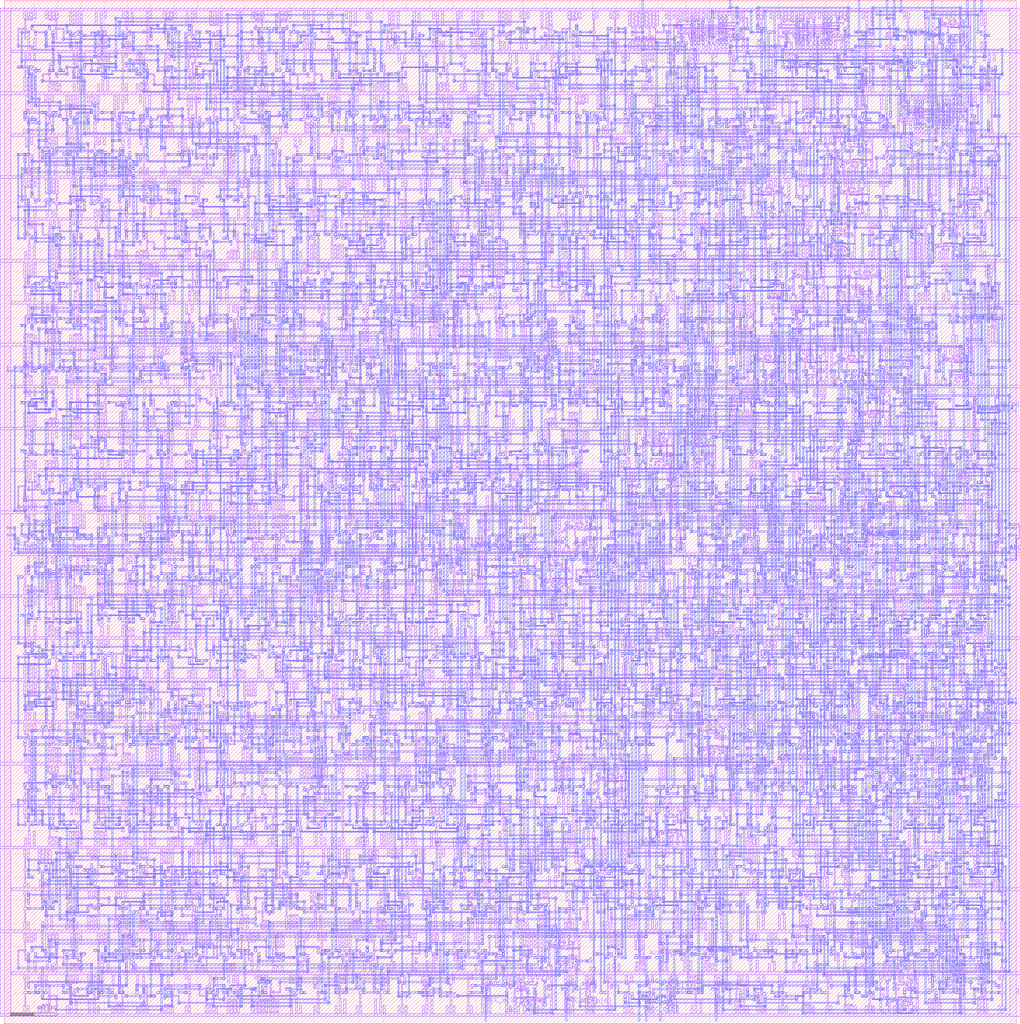
<source format=lef>
VERSION 5.7 ;
  NOWIREEXTENSIONATPIN ON ;
  DIVIDERCHAR "/" ;
  BUSBITCHARS "[]" ;
MACRO ALU_wrapper
  CLASS BLOCK ;
  FOREIGN ALU_wrapper ;
  ORIGIN 6.000 6.000 ;
  SIZE 870.000 BY 879.000 ;
  PIN gnd
    USE GROUND ;
    PORT
      LAYER metal1 ;
        RECT 19.500 830.700 21.300 840.600 ;
        RECT 29.700 830.700 31.500 840.600 ;
        RECT 51.000 830.700 52.800 837.600 ;
        RECT 58.500 830.700 60.300 834.600 ;
        RECT 74.400 830.700 76.200 835.800 ;
        RECT 100.800 830.700 102.600 835.800 ;
        RECT 118.800 830.700 120.600 834.600 ;
        RECT 139.500 830.700 141.300 840.600 ;
        RECT 152.400 830.700 154.200 835.800 ;
        RECT 171.000 830.700 172.800 837.600 ;
        RECT 178.500 830.700 180.300 834.600 ;
        RECT 196.800 830.700 198.600 834.600 ;
        RECT 206.700 830.700 208.500 840.600 ;
        RECT 238.500 830.700 240.300 840.600 ;
        RECT 256.800 830.700 258.600 835.800 ;
        RECT 274.800 830.700 276.600 834.600 ;
        RECT 292.800 830.700 294.600 835.800 ;
        RECT 305.400 830.700 307.200 834.600 ;
        RECT 325.800 830.700 327.600 834.600 ;
        RECT 331.800 831.600 333.600 834.600 ;
        RECT 332.400 830.700 333.600 831.600 ;
        RECT 343.800 830.700 345.600 834.600 ;
        RECT 349.800 830.700 351.600 834.600 ;
        RECT 367.800 830.700 369.600 835.800 ;
        RECT 385.800 830.700 387.600 834.600 ;
        RECT 398.400 830.700 400.200 835.800 ;
        RECT 419.700 830.700 421.500 834.600 ;
        RECT 427.200 830.700 429.000 837.600 ;
        RECT 437.700 830.700 439.500 837.600 ;
        RECT 455.400 831.600 457.200 834.600 ;
        RECT 455.400 830.700 456.600 831.600 ;
        RECT 461.400 830.700 463.200 834.600 ;
        RECT 487.500 830.700 489.300 840.600 ;
        RECT 502.800 830.700 504.600 834.600 ;
        RECT 520.500 830.700 522.300 837.600 ;
        RECT 530.400 830.700 532.200 837.600 ;
        RECT 536.400 830.700 538.200 837.600 ;
        RECT 542.400 830.700 544.200 837.600 ;
        RECT 548.400 830.700 550.200 837.600 ;
        RECT 554.400 830.700 556.200 837.600 ;
        RECT 562.200 830.700 564.000 834.600 ;
        RECT 574.500 830.700 576.300 837.600 ;
        RECT 597.000 830.700 598.800 834.600 ;
        RECT 604.500 830.700 606.300 834.600 ;
        RECT 623.100 830.700 624.900 837.600 ;
        RECT 646.500 830.700 648.300 837.600 ;
        RECT 652.200 830.700 654.000 834.600 ;
        RECT 664.500 830.700 666.300 837.600 ;
        RECT 687.000 830.700 688.800 834.600 ;
        RECT 694.500 830.700 696.300 834.600 ;
        RECT 713.100 830.700 714.900 837.600 ;
        RECT 736.800 830.700 738.600 835.800 ;
        RECT 751.800 830.700 753.600 834.600 ;
        RECT 757.800 830.700 759.600 834.600 ;
        RECT 767.400 830.700 769.200 834.600 ;
        RECT 787.800 830.700 789.600 834.600 ;
        RECT 794.850 830.700 796.650 834.600 ;
        RECT 803.850 830.700 805.650 834.600 ;
        RECT 810.750 830.700 812.550 834.600 ;
        RECT 820.050 830.700 821.850 834.600 ;
        RECT 833.400 830.700 835.200 837.600 ;
        RECT 858.450 830.700 867.450 866.700 ;
        RECT 0.600 828.300 867.450 830.700 ;
        RECT 11.700 824.400 13.500 828.300 ;
        RECT 19.200 821.400 21.000 828.300 ;
        RECT 40.500 818.400 42.300 828.300 ;
        RECT 58.800 823.200 60.600 828.300 ;
        RECT 79.800 823.200 81.600 828.300 ;
        RECT 97.800 824.400 99.600 828.300 ;
        RECT 107.700 818.400 109.500 828.300 ;
        RECT 131.700 824.400 133.500 828.300 ;
        RECT 139.200 821.400 141.000 828.300 ;
        RECT 154.800 824.400 156.600 828.300 ;
        RECT 161.400 827.400 162.600 828.300 ;
        RECT 160.800 824.400 162.600 827.400 ;
        RECT 170.700 821.400 172.500 828.300 ;
        RECT 193.800 821.400 195.600 828.300 ;
        RECT 202.200 821.400 204.000 828.300 ;
        RECT 212.700 821.400 214.500 828.300 ;
        RECT 230.700 818.400 232.500 828.300 ;
        RECT 251.700 818.400 253.500 828.300 ;
        RECT 280.500 821.400 282.300 828.300 ;
        RECT 301.500 818.400 303.300 828.300 ;
        RECT 311.700 818.400 313.500 828.300 ;
        RECT 332.700 821.400 334.500 828.300 ;
        RECT 355.800 824.400 357.600 828.300 ;
        RECT 365.700 818.400 367.500 828.300 ;
        RECT 386.400 824.400 388.200 828.300 ;
        RECT 412.500 818.400 414.300 828.300 ;
        RECT 433.500 818.400 435.300 828.300 ;
        RECT 451.500 821.400 453.300 828.300 ;
        RECT 466.800 824.400 468.600 828.300 ;
        RECT 473.400 827.400 474.600 828.300 ;
        RECT 472.800 824.400 474.600 827.400 ;
        RECT 482.700 821.400 484.500 828.300 ;
        RECT 508.800 823.200 510.600 828.300 ;
        RECT 529.500 821.400 531.300 828.300 ;
        RECT 547.800 823.200 549.600 828.300 ;
        RECT 568.500 821.400 570.300 828.300 ;
        RECT 581.700 824.400 583.500 828.300 ;
        RECT 589.200 821.400 591.000 828.300 ;
        RECT 604.800 824.400 606.600 828.300 ;
        RECT 619.800 824.400 621.600 828.300 ;
        RECT 629.700 818.400 631.500 828.300 ;
        RECT 655.800 824.400 657.600 828.300 ;
        RECT 668.400 823.200 670.200 828.300 ;
        RECT 689.400 823.200 691.200 828.300 ;
        RECT 710.400 823.200 712.200 828.300 ;
        RECT 735.300 821.400 737.100 828.300 ;
        RECT 749.400 824.400 751.200 828.300 ;
        RECT 755.400 824.400 757.200 828.300 ;
        RECT 767.400 824.400 769.200 828.300 ;
        RECT 773.400 824.400 775.200 828.300 ;
        RECT 785.400 827.400 786.600 828.300 ;
        RECT 785.400 824.400 787.200 827.400 ;
        RECT 791.400 824.400 793.200 828.300 ;
        RECT 809.400 822.900 811.200 828.300 ;
        RECT 835.800 821.400 837.600 828.300 ;
        RECT 844.200 821.400 846.000 828.300 ;
        RECT 10.800 758.700 12.600 762.600 ;
        RECT 16.800 758.700 18.600 762.600 ;
        RECT 34.500 758.700 36.300 765.600 ;
        RECT 47.700 758.700 49.500 762.600 ;
        RECT 55.200 758.700 57.000 765.600 ;
        RECT 65.700 758.700 67.500 768.600 ;
        RECT 93.300 758.700 95.100 765.600 ;
        RECT 115.800 758.700 117.600 763.800 ;
        RECT 131.400 758.700 133.200 763.800 ;
        RECT 156.300 758.700 158.100 765.600 ;
        RECT 170.400 758.700 172.200 762.600 ;
        RECT 176.400 758.700 178.200 762.600 ;
        RECT 191.700 758.700 193.500 762.600 ;
        RECT 199.200 758.700 201.000 765.600 ;
        RECT 220.500 758.700 222.300 768.600 ;
        RECT 230.700 758.700 232.500 765.600 ;
        RECT 255.300 758.700 257.100 765.600 ;
        RECT 280.500 758.700 282.300 768.600 ;
        RECT 290.700 758.700 292.500 765.600 ;
        RECT 316.800 758.700 318.600 763.800 ;
        RECT 337.800 758.700 339.600 763.800 ;
        RECT 350.400 758.700 352.200 762.600 ;
        RECT 356.400 758.700 358.200 762.600 ;
        RECT 372.900 758.700 374.700 765.600 ;
        RECT 400.500 758.700 402.300 768.600 ;
        RECT 410.400 758.700 412.200 762.600 ;
        RECT 425.700 758.700 427.500 765.600 ;
        RECT 443.700 758.700 445.500 765.600 ;
        RECT 461.700 758.700 463.500 768.600 ;
        RECT 493.500 758.700 495.300 768.600 ;
        RECT 504.000 758.700 505.800 765.600 ;
        RECT 511.500 758.700 513.300 762.600 ;
        RECT 532.800 758.700 534.600 763.800 ;
        RECT 553.800 758.700 555.600 763.800 ;
        RECT 573.300 758.700 575.100 765.600 ;
        RECT 592.800 758.700 594.600 762.600 ;
        RECT 602.400 758.700 604.200 762.600 ;
        RECT 608.400 758.700 610.200 762.600 ;
        RECT 623.400 758.700 625.200 764.100 ;
        RECT 647.700 758.700 649.500 762.600 ;
        RECT 655.200 758.700 657.000 765.600 ;
        RECT 665.400 758.700 667.200 762.600 ;
        RECT 681.000 758.700 682.800 765.600 ;
        RECT 689.400 758.700 691.200 765.600 ;
        RECT 707.400 758.700 709.200 763.800 ;
        RECT 726.000 758.700 727.800 765.600 ;
        RECT 733.500 758.700 735.300 762.600 ;
        RECT 749.400 758.700 751.200 763.800 ;
        RECT 767.100 758.700 768.900 765.600 ;
        RECT 785.700 758.700 787.500 762.600 ;
        RECT 793.200 758.700 795.000 762.600 ;
        RECT 815.700 758.700 817.500 765.600 ;
        RECT 828.000 758.700 829.800 762.600 ;
        RECT 839.400 758.700 841.200 762.600 ;
        RECT 858.450 758.700 867.450 828.300 ;
        RECT 0.600 756.300 867.450 758.700 ;
        RECT 16.500 749.400 18.300 756.300 ;
        RECT 34.800 751.200 36.600 756.300 ;
        RECT 50.400 751.200 52.200 756.300 ;
        RECT 71.700 752.400 73.500 756.300 ;
        RECT 79.200 749.400 81.000 756.300 ;
        RECT 100.500 746.400 102.300 756.300 ;
        RECT 110.700 749.400 112.500 756.300 ;
        RECT 128.400 752.400 130.200 756.300 ;
        RECT 143.700 746.400 145.500 756.300 ;
        RECT 164.700 749.400 166.500 756.300 ;
        RECT 182.400 755.400 183.600 756.300 ;
        RECT 182.400 752.400 184.200 755.400 ;
        RECT 188.400 752.400 190.200 756.300 ;
        RECT 211.500 749.400 213.300 756.300 ;
        RECT 223.800 752.400 225.600 756.300 ;
        RECT 229.800 752.400 231.600 756.300 ;
        RECT 247.500 749.400 249.300 756.300 ;
        RECT 257.400 752.400 259.200 756.300 ;
        RECT 283.500 746.400 285.300 756.300 ;
        RECT 298.800 752.400 300.600 756.300 ;
        RECT 305.400 755.400 306.600 756.300 ;
        RECT 304.800 752.400 306.600 755.400 ;
        RECT 314.700 749.400 316.500 756.300 ;
        RECT 332.400 752.400 334.200 756.300 ;
        RECT 338.400 752.400 340.200 756.300 ;
        RECT 358.800 751.200 360.600 756.300 ;
        RECT 371.400 752.400 373.200 756.300 ;
        RECT 391.800 752.400 393.600 756.300 ;
        RECT 401.400 752.400 403.200 756.300 ;
        RECT 407.400 752.400 409.200 756.300 ;
        RECT 419.700 749.400 421.500 756.300 ;
        RECT 445.800 751.200 447.600 756.300 ;
        RECT 458.700 749.400 460.500 756.300 ;
        RECT 484.800 751.200 486.600 756.300 ;
        RECT 502.800 752.400 504.600 756.300 ;
        RECT 523.800 750.900 525.600 756.300 ;
        RECT 536.700 749.400 538.500 756.300 ;
        RECT 556.800 749.400 558.600 756.300 ;
        RECT 562.800 749.400 564.600 756.300 ;
        RECT 572.400 752.400 574.200 756.300 ;
        RECT 578.400 752.400 580.200 756.300 ;
        RECT 590.400 752.400 592.200 756.300 ;
        RECT 596.400 752.400 598.200 756.300 ;
        RECT 616.800 751.200 618.600 756.300 ;
        RECT 629.400 752.400 631.200 756.300 ;
        RECT 649.800 752.400 651.600 756.300 ;
        RECT 659.400 752.400 661.200 756.300 ;
        RECT 665.400 752.400 667.200 756.300 ;
        RECT 677.400 752.400 679.200 756.300 ;
        RECT 683.400 752.400 685.200 756.300 ;
        RECT 703.500 749.400 705.300 756.300 ;
        RECT 710.850 752.400 712.650 756.300 ;
        RECT 719.850 752.400 721.650 756.300 ;
        RECT 726.750 752.400 728.550 756.300 ;
        RECT 736.050 752.400 737.850 756.300 ;
        RECT 749.700 749.400 751.500 756.300 ;
        RECT 775.800 751.200 777.600 756.300 ;
        RECT 793.800 752.400 795.600 756.300 ;
        RECT 806.700 749.400 808.500 756.300 ;
        RECT 824.400 751.200 826.200 756.300 ;
        RECT 842.700 749.400 844.500 756.300 ;
        RECT 19.500 686.700 21.300 696.600 ;
        RECT 30.000 686.700 31.800 693.600 ;
        RECT 37.500 686.700 39.300 690.600 ;
        RECT 53.400 686.700 55.200 691.800 ;
        RECT 74.400 686.700 76.200 691.800 ;
        RECT 92.700 686.700 94.500 696.600 ;
        RECT 113.700 686.700 115.500 696.600 ;
        RECT 135.000 686.700 136.800 693.600 ;
        RECT 142.500 686.700 144.300 690.600 ;
        RECT 158.400 686.700 160.200 691.800 ;
        RECT 184.500 686.700 186.300 693.600 ;
        RECT 194.700 686.700 196.500 696.600 ;
        RECT 217.800 686.700 219.600 690.600 ;
        RECT 223.800 686.700 225.600 690.600 ;
        RECT 244.500 686.700 246.300 696.600 ;
        RECT 257.400 686.700 259.200 692.100 ;
        RECT 289.500 686.700 291.300 696.600 ;
        RECT 302.700 686.700 304.500 690.600 ;
        RECT 310.200 686.700 312.000 693.600 ;
        RECT 320.400 686.700 322.200 690.600 ;
        RECT 335.400 686.700 337.200 690.600 ;
        RECT 353.400 686.700 355.200 691.800 ;
        RECT 376.800 686.700 378.600 693.600 ;
        RECT 386.700 686.700 388.500 693.600 ;
        RECT 415.800 686.700 417.600 692.100 ;
        RECT 436.500 686.700 438.300 693.600 ;
        RECT 446.400 687.600 448.200 690.600 ;
        RECT 446.400 686.700 447.600 687.600 ;
        RECT 452.400 686.700 454.200 690.600 ;
        RECT 472.800 686.700 474.600 690.600 ;
        RECT 482.700 686.700 484.500 696.600 ;
        RECT 503.700 686.700 505.500 693.600 ;
        RECT 526.800 686.700 528.600 693.600 ;
        RECT 536.400 686.700 538.200 690.600 ;
        RECT 551.400 686.700 553.200 690.600 ;
        RECT 557.400 686.700 559.200 690.600 ;
        RECT 577.500 686.700 579.300 693.600 ;
        RECT 587.400 686.700 589.200 690.600 ;
        RECT 593.400 686.700 595.200 690.600 ;
        RECT 605.400 686.700 607.200 690.600 ;
        RECT 611.400 686.700 613.200 690.600 ;
        RECT 623.700 686.700 625.500 693.600 ;
        RECT 639.150 686.700 640.950 690.600 ;
        RECT 648.450 686.700 650.250 690.600 ;
        RECT 655.350 686.700 657.150 690.600 ;
        RECT 664.350 686.700 666.150 690.600 ;
        RECT 677.700 686.700 679.500 693.600 ;
        RECT 695.400 686.700 697.200 690.600 ;
        RECT 707.850 686.700 709.650 690.600 ;
        RECT 716.850 686.700 718.650 690.600 ;
        RECT 723.750 686.700 725.550 690.600 ;
        RECT 733.050 686.700 734.850 690.600 ;
        RECT 746.700 686.700 748.500 693.600 ;
        RECT 772.800 686.700 774.600 691.800 ;
        RECT 790.500 686.700 792.300 693.600 ;
        RECT 808.800 686.700 810.600 690.600 ;
        RECT 816.150 686.700 817.950 690.600 ;
        RECT 825.450 686.700 827.250 690.600 ;
        RECT 832.350 686.700 834.150 690.600 ;
        RECT 841.350 686.700 843.150 690.600 ;
        RECT 858.450 686.700 867.450 756.300 ;
        RECT 0.600 684.300 867.450 686.700 ;
        RECT 16.800 679.200 18.600 684.300 ;
        RECT 32.700 680.400 34.500 684.300 ;
        RECT 40.200 677.400 42.000 684.300 ;
        RECT 52.800 680.400 54.600 684.300 ;
        RECT 58.800 680.400 60.600 684.300 ;
        RECT 76.500 677.400 78.300 684.300 ;
        RECT 97.500 674.400 99.300 684.300 ;
        RECT 107.700 674.400 109.500 684.300 ;
        RECT 128.400 680.400 130.200 684.300 ;
        RECT 143.700 674.400 145.500 684.300 ;
        RECT 164.700 674.400 166.500 684.300 ;
        RECT 185.700 674.400 187.500 684.300 ;
        RECT 206.700 677.400 208.500 684.300 ;
        RECT 224.400 680.400 226.200 684.300 ;
        RECT 247.500 677.400 249.300 684.300 ;
        RECT 257.400 677.400 259.200 684.300 ;
        RECT 275.700 680.400 277.500 684.300 ;
        RECT 283.200 677.400 285.000 684.300 ;
        RECT 304.500 674.400 306.300 684.300 ;
        RECT 314.700 677.400 316.500 684.300 ;
        RECT 340.800 679.200 342.600 684.300 ;
        RECT 361.500 677.400 363.300 684.300 ;
        RECT 378.300 677.400 380.100 684.300 ;
        RECT 397.800 677.400 399.600 684.300 ;
        RECT 406.200 677.400 408.000 684.300 ;
        RECT 416.700 677.400 418.500 684.300 ;
        RECT 437.400 680.400 439.200 684.300 ;
        RECT 443.400 680.400 445.200 684.300 ;
        RECT 458.700 677.400 460.500 684.300 ;
        RECT 473.700 677.400 475.500 684.300 ;
        RECT 491.400 677.400 493.200 684.300 ;
        RECT 509.400 679.200 511.200 684.300 ;
        RECT 527.400 683.400 528.600 684.300 ;
        RECT 527.400 680.400 529.200 683.400 ;
        RECT 533.400 680.400 535.200 684.300 ;
        RECT 551.400 679.200 553.200 684.300 ;
        RECT 577.500 677.400 579.300 684.300 ;
        RECT 592.500 677.400 594.300 684.300 ;
        RECT 608.700 677.400 610.500 684.300 ;
        RECT 631.500 677.400 633.300 684.300 ;
        RECT 649.800 679.200 651.600 684.300 ;
        RECT 662.400 677.400 664.200 684.300 ;
        RECT 668.400 677.400 670.200 684.300 ;
        RECT 674.400 677.400 676.200 684.300 ;
        RECT 680.400 677.400 682.200 684.300 ;
        RECT 686.400 677.400 688.200 684.300 ;
        RECT 695.850 680.400 697.650 684.300 ;
        RECT 704.850 680.400 706.650 684.300 ;
        RECT 711.750 680.400 713.550 684.300 ;
        RECT 721.050 680.400 722.850 684.300 ;
        RECT 742.800 679.200 744.600 684.300 ;
        RECT 755.700 677.400 757.500 684.300 ;
        RECT 776.700 677.400 778.500 684.300 ;
        RECT 788.850 680.400 790.650 684.300 ;
        RECT 797.850 680.400 799.650 684.300 ;
        RECT 804.750 680.400 806.550 684.300 ;
        RECT 814.050 680.400 815.850 684.300 ;
        RECT 830.400 679.200 832.200 684.300 ;
        RECT 11.700 614.700 13.500 618.600 ;
        RECT 19.200 614.700 21.000 621.600 ;
        RECT 40.500 614.700 42.300 624.600 ;
        RECT 58.500 614.700 60.300 621.600 ;
        RECT 79.500 614.700 81.300 624.600 ;
        RECT 97.800 614.700 99.600 619.800 ;
        RECT 115.800 614.700 117.600 621.600 ;
        RECT 124.200 614.700 126.000 621.600 ;
        RECT 134.700 614.700 136.500 621.600 ;
        RECT 156.900 614.700 158.700 621.600 ;
        RECT 184.500 614.700 186.300 624.600 ;
        RECT 199.800 614.700 201.600 618.600 ;
        RECT 214.800 614.700 216.600 618.600 ;
        RECT 232.800 614.700 234.600 619.800 ;
        RECT 256.500 614.700 258.300 624.600 ;
        RECT 266.700 614.700 268.500 621.600 ;
        RECT 292.800 614.700 294.600 619.800 ;
        RECT 305.700 614.700 307.500 621.600 ;
        RECT 331.800 614.700 333.600 619.800 ;
        RECT 347.400 614.700 349.200 619.800 ;
        RECT 372.300 614.700 374.100 621.600 ;
        RECT 387.000 614.700 388.800 621.600 ;
        RECT 395.400 614.700 397.200 621.600 ;
        RECT 411.000 614.700 412.800 621.600 ;
        RECT 419.400 614.700 421.200 621.600 ;
        RECT 434.400 614.700 436.200 618.600 ;
        RECT 457.500 614.700 459.300 621.600 ;
        RECT 474.300 614.700 476.100 621.600 ;
        RECT 496.800 614.700 498.600 619.800 ;
        RECT 512.400 614.700 514.200 619.800 ;
        RECT 535.800 614.700 537.600 618.600 ;
        RECT 553.500 614.700 555.300 621.600 ;
        RECT 563.700 614.700 565.500 621.600 ;
        RECT 589.500 614.700 591.300 621.600 ;
        RECT 599.400 614.700 601.200 618.600 ;
        RECT 617.700 614.700 619.500 621.600 ;
        RECT 632.700 614.700 634.500 621.600 ;
        RECT 658.800 614.700 660.600 619.800 ;
        RECT 668.850 614.700 670.650 618.600 ;
        RECT 677.850 614.700 679.650 618.600 ;
        RECT 684.750 614.700 686.550 618.600 ;
        RECT 694.050 614.700 695.850 618.600 ;
        RECT 712.500 614.700 714.300 621.600 ;
        RECT 723.150 614.700 724.950 618.600 ;
        RECT 732.450 614.700 734.250 618.600 ;
        RECT 739.350 614.700 741.150 618.600 ;
        RECT 748.350 614.700 750.150 618.600 ;
        RECT 764.700 614.700 766.500 621.600 ;
        RECT 782.400 614.700 784.200 619.800 ;
        RECT 800.700 614.700 802.500 621.600 ;
        RECT 826.500 614.700 828.300 621.600 ;
        RECT 839.400 614.700 841.200 619.800 ;
        RECT 858.450 614.700 867.450 684.300 ;
        RECT 0.600 612.300 867.450 614.700 ;
        RECT 19.500 602.400 21.300 612.300 ;
        RECT 30.000 605.400 31.800 612.300 ;
        RECT 37.500 608.400 39.300 612.300 ;
        RECT 50.700 602.400 52.500 612.300 ;
        RECT 74.400 607.200 76.200 612.300 ;
        RECT 92.700 605.400 94.500 612.300 ;
        RECT 110.400 608.400 112.200 612.300 ;
        RECT 116.400 608.400 118.200 612.300 ;
        RECT 128.700 605.400 130.500 612.300 ;
        RECT 154.500 605.400 156.300 612.300 ;
        RECT 175.500 602.400 177.300 612.300 ;
        RECT 186.000 605.400 187.800 612.300 ;
        RECT 193.500 608.400 195.300 612.300 ;
        RECT 209.700 608.400 211.500 612.300 ;
        RECT 217.200 605.400 219.000 612.300 ;
        RECT 230.400 607.200 232.200 612.300 ;
        RECT 248.400 608.400 250.200 612.300 ;
        RECT 263.700 605.400 265.500 612.300 ;
        RECT 288.300 605.400 290.100 612.300 ;
        RECT 302.400 605.400 304.200 612.300 ;
        RECT 322.800 605.400 324.600 612.300 ;
        RECT 331.200 605.400 333.000 612.300 ;
        RECT 346.500 605.400 348.300 612.300 ;
        RECT 362.700 605.400 364.500 612.300 ;
        RECT 382.500 605.400 384.300 612.300 ;
        RECT 403.500 605.400 405.300 612.300 ;
        RECT 418.800 608.400 420.600 612.300 ;
        RECT 425.400 611.400 426.600 612.300 ;
        RECT 424.800 608.400 426.600 611.400 ;
        RECT 439.800 608.400 441.600 612.300 ;
        RECT 446.400 611.400 447.600 612.300 ;
        RECT 445.800 608.400 447.600 611.400 ;
        RECT 458.700 608.400 460.500 612.300 ;
        RECT 466.200 605.400 468.000 612.300 ;
        RECT 487.500 602.400 489.300 612.300 ;
        RECT 502.800 608.400 504.600 612.300 ;
        RECT 523.500 602.400 525.300 612.300 ;
        RECT 534.000 605.400 535.800 612.300 ;
        RECT 541.500 608.400 543.300 612.300 ;
        RECT 557.400 607.200 559.200 612.300 ;
        RECT 575.400 608.400 577.200 612.300 ;
        RECT 581.400 608.400 583.200 612.300 ;
        RECT 596.400 607.200 598.200 612.300 ;
        RECT 614.400 605.400 616.200 612.300 ;
        RECT 620.400 605.400 622.200 612.300 ;
        RECT 626.400 605.400 628.200 612.300 ;
        RECT 632.400 605.400 634.200 612.300 ;
        RECT 638.400 605.400 640.200 612.300 ;
        RECT 658.500 605.400 660.300 612.300 ;
        RECT 676.800 607.200 678.600 612.300 ;
        RECT 689.700 605.400 691.500 612.300 ;
        RECT 715.800 607.200 717.600 612.300 ;
        RECT 731.400 607.200 733.200 612.300 ;
        RECT 749.700 605.400 751.500 612.300 ;
        RECT 770.400 607.200 772.200 612.300 ;
        RECT 788.700 605.400 790.500 612.300 ;
        RECT 811.800 608.400 813.600 612.300 ;
        RECT 821.400 605.400 823.200 612.300 ;
        RECT 827.400 605.400 829.200 612.300 ;
        RECT 842.700 605.400 844.500 612.300 ;
        RECT 13.500 542.700 15.300 549.600 ;
        RECT 34.800 542.700 36.600 547.800 ;
        RECT 55.800 542.700 57.600 547.800 ;
        RECT 71.100 542.700 73.200 546.600 ;
        RECT 77.400 542.700 79.200 546.600 ;
        RECT 104.700 542.700 106.500 546.600 ;
        RECT 112.200 542.700 114.000 549.600 ;
        RECT 133.500 542.700 135.300 552.600 ;
        RECT 148.800 542.700 150.600 549.600 ;
        RECT 157.200 542.700 159.000 549.600 ;
        RECT 174.300 542.700 176.100 549.600 ;
        RECT 199.500 542.700 201.300 552.600 ;
        RECT 214.800 542.700 216.600 546.600 ;
        RECT 232.800 542.700 234.600 547.800 ;
        RECT 253.800 542.700 255.600 547.800 ;
        RECT 271.800 542.700 273.600 546.600 ;
        RECT 277.800 543.600 279.600 546.600 ;
        RECT 278.400 542.700 279.600 543.600 ;
        RECT 287.400 542.700 289.200 546.600 ;
        RECT 293.400 542.700 295.200 546.600 ;
        RECT 305.700 542.700 307.500 549.600 ;
        RECT 327.900 542.700 329.700 549.600 ;
        RECT 346.800 542.700 348.600 546.600 ;
        RECT 352.800 542.700 354.600 546.600 ;
        RECT 362.700 542.700 364.500 549.600 ;
        RECT 380.400 542.700 382.200 546.600 ;
        RECT 403.500 542.700 405.300 549.600 ;
        RECT 416.700 542.700 418.500 546.600 ;
        RECT 424.200 542.700 426.000 549.600 ;
        RECT 442.500 542.700 444.300 549.600 ;
        RECT 453.000 542.700 454.800 549.600 ;
        RECT 461.400 542.700 463.200 549.600 ;
        RECT 476.400 542.700 478.200 546.600 ;
        RECT 482.400 542.700 484.200 546.600 ;
        RECT 497.400 542.700 499.200 547.800 ;
        RECT 517.800 542.700 519.600 546.600 ;
        RECT 523.800 542.700 525.600 546.600 ;
        RECT 533.700 542.700 535.500 552.600 ;
        RECT 554.700 542.700 556.500 552.600 ;
        RECT 575.700 542.700 577.500 552.600 ;
        RECT 600.900 542.700 602.700 549.600 ;
        RECT 620.400 542.700 622.200 547.800 ;
        RECT 635.850 542.700 637.650 546.600 ;
        RECT 644.850 542.700 646.650 546.600 ;
        RECT 651.750 542.700 653.550 546.600 ;
        RECT 661.050 542.700 662.850 546.600 ;
        RECT 671.850 542.700 673.650 546.600 ;
        RECT 680.850 542.700 682.650 546.600 ;
        RECT 687.750 542.700 689.550 546.600 ;
        RECT 697.050 542.700 698.850 546.600 ;
        RECT 707.850 542.700 709.650 546.600 ;
        RECT 716.850 542.700 718.650 546.600 ;
        RECT 723.750 542.700 725.550 546.600 ;
        RECT 733.050 542.700 734.850 546.600 ;
        RECT 749.400 542.700 751.200 547.800 ;
        RECT 767.700 542.700 769.500 549.600 ;
        RECT 785.400 542.700 787.200 546.600 ;
        RECT 797.850 542.700 799.650 546.600 ;
        RECT 806.850 542.700 808.650 546.600 ;
        RECT 813.750 542.700 815.550 546.600 ;
        RECT 823.050 542.700 824.850 546.600 ;
        RECT 836.400 542.700 838.200 546.600 ;
        RECT 858.450 542.700 867.450 612.300 ;
        RECT 0.600 540.300 867.450 542.700 ;
        RECT 11.700 536.400 13.500 540.300 ;
        RECT 19.200 533.400 21.000 540.300 ;
        RECT 29.700 530.400 31.500 540.300 ;
        RECT 50.700 530.400 52.500 540.300 ;
        RECT 72.000 533.400 73.800 540.300 ;
        RECT 79.500 536.400 81.300 540.300 ;
        RECT 95.400 535.200 97.200 540.300 ;
        RECT 113.700 530.400 115.500 540.300 ;
        RECT 135.000 533.400 136.800 540.300 ;
        RECT 142.500 536.400 144.300 540.300 ;
        RECT 160.800 536.400 162.600 540.300 ;
        RECT 171.000 533.400 172.800 540.300 ;
        RECT 179.400 533.400 181.200 540.300 ;
        RECT 194.700 530.400 196.500 540.300 ;
        RECT 223.500 533.400 225.300 540.300 ;
        RECT 240.300 533.400 242.100 540.300 ;
        RECT 255.000 533.400 256.800 540.300 ;
        RECT 263.400 533.400 265.200 540.300 ;
        RECT 286.500 533.400 288.300 540.300 ;
        RECT 296.400 536.400 298.200 540.300 ;
        RECT 302.400 536.400 304.200 540.300 ;
        RECT 322.800 535.200 324.600 540.300 ;
        RECT 335.400 536.400 337.200 540.300 ;
        RECT 350.700 533.400 352.500 540.300 ;
        RECT 369.000 533.400 370.800 540.300 ;
        RECT 376.500 536.400 378.300 540.300 ;
        RECT 389.400 536.400 391.200 540.300 ;
        RECT 404.400 536.400 406.200 540.300 ;
        RECT 410.400 536.400 412.200 540.300 ;
        RECT 425.400 535.200 427.200 540.300 ;
        RECT 443.400 536.400 445.200 540.300 ;
        RECT 458.700 530.400 460.500 540.300 ;
        RECT 480.000 533.400 481.800 540.300 ;
        RECT 487.500 536.400 489.300 540.300 ;
        RECT 500.400 536.400 502.200 540.300 ;
        RECT 516.000 533.400 517.800 540.300 ;
        RECT 523.500 536.400 525.300 540.300 ;
        RECT 536.700 530.400 538.500 540.300 ;
        RECT 560.400 535.200 562.200 540.300 ;
        RECT 580.800 533.400 582.600 540.300 ;
        RECT 586.800 533.400 588.600 540.300 ;
        RECT 592.800 533.400 594.600 540.300 ;
        RECT 598.800 533.400 600.600 540.300 ;
        RECT 604.800 533.400 606.600 540.300 ;
        RECT 616.800 533.400 618.600 540.300 ;
        RECT 622.800 533.400 624.600 540.300 ;
        RECT 628.800 533.400 630.600 540.300 ;
        RECT 634.800 533.400 636.600 540.300 ;
        RECT 640.800 533.400 642.600 540.300 ;
        RECT 653.400 535.200 655.200 540.300 ;
        RECT 671.700 533.400 673.500 540.300 ;
        RECT 692.400 535.200 694.200 540.300 ;
        RECT 710.700 533.400 712.500 540.300 ;
        RECT 725.850 536.400 727.650 540.300 ;
        RECT 734.850 536.400 736.650 540.300 ;
        RECT 741.750 536.400 743.550 540.300 ;
        RECT 751.050 536.400 752.850 540.300 ;
        RECT 765.000 533.400 766.800 540.300 ;
        RECT 772.500 536.400 774.300 540.300 ;
        RECT 788.400 535.200 790.200 540.300 ;
        RECT 806.400 536.400 808.200 540.300 ;
        RECT 824.400 535.200 826.200 540.300 ;
        RECT 842.700 533.400 844.500 540.300 ;
        RECT 16.800 470.700 18.600 475.800 ;
        RECT 32.400 470.700 34.200 475.800 ;
        RECT 50.700 470.700 52.500 480.600 ;
        RECT 82.500 470.700 84.300 480.600 ;
        RECT 93.000 470.700 94.800 477.600 ;
        RECT 100.500 470.700 102.300 474.600 ;
        RECT 118.800 470.700 120.600 474.600 ;
        RECT 129.000 470.700 130.800 477.600 ;
        RECT 136.500 470.700 138.300 474.600 ;
        RECT 152.400 470.700 154.200 475.800 ;
        RECT 170.700 470.700 172.500 480.600 ;
        RECT 199.800 470.700 201.600 475.800 ;
        RECT 217.800 470.700 219.600 474.600 ;
        RECT 232.500 470.700 234.300 477.600 ;
        RECT 256.500 470.700 258.300 480.600 ;
        RECT 271.800 470.700 273.600 474.600 ;
        RECT 285.900 470.700 287.700 477.600 ;
        RECT 302.700 470.700 304.500 477.600 ;
        RECT 328.500 470.700 330.300 477.600 ;
        RECT 346.500 470.700 348.300 477.600 ;
        RECT 356.700 470.700 358.500 480.600 ;
        RECT 378.000 470.700 379.800 477.600 ;
        RECT 385.500 470.700 387.300 474.600 ;
        RECT 406.800 470.700 408.600 475.800 ;
        RECT 421.800 470.700 423.600 474.600 ;
        RECT 427.800 470.700 429.600 474.600 ;
        RECT 442.800 470.700 444.600 474.600 ;
        RECT 453.000 470.700 454.800 477.600 ;
        RECT 460.500 470.700 462.300 474.600 ;
        RECT 476.100 470.700 478.200 474.600 ;
        RECT 482.400 470.700 484.200 474.600 ;
        RECT 511.800 470.700 513.600 474.600 ;
        RECT 524.400 470.700 526.200 475.800 ;
        RECT 539.850 470.700 541.650 474.600 ;
        RECT 548.850 470.700 550.650 474.600 ;
        RECT 555.750 470.700 557.550 474.600 ;
        RECT 565.050 470.700 566.850 474.600 ;
        RECT 575.850 470.700 577.650 474.600 ;
        RECT 584.850 470.700 586.650 474.600 ;
        RECT 591.750 470.700 593.550 474.600 ;
        RECT 601.050 470.700 602.850 474.600 ;
        RECT 622.500 470.700 624.300 477.600 ;
        RECT 640.800 470.700 642.600 475.800 ;
        RECT 653.400 470.700 655.200 474.600 ;
        RECT 673.800 470.700 675.600 474.600 ;
        RECT 691.500 470.700 693.300 477.600 ;
        RECT 709.500 470.700 711.300 477.600 ;
        RECT 720.000 470.700 721.800 477.600 ;
        RECT 728.400 470.700 730.200 477.600 ;
        RECT 751.800 470.700 753.600 475.800 ;
        RECT 769.800 470.700 771.600 474.600 ;
        RECT 781.800 470.700 783.600 474.600 ;
        RECT 787.800 470.700 789.600 474.600 ;
        RECT 800.400 470.700 802.200 475.800 ;
        RECT 826.800 470.700 828.600 475.800 ;
        RECT 841.800 470.700 843.600 474.600 ;
        RECT 847.800 470.700 849.600 474.600 ;
        RECT 858.450 470.700 867.450 540.300 ;
        RECT 0.600 468.300 867.450 470.700 ;
        RECT 15.300 461.400 17.100 468.300 ;
        RECT 29.700 461.400 31.500 468.300 ;
        RECT 58.500 458.400 60.300 468.300 ;
        RECT 71.700 464.400 73.500 468.300 ;
        RECT 79.200 461.400 81.000 468.300 ;
        RECT 100.500 458.400 102.300 468.300 ;
        RECT 110.400 464.400 112.200 468.300 ;
        RECT 133.800 463.200 135.600 468.300 ;
        RECT 148.800 464.400 150.600 468.300 ;
        RECT 154.800 464.400 156.600 468.300 ;
        RECT 164.700 461.400 166.500 468.300 ;
        RECT 193.500 458.400 195.300 468.300 ;
        RECT 203.700 461.400 205.500 468.300 ;
        RECT 222.000 461.400 223.800 468.300 ;
        RECT 230.400 461.400 232.200 468.300 ;
        RECT 250.500 461.400 252.300 468.300 ;
        RECT 274.500 458.400 276.300 468.300 ;
        RECT 287.400 463.200 289.200 468.300 ;
        RECT 313.800 463.200 315.600 468.300 ;
        RECT 330.900 461.400 332.700 468.300 ;
        RECT 351.900 461.400 353.700 468.300 ;
        RECT 376.500 461.400 378.300 468.300 ;
        RECT 394.800 463.200 396.600 468.300 ;
        RECT 410.400 463.200 412.200 468.300 ;
        RECT 431.400 463.200 433.200 468.300 ;
        RECT 454.800 464.400 456.600 468.300 ;
        RECT 467.400 463.200 469.200 468.300 ;
        RECT 488.400 463.200 490.200 468.300 ;
        RECT 509.400 463.200 511.200 468.300 ;
        RECT 532.500 461.400 534.300 468.300 ;
        RECT 547.800 461.400 549.600 468.300 ;
        RECT 553.800 461.400 555.600 468.300 ;
        RECT 566.700 461.400 568.500 468.300 ;
        RECT 581.400 464.400 583.200 468.300 ;
        RECT 598.800 464.400 600.600 468.300 ;
        RECT 604.800 464.400 606.600 468.300 ;
        RECT 614.400 464.400 616.200 468.300 ;
        RECT 631.800 464.400 633.600 468.300 ;
        RECT 637.800 464.400 639.600 468.300 ;
        RECT 650.400 463.200 652.200 468.300 ;
        RECT 676.500 461.400 678.300 468.300 ;
        RECT 687.000 461.400 688.800 468.300 ;
        RECT 695.400 461.400 697.200 468.300 ;
        RECT 713.400 463.200 715.200 468.300 ;
        RECT 731.700 461.400 733.500 468.300 ;
        RECT 749.700 458.400 751.500 468.300 ;
        RECT 770.700 458.400 772.500 468.300 ;
        RECT 799.800 463.200 801.600 468.300 ;
        RECT 820.800 463.200 822.600 468.300 ;
        RECT 833.400 467.400 834.600 468.300 ;
        RECT 833.400 464.400 835.200 467.400 ;
        RECT 839.400 464.400 841.200 468.300 ;
        RECT 16.800 398.700 18.600 403.800 ;
        RECT 40.500 398.700 42.300 408.600 ;
        RECT 53.700 398.700 55.500 402.600 ;
        RECT 61.200 398.700 63.000 405.600 ;
        RECT 79.800 398.700 81.600 403.800 ;
        RECT 97.800 398.700 99.600 402.600 ;
        RECT 115.800 398.700 117.600 403.800 ;
        RECT 131.400 398.700 133.200 403.800 ;
        RECT 157.500 398.700 159.300 405.600 ;
        RECT 167.700 398.700 169.500 405.600 ;
        RECT 185.700 398.700 187.500 405.600 ;
        RECT 210.300 398.700 212.100 405.600 ;
        RECT 225.000 398.700 226.800 405.600 ;
        RECT 233.400 398.700 235.200 405.600 ;
        RECT 251.700 398.700 253.500 405.600 ;
        RECT 269.700 398.700 271.500 405.600 ;
        RECT 292.500 398.700 294.300 405.600 ;
        RECT 310.800 398.700 312.600 403.800 ;
        RECT 323.700 398.700 325.500 405.600 ;
        RECT 348.300 398.700 350.100 405.600 ;
        RECT 362.700 398.700 364.500 405.600 ;
        RECT 381.000 398.700 382.800 405.600 ;
        RECT 388.500 398.700 390.300 402.600 ;
        RECT 406.500 398.700 408.300 405.600 ;
        RECT 422.400 398.700 424.200 403.800 ;
        RECT 443.400 398.700 445.200 403.800 ;
        RECT 466.800 398.700 468.600 402.600 ;
        RECT 473.850 398.700 475.650 402.600 ;
        RECT 482.850 398.700 484.650 402.600 ;
        RECT 489.750 398.700 491.550 402.600 ;
        RECT 499.050 398.700 500.850 402.600 ;
        RECT 515.400 398.700 517.200 403.800 ;
        RECT 533.700 398.700 535.500 405.600 ;
        RECT 553.800 398.700 555.600 402.600 ;
        RECT 559.800 398.700 561.600 402.600 ;
        RECT 574.500 398.700 576.300 405.600 ;
        RECT 595.500 398.700 597.300 405.600 ;
        RECT 608.400 398.700 610.200 403.800 ;
        RECT 631.800 398.700 633.600 405.600 ;
        RECT 640.200 398.700 642.000 405.600 ;
        RECT 653.400 398.700 655.200 403.800 ;
        RECT 679.500 398.700 681.300 405.600 ;
        RECT 692.400 398.700 694.200 403.800 ;
        RECT 718.800 398.700 720.600 403.800 ;
        RECT 734.400 398.700 736.200 403.800 ;
        RECT 743.400 398.700 745.200 406.800 ;
        RECT 755.700 398.700 757.500 405.600 ;
        RECT 778.800 398.700 780.600 405.600 ;
        RECT 793.800 398.700 795.600 405.600 ;
        RECT 811.500 398.700 813.300 405.600 ;
        RECT 821.700 398.700 823.500 405.600 ;
        RECT 843.900 398.700 845.700 405.600 ;
        RECT 858.450 398.700 867.450 468.300 ;
        RECT 0.600 396.300 867.450 398.700 ;
        RECT 19.500 386.400 21.300 396.300 ;
        RECT 30.000 389.400 31.800 396.300 ;
        RECT 37.500 392.400 39.300 396.300 ;
        RECT 61.500 386.400 63.300 396.300 ;
        RECT 76.800 389.400 78.600 396.300 ;
        RECT 85.200 389.400 87.000 396.300 ;
        RECT 98.700 392.400 100.500 396.300 ;
        RECT 106.200 389.400 108.000 396.300 ;
        RECT 121.800 392.400 123.600 396.300 ;
        RECT 139.500 389.400 141.300 396.300 ;
        RECT 160.500 386.400 162.300 396.300 ;
        RECT 170.400 392.400 172.200 396.300 ;
        RECT 176.400 392.400 178.200 396.300 ;
        RECT 196.500 389.400 198.300 396.300 ;
        RECT 211.800 392.400 213.600 396.300 ;
        RECT 226.800 392.400 228.600 396.300 ;
        RECT 247.500 386.400 249.300 396.300 ;
        RECT 262.800 389.400 264.600 396.300 ;
        RECT 271.200 389.400 273.000 396.300 ;
        RECT 286.800 392.400 288.600 396.300 ;
        RECT 307.500 386.400 309.300 396.300 ;
        RECT 320.400 391.200 322.200 396.300 ;
        RECT 345.300 389.400 347.100 396.300 ;
        RECT 364.500 389.400 366.300 396.300 ;
        RECT 381.900 389.400 383.700 396.300 ;
        RECT 403.500 389.400 405.300 396.300 ;
        RECT 416.400 392.400 418.200 396.300 ;
        RECT 432.000 389.400 433.800 396.300 ;
        RECT 440.400 389.400 442.200 396.300 ;
        RECT 452.850 392.400 454.650 396.300 ;
        RECT 461.850 392.400 463.650 396.300 ;
        RECT 468.750 392.400 470.550 396.300 ;
        RECT 478.050 392.400 479.850 396.300 ;
        RECT 494.400 391.200 496.200 396.300 ;
        RECT 513.000 389.400 514.800 396.300 ;
        RECT 520.500 392.400 522.300 396.300 ;
        RECT 541.800 391.200 543.600 396.300 ;
        RECT 562.800 391.200 564.600 396.300 ;
        RECT 577.800 388.200 579.600 396.300 ;
        RECT 586.800 391.200 588.600 396.300 ;
        RECT 599.700 389.400 601.500 396.300 ;
        RECT 620.400 391.200 622.200 396.300 ;
        RECT 639.000 389.400 640.800 396.300 ;
        RECT 647.400 389.400 649.200 396.300 ;
        RECT 673.500 386.400 675.300 396.300 ;
        RECT 686.700 389.400 688.500 396.300 ;
        RECT 709.500 389.400 711.300 396.300 ;
        RECT 719.400 392.400 721.200 396.300 ;
        RECT 739.800 392.400 741.600 396.300 ;
        RECT 755.700 389.400 757.500 396.300 ;
        RECT 770.700 389.400 772.500 396.300 ;
        RECT 796.800 391.200 798.600 396.300 ;
        RECT 810.000 389.400 811.800 396.300 ;
        RECT 818.400 389.400 820.200 396.300 ;
        RECT 833.700 389.400 835.500 396.300 ;
        RECT 19.500 326.700 21.300 336.600 ;
        RECT 37.800 326.700 39.600 331.800 ;
        RECT 53.400 326.700 55.200 331.800 ;
        RECT 82.500 326.700 84.300 336.600 ;
        RECT 100.800 326.700 102.600 331.800 ;
        RECT 113.700 326.700 115.500 336.600 ;
        RECT 137.400 326.700 139.200 331.800 ;
        RECT 166.500 326.700 168.300 336.600 ;
        RECT 187.500 326.700 189.300 336.600 ;
        RECT 197.700 326.700 199.500 333.600 ;
        RECT 223.800 326.700 225.600 331.800 ;
        RECT 236.400 326.700 238.200 330.600 ;
        RECT 242.400 326.700 244.200 330.600 ;
        RECT 262.800 326.700 264.600 331.800 ;
        RECT 283.800 326.700 285.600 331.800 ;
        RECT 299.400 326.700 301.200 331.800 ;
        RECT 325.500 326.700 327.300 333.600 ;
        RECT 342.300 326.700 344.100 333.600 ;
        RECT 364.500 326.700 366.300 333.600 ;
        RECT 374.400 326.700 376.200 333.600 ;
        RECT 389.700 326.700 391.500 333.600 ;
        RECT 410.700 326.700 412.500 333.600 ;
        RECT 430.800 326.700 432.600 330.600 ;
        RECT 442.800 326.700 444.600 330.600 ;
        RECT 448.800 326.700 450.600 330.600 ;
        RECT 463.800 326.700 465.600 333.600 ;
        RECT 472.200 326.700 474.000 333.600 ;
        RECT 484.800 326.700 486.600 330.600 ;
        RECT 490.800 326.700 492.600 330.600 ;
        RECT 502.800 326.700 504.600 330.600 ;
        RECT 508.800 326.700 510.600 330.600 ;
        RECT 521.700 326.700 523.500 330.600 ;
        RECT 529.200 326.700 531.000 333.600 ;
        RECT 544.800 326.700 546.600 330.600 ;
        RECT 557.400 326.700 559.200 331.800 ;
        RECT 583.500 326.700 585.300 333.600 ;
        RECT 596.400 326.700 598.200 331.800 ;
        RECT 622.800 326.700 624.600 331.800 ;
        RECT 635.400 326.700 637.200 330.600 ;
        RECT 641.400 326.700 643.200 330.600 ;
        RECT 661.500 326.700 663.300 333.600 ;
        RECT 676.800 326.700 678.600 333.600 ;
        RECT 685.200 326.700 687.000 333.600 ;
        RECT 696.000 326.700 697.800 333.600 ;
        RECT 704.400 326.700 706.200 333.600 ;
        RECT 727.500 326.700 729.300 333.600 ;
        RECT 744.300 326.700 746.100 333.600 ;
        RECT 759.000 326.700 760.800 333.600 ;
        RECT 767.400 326.700 769.200 333.600 ;
        RECT 783.000 326.700 784.800 333.600 ;
        RECT 791.400 326.700 793.200 333.600 ;
        RECT 814.800 326.700 816.600 331.800 ;
        RECT 830.400 326.700 832.200 331.800 ;
        RECT 858.450 326.700 867.450 396.300 ;
        RECT 0.600 324.300 867.450 326.700 ;
        RECT 11.700 320.400 13.500 324.300 ;
        RECT 19.200 317.400 21.000 324.300 ;
        RECT 29.700 314.400 31.500 324.300 ;
        RECT 53.700 320.400 55.500 324.300 ;
        RECT 61.200 317.400 63.000 324.300 ;
        RECT 79.800 319.200 81.600 324.300 ;
        RECT 99.300 317.400 101.100 324.300 ;
        RECT 113.700 317.400 115.500 324.300 ;
        RECT 131.700 317.400 133.500 324.300 ;
        RECT 157.500 317.400 159.300 324.300 ;
        RECT 178.500 314.400 180.300 324.300 ;
        RECT 199.500 314.400 201.300 324.300 ;
        RECT 214.800 320.400 216.600 324.300 ;
        RECT 229.800 317.400 231.600 324.300 ;
        RECT 238.200 317.400 240.000 324.300 ;
        RECT 256.500 317.400 258.300 324.300 ;
        RECT 271.800 317.400 273.600 324.300 ;
        RECT 280.200 317.400 282.000 324.300 ;
        RECT 301.500 314.400 303.300 324.300 ;
        RECT 314.400 319.200 316.200 324.300 ;
        RECT 340.500 317.400 342.300 324.300 ;
        RECT 361.500 314.400 363.300 324.300 ;
        RECT 374.400 319.200 376.200 324.300 ;
        RECT 396.900 317.400 398.700 324.300 ;
        RECT 413.400 320.400 415.200 324.300 ;
        RECT 428.700 317.400 430.500 324.300 ;
        RECT 446.700 317.400 448.500 324.300 ;
        RECT 467.400 319.200 469.200 324.300 ;
        RECT 485.700 317.400 487.500 324.300 ;
        RECT 504.000 317.400 505.800 324.300 ;
        RECT 511.500 320.400 513.300 324.300 ;
        RECT 527.400 319.200 529.200 324.300 ;
        RECT 545.400 320.400 547.200 324.300 ;
        RECT 551.400 320.400 553.200 324.300 ;
        RECT 574.500 314.400 576.300 324.300 ;
        RECT 584.700 317.400 586.500 324.300 ;
        RECT 613.500 314.400 615.300 324.300 ;
        RECT 631.800 319.200 633.600 324.300 ;
        RECT 652.800 319.200 654.600 324.300 ;
        RECT 672.300 317.400 674.100 324.300 ;
        RECT 689.400 319.200 691.200 324.300 ;
        RECT 707.700 317.400 709.500 324.300 ;
        RECT 733.500 317.400 735.300 324.300 ;
        RECT 751.800 319.200 753.600 324.300 ;
        RECT 767.400 319.200 769.200 324.300 ;
        RECT 788.400 319.200 790.200 324.300 ;
        RECT 813.300 317.400 815.100 324.300 ;
        RECT 831.900 317.400 833.700 324.300 ;
        RECT 11.700 254.700 13.500 258.600 ;
        RECT 19.200 254.700 21.000 261.600 ;
        RECT 29.700 254.700 31.500 264.600 ;
        RECT 53.400 254.700 55.200 259.800 ;
        RECT 74.400 254.700 76.200 259.800 ;
        RECT 92.700 254.700 94.500 264.600 ;
        RECT 113.700 254.700 115.500 264.600 ;
        RECT 134.700 254.700 136.500 264.600 ;
        RECT 156.000 254.700 157.800 261.600 ;
        RECT 163.500 254.700 165.300 258.600 ;
        RECT 179.400 254.700 181.200 259.800 ;
        RECT 200.700 254.700 202.500 258.600 ;
        RECT 208.200 254.700 210.000 261.600 ;
        RECT 223.800 254.700 225.600 258.600 ;
        RECT 240.300 254.700 242.100 261.600 ;
        RECT 254.700 254.700 256.500 261.600 ;
        RECT 277.800 254.700 279.600 258.600 ;
        RECT 283.800 255.600 285.600 258.600 ;
        RECT 284.400 254.700 285.600 255.600 ;
        RECT 293.700 254.700 295.500 261.600 ;
        RECT 319.800 254.700 321.600 259.800 ;
        RECT 334.800 254.700 336.600 258.600 ;
        RECT 340.800 254.700 342.600 258.600 ;
        RECT 353.400 254.700 355.200 259.800 ;
        RECT 371.400 254.700 373.200 258.600 ;
        RECT 377.400 254.700 379.200 258.600 ;
        RECT 389.700 254.700 391.500 261.600 ;
        RECT 412.800 254.700 414.600 258.600 ;
        RECT 430.500 254.700 432.300 261.600 ;
        RECT 443.700 254.700 445.500 258.600 ;
        RECT 451.200 254.700 453.000 261.600 ;
        RECT 466.800 254.700 468.600 261.600 ;
        RECT 475.200 254.700 477.000 261.600 ;
        RECT 485.700 254.700 487.500 261.600 ;
        RECT 503.400 254.700 505.200 258.600 ;
        RECT 509.400 254.700 511.200 258.600 ;
        RECT 521.400 254.700 523.200 258.600 ;
        RECT 527.400 254.700 529.200 258.600 ;
        RECT 547.800 254.700 549.600 259.800 ;
        RECT 565.800 254.700 567.600 261.600 ;
        RECT 574.200 254.700 576.000 261.600 ;
        RECT 585.000 254.700 586.800 261.600 ;
        RECT 592.500 254.700 594.300 258.600 ;
        RECT 613.800 254.700 615.600 259.800 ;
        RECT 634.800 254.700 636.600 259.800 ;
        RECT 647.400 254.700 649.200 258.600 ;
        RECT 662.400 254.700 664.200 258.600 ;
        RECT 685.800 254.700 687.600 259.800 ;
        RECT 699.000 254.700 700.800 261.600 ;
        RECT 706.500 254.700 708.300 258.600 ;
        RECT 722.700 254.700 724.500 261.600 ;
        RECT 740.400 254.700 742.200 259.800 ;
        RECT 759.000 254.700 760.800 261.600 ;
        RECT 766.500 254.700 768.300 258.600 ;
        RECT 782.700 254.700 784.500 261.600 ;
        RECT 799.800 254.700 801.600 258.600 ;
        RECT 805.800 254.700 807.600 258.600 ;
        RECT 820.500 254.700 822.300 261.600 ;
        RECT 841.800 254.700 843.600 259.800 ;
        RECT 858.450 254.700 867.450 324.300 ;
        RECT 0.600 252.300 867.450 254.700 ;
        RECT 16.800 247.200 18.600 252.300 ;
        RECT 32.700 248.400 34.500 252.300 ;
        RECT 40.200 245.400 42.000 252.300 ;
        RECT 53.700 248.400 55.500 252.300 ;
        RECT 61.200 245.400 63.000 252.300 ;
        RECT 71.700 242.400 73.500 252.300 ;
        RECT 103.500 242.400 105.300 252.300 ;
        RECT 116.700 248.400 118.500 252.300 ;
        RECT 124.200 245.400 126.000 252.300 ;
        RECT 137.400 247.200 139.200 252.300 ;
        RECT 156.000 245.400 157.800 252.300 ;
        RECT 163.500 248.400 165.300 252.300 ;
        RECT 176.700 242.400 178.500 252.300 ;
        RECT 200.400 247.200 202.200 252.300 ;
        RECT 221.400 247.200 223.200 252.300 ;
        RECT 239.700 242.400 241.500 252.300 ;
        RECT 261.000 245.400 262.800 252.300 ;
        RECT 268.500 248.400 270.300 252.300 ;
        RECT 281.700 242.400 283.500 252.300 ;
        RECT 303.000 245.400 304.800 252.300 ;
        RECT 310.500 248.400 312.300 252.300 ;
        RECT 323.700 242.400 325.500 252.300 ;
        RECT 347.700 248.400 349.500 252.300 ;
        RECT 355.200 245.400 357.000 252.300 ;
        RECT 365.700 242.400 367.500 252.300 ;
        RECT 391.800 248.400 393.600 252.300 ;
        RECT 409.800 247.200 411.600 252.300 ;
        RECT 425.400 247.200 427.200 252.300 ;
        RECT 443.700 245.400 445.500 252.300 ;
        RECT 469.500 245.400 471.300 252.300 ;
        RECT 483.900 245.400 485.700 252.300 ;
        RECT 503.400 247.200 505.200 252.300 ;
        RECT 524.400 247.200 526.200 252.300 ;
        RECT 542.700 245.400 544.500 252.300 ;
        RECT 565.800 248.400 567.600 252.300 ;
        RECT 580.800 248.400 582.600 252.300 ;
        RECT 587.850 248.400 589.650 252.300 ;
        RECT 596.850 248.400 598.650 252.300 ;
        RECT 603.750 248.400 605.550 252.300 ;
        RECT 613.050 248.400 614.850 252.300 ;
        RECT 626.400 248.400 628.200 252.300 ;
        RECT 641.700 245.400 643.500 252.300 ;
        RECT 667.500 245.400 669.300 252.300 ;
        RECT 680.400 247.200 682.200 252.300 ;
        RECT 689.400 244.200 691.200 252.300 ;
        RECT 709.800 247.200 711.600 252.300 ;
        RECT 725.400 247.200 727.200 252.300 ;
        RECT 746.400 247.200 748.200 252.300 ;
        RECT 767.400 247.200 769.200 252.300 ;
        RECT 786.000 245.400 787.800 252.300 ;
        RECT 793.500 248.400 795.300 252.300 ;
        RECT 809.700 248.400 811.500 252.300 ;
        RECT 817.200 245.400 819.000 252.300 ;
        RECT 830.400 247.200 832.200 252.300 ;
        RECT 16.800 182.700 18.600 187.800 ;
        RECT 29.700 182.700 31.500 192.600 ;
        RECT 50.700 182.700 52.500 192.600 ;
        RECT 74.700 182.700 76.500 186.600 ;
        RECT 82.200 182.700 84.000 189.600 ;
        RECT 100.800 182.700 102.600 187.800 ;
        RECT 121.800 182.700 123.600 187.800 ;
        RECT 134.700 182.700 136.500 192.600 ;
        RECT 162.300 182.700 164.100 189.600 ;
        RECT 176.700 182.700 178.500 189.600 ;
        RECT 202.500 182.700 204.300 189.600 ;
        RECT 212.700 182.700 214.500 189.600 ;
        RECT 238.500 182.700 240.300 189.600 ;
        RECT 251.100 182.700 253.200 186.600 ;
        RECT 257.400 182.700 259.200 186.600 ;
        RECT 281.400 182.700 283.200 186.600 ;
        RECT 299.400 182.700 301.200 187.800 ;
        RECT 322.800 182.700 324.600 186.600 ;
        RECT 333.000 182.700 334.800 189.600 ;
        RECT 340.500 182.700 342.300 186.600 ;
        RECT 361.500 182.700 363.300 189.600 ;
        RECT 379.500 182.700 381.300 189.600 ;
        RECT 391.800 182.700 393.600 186.600 ;
        RECT 397.800 182.700 399.600 186.600 ;
        RECT 410.400 182.700 412.200 188.100 ;
        RECT 436.800 182.700 438.600 189.600 ;
        RECT 446.400 182.700 448.200 186.600 ;
        RECT 452.400 182.700 454.200 186.600 ;
        RECT 469.800 182.700 471.600 189.600 ;
        RECT 478.200 182.700 480.000 189.600 ;
        RECT 493.800 182.700 495.600 186.600 ;
        RECT 500.850 182.700 502.650 186.600 ;
        RECT 509.850 182.700 511.650 186.600 ;
        RECT 516.750 182.700 518.550 186.600 ;
        RECT 526.050 182.700 527.850 186.600 ;
        RECT 544.800 182.700 546.600 186.600 ;
        RECT 557.700 182.700 559.500 186.600 ;
        RECT 565.200 182.700 567.000 189.600 ;
        RECT 583.800 182.700 585.600 187.800 ;
        RECT 598.800 182.700 600.600 186.600 ;
        RECT 604.800 182.700 606.600 186.600 ;
        RECT 621.300 182.700 623.100 189.600 ;
        RECT 646.500 182.700 648.300 192.600 ;
        RECT 656.700 182.700 658.500 189.600 ;
        RECT 674.400 182.700 676.200 186.600 ;
        RECT 680.400 182.700 682.200 186.600 ;
        RECT 695.400 182.700 697.200 187.800 ;
        RECT 716.400 182.700 718.200 187.800 ;
        RECT 734.400 182.700 736.200 186.600 ;
        RECT 752.400 182.700 754.200 188.100 ;
        RECT 775.800 182.700 777.600 186.600 ;
        RECT 781.800 182.700 783.600 186.600 ;
        RECT 799.500 182.700 801.300 189.600 ;
        RECT 812.700 182.700 814.500 186.600 ;
        RECT 820.200 182.700 822.000 189.600 ;
        RECT 830.700 182.700 832.500 189.600 ;
        RECT 853.800 182.700 855.600 186.600 ;
        RECT 858.450 182.700 867.450 252.300 ;
        RECT 0.600 180.300 867.450 182.700 ;
        RECT 16.800 175.200 18.600 180.300 ;
        RECT 40.500 170.400 42.300 180.300 ;
        RECT 51.000 173.400 52.800 180.300 ;
        RECT 58.500 176.400 60.300 180.300 ;
        RECT 72.000 173.400 73.800 180.300 ;
        RECT 79.500 176.400 81.300 180.300 ;
        RECT 92.700 170.400 94.500 180.300 ;
        RECT 116.400 175.200 118.200 180.300 ;
        RECT 134.700 170.400 136.500 180.300 ;
        RECT 160.800 173.400 162.600 180.300 ;
        RECT 169.200 173.400 171.000 180.300 ;
        RECT 179.700 170.400 181.500 180.300 ;
        RECT 201.000 173.400 202.800 180.300 ;
        RECT 208.500 176.400 210.300 180.300 ;
        RECT 221.700 173.400 223.500 180.300 ;
        RECT 239.700 170.400 241.500 180.300 ;
        RECT 263.400 175.200 265.200 180.300 ;
        RECT 281.400 176.400 283.200 180.300 ;
        RECT 296.700 170.400 298.500 180.300 ;
        RECT 318.000 173.400 319.800 180.300 ;
        RECT 325.500 176.400 327.300 180.300 ;
        RECT 341.400 175.200 343.200 180.300 ;
        RECT 362.400 175.200 364.200 180.300 ;
        RECT 380.700 170.400 382.500 180.300 ;
        RECT 401.700 173.400 403.500 180.300 ;
        RECT 419.400 176.400 421.200 180.300 ;
        RECT 425.400 176.400 427.200 180.300 ;
        RECT 437.400 176.400 439.200 180.300 ;
        RECT 460.800 175.200 462.600 180.300 ;
        RECT 474.000 173.400 475.800 180.300 ;
        RECT 481.500 176.400 483.300 180.300 ;
        RECT 497.400 175.200 499.200 180.300 ;
        RECT 520.800 173.400 522.600 180.300 ;
        RECT 529.200 173.400 531.000 180.300 ;
        RECT 544.800 176.400 546.600 180.300 ;
        RECT 551.850 176.400 553.650 180.300 ;
        RECT 560.850 176.400 562.650 180.300 ;
        RECT 567.750 176.400 569.550 180.300 ;
        RECT 577.050 176.400 578.850 180.300 ;
        RECT 592.800 176.400 594.600 180.300 ;
        RECT 598.800 176.400 600.600 180.300 ;
        RECT 608.400 179.400 609.600 180.300 ;
        RECT 608.400 176.400 610.200 179.400 ;
        RECT 614.400 176.400 616.200 180.300 ;
        RECT 640.500 170.400 642.300 180.300 ;
        RECT 650.700 173.400 652.500 180.300 ;
        RECT 668.400 176.400 670.200 180.300 ;
        RECT 686.400 175.200 688.200 180.300 ;
        RECT 709.800 176.400 711.600 180.300 ;
        RECT 719.400 176.400 721.200 180.300 ;
        RECT 735.000 173.400 736.800 180.300 ;
        RECT 742.500 176.400 744.300 180.300 ;
        RECT 755.400 176.400 757.200 180.300 ;
        RECT 773.400 175.200 775.200 180.300 ;
        RECT 794.400 175.200 796.200 180.300 ;
        RECT 812.400 176.400 814.200 180.300 ;
        RECT 818.400 176.400 820.200 180.300 ;
        RECT 833.400 175.200 835.200 180.300 ;
        RECT 13.800 110.700 15.600 114.600 ;
        RECT 24.000 110.700 25.800 117.600 ;
        RECT 31.500 110.700 33.300 114.600 ;
        RECT 44.700 110.700 46.500 120.600 ;
        RECT 65.700 110.700 67.500 120.600 ;
        RECT 94.800 110.700 96.600 115.800 ;
        RECT 107.700 110.700 109.500 120.600 ;
        RECT 129.000 110.700 130.800 117.600 ;
        RECT 136.500 110.700 138.300 114.600 ;
        RECT 157.800 110.700 159.600 115.800 ;
        RECT 172.800 110.700 174.600 114.600 ;
        RECT 178.800 110.700 180.600 114.600 ;
        RECT 196.800 110.700 198.600 115.800 ;
        RECT 214.800 110.700 216.600 114.600 ;
        RECT 229.800 110.700 231.600 114.600 ;
        RECT 235.800 111.600 237.600 114.600 ;
        RECT 236.400 110.700 237.600 111.600 ;
        RECT 245.400 110.700 247.200 114.600 ;
        RECT 251.400 110.700 253.200 114.600 ;
        RECT 265.800 110.700 267.600 114.600 ;
        RECT 271.800 110.700 273.600 114.600 ;
        RECT 281.400 111.600 283.200 114.600 ;
        RECT 281.400 110.700 282.600 111.600 ;
        RECT 287.400 110.700 289.200 114.600 ;
        RECT 305.700 110.700 307.500 114.600 ;
        RECT 313.200 110.700 315.000 117.600 ;
        RECT 323.700 110.700 325.500 120.600 ;
        RECT 348.900 110.700 350.700 117.600 ;
        RECT 370.800 110.700 372.600 114.600 ;
        RECT 383.400 110.700 385.200 115.800 ;
        RECT 404.400 110.700 406.200 115.800 ;
        RECT 430.500 110.700 432.300 117.600 ;
        RECT 441.000 110.700 442.800 117.600 ;
        RECT 448.500 110.700 450.300 114.600 ;
        RECT 461.700 110.700 463.500 120.600 ;
        RECT 484.800 110.700 486.600 117.600 ;
        RECT 490.800 110.700 492.600 117.600 ;
        RECT 501.000 110.700 502.800 117.600 ;
        RECT 508.500 110.700 510.300 114.600 ;
        RECT 524.700 110.700 526.500 114.600 ;
        RECT 532.200 110.700 534.000 117.600 ;
        RECT 547.800 110.700 549.600 114.600 ;
        RECT 557.700 110.700 559.500 117.600 ;
        RECT 578.400 110.700 580.200 115.800 ;
        RECT 604.500 110.700 606.300 117.600 ;
        RECT 622.500 110.700 624.300 117.600 ;
        RECT 633.000 110.700 634.800 117.600 ;
        RECT 640.500 110.700 642.300 114.600 ;
        RECT 658.800 110.700 660.600 114.600 ;
        RECT 676.800 110.700 678.600 115.800 ;
        RECT 696.300 110.700 698.100 117.600 ;
        RECT 721.500 110.700 723.300 120.600 ;
        RECT 736.800 110.700 738.600 114.600 ;
        RECT 751.800 110.700 753.600 114.600 ;
        RECT 769.800 110.700 771.600 115.800 ;
        RECT 790.500 110.700 792.300 117.600 ;
        RECT 808.800 110.700 810.600 115.800 ;
        RECT 829.800 110.700 831.600 115.800 ;
        RECT 845.400 110.700 847.200 115.800 ;
        RECT 858.450 110.700 867.450 180.300 ;
        RECT 0.600 108.300 867.450 110.700 ;
        RECT 13.800 104.400 15.600 108.300 ;
        RECT 31.800 103.200 33.600 108.300 ;
        RECT 55.500 98.400 57.300 108.300 ;
        RECT 66.000 101.400 67.800 108.300 ;
        RECT 73.500 104.400 75.300 108.300 ;
        RECT 89.700 104.400 91.500 108.300 ;
        RECT 97.200 101.400 99.000 108.300 ;
        RECT 118.500 98.400 120.300 108.300 ;
        RECT 139.500 98.400 141.300 108.300 ;
        RECT 157.800 103.200 159.600 108.300 ;
        RECT 173.400 103.200 175.200 108.300 ;
        RECT 199.800 103.200 201.600 108.300 ;
        RECT 223.500 98.400 225.300 108.300 ;
        RECT 236.700 104.400 238.500 108.300 ;
        RECT 244.200 101.400 246.000 108.300 ;
        RECT 262.800 103.200 264.600 108.300 ;
        RECT 275.400 104.400 277.200 108.300 ;
        RECT 290.700 98.400 292.500 108.300 ;
        RECT 322.500 98.400 324.300 108.300 ;
        RECT 333.000 101.400 334.800 108.300 ;
        RECT 340.500 104.400 342.300 108.300 ;
        RECT 361.800 103.200 363.600 108.300 ;
        RECT 374.400 104.400 376.200 108.300 ;
        RECT 397.800 103.200 399.600 108.300 ;
        RECT 413.400 103.200 415.200 108.300 ;
        RECT 442.500 98.400 444.300 108.300 ;
        RECT 453.000 101.400 454.800 108.300 ;
        RECT 460.500 104.400 462.300 108.300 ;
        RECT 481.500 101.400 483.300 108.300 ;
        RECT 491.400 104.400 493.200 108.300 ;
        RECT 514.500 101.400 516.300 108.300 ;
        RECT 527.700 104.400 529.500 108.300 ;
        RECT 535.200 101.400 537.000 108.300 ;
        RECT 548.400 103.200 550.200 108.300 ;
        RECT 574.500 101.400 576.300 108.300 ;
        RECT 591.300 101.400 593.100 108.300 ;
        RECT 605.400 104.400 607.200 108.300 ;
        RECT 611.400 104.400 613.200 108.300 ;
        RECT 625.800 104.400 627.600 108.300 ;
        RECT 631.800 104.400 633.600 108.300 ;
        RECT 641.400 104.400 643.200 108.300 ;
        RECT 647.400 104.400 649.200 108.300 ;
        RECT 659.400 104.400 661.200 108.300 ;
        RECT 665.400 104.400 667.200 108.300 ;
        RECT 678.000 101.400 679.800 108.300 ;
        RECT 685.500 104.400 687.300 108.300 ;
        RECT 701.400 103.200 703.200 108.300 ;
        RECT 719.700 101.400 721.500 108.300 ;
        RECT 742.800 104.400 744.600 108.300 ;
        RECT 755.400 103.200 757.200 108.300 ;
        RECT 784.500 98.400 786.300 108.300 ;
        RECT 795.000 101.400 796.800 108.300 ;
        RECT 802.500 104.400 804.300 108.300 ;
        RECT 815.400 104.400 817.200 108.300 ;
        RECT 830.700 101.400 832.500 108.300 ;
        RECT 853.800 104.400 855.600 108.300 ;
        RECT 19.500 38.700 21.300 48.600 ;
        RECT 30.000 38.700 31.800 45.600 ;
        RECT 37.500 38.700 39.300 42.600 ;
        RECT 53.400 38.700 55.200 43.800 ;
        RECT 82.500 38.700 84.300 48.600 ;
        RECT 97.800 38.700 99.600 45.600 ;
        RECT 106.200 38.700 108.000 45.600 ;
        RECT 124.800 38.700 126.600 43.800 ;
        RECT 148.500 38.700 150.300 48.600 ;
        RECT 159.000 38.700 160.800 45.600 ;
        RECT 166.500 38.700 168.300 42.600 ;
        RECT 187.800 38.700 189.600 43.800 ;
        RECT 211.500 38.700 213.300 48.600 ;
        RECT 224.700 38.700 226.500 42.600 ;
        RECT 232.200 38.700 234.000 45.600 ;
        RECT 249.300 38.700 251.100 45.600 ;
        RECT 263.700 38.700 265.500 45.600 ;
        RECT 282.000 38.700 283.800 45.600 ;
        RECT 289.500 38.700 291.300 42.600 ;
        RECT 302.700 38.700 304.500 48.600 ;
        RECT 323.700 38.700 325.500 45.600 ;
        RECT 346.800 38.700 348.600 42.600 ;
        RECT 356.700 38.700 358.500 48.600 ;
        RECT 388.500 38.700 390.300 48.600 ;
        RECT 398.700 38.700 400.500 45.600 ;
        RECT 417.000 38.700 418.800 45.600 ;
        RECT 424.500 38.700 426.300 42.600 ;
        RECT 438.000 38.700 439.800 45.600 ;
        RECT 446.400 38.700 448.200 45.600 ;
        RECT 458.850 38.700 460.650 42.600 ;
        RECT 467.850 38.700 469.650 42.600 ;
        RECT 474.750 38.700 476.550 42.600 ;
        RECT 484.050 38.700 485.850 42.600 ;
        RECT 497.400 38.700 499.200 42.600 ;
        RECT 513.000 38.700 514.800 45.600 ;
        RECT 521.400 38.700 523.200 45.600 ;
        RECT 539.700 38.700 541.500 45.600 ;
        RECT 559.500 38.700 561.300 45.600 ;
        RECT 583.500 38.700 585.300 48.600 ;
        RECT 601.800 38.700 603.600 43.800 ;
        RECT 614.400 38.700 616.200 42.600 ;
        RECT 640.500 38.700 642.300 48.600 ;
        RECT 650.700 38.700 652.500 45.600 ;
        RECT 676.500 38.700 678.300 45.600 ;
        RECT 694.500 38.700 696.300 45.600 ;
        RECT 715.500 38.700 717.300 48.600 ;
        RECT 726.000 38.700 727.800 45.600 ;
        RECT 733.500 38.700 735.300 42.600 ;
        RECT 754.500 38.700 756.300 45.600 ;
        RECT 775.500 38.700 777.300 48.600 ;
        RECT 796.500 38.700 798.300 48.600 ;
        RECT 814.800 38.700 816.600 43.800 ;
        RECT 835.800 38.700 837.600 43.800 ;
        RECT 853.800 38.700 855.600 42.600 ;
        RECT 858.450 38.700 867.450 108.300 ;
        RECT 0.600 36.300 867.450 38.700 ;
        RECT 13.800 32.400 15.600 36.300 ;
        RECT 23.700 26.400 25.500 36.300 ;
        RECT 52.800 31.200 54.600 36.300 ;
        RECT 68.400 31.200 70.200 36.300 ;
        RECT 86.700 26.400 88.500 36.300 ;
        RECT 107.700 26.400 109.500 36.300 ;
        RECT 128.700 26.400 130.500 36.300 ;
        RECT 149.400 32.400 151.200 36.300 ;
        RECT 175.500 26.400 177.300 36.300 ;
        RECT 186.000 29.400 187.800 36.300 ;
        RECT 193.500 32.400 195.300 36.300 ;
        RECT 209.100 32.400 211.200 36.300 ;
        RECT 215.400 32.400 217.200 36.300 ;
        RECT 242.400 31.200 244.200 36.300 ;
        RECT 260.400 32.400 262.200 36.300 ;
        RECT 283.800 31.200 285.600 36.300 ;
        RECT 296.400 32.400 298.200 36.300 ;
        RECT 314.400 31.200 316.200 36.300 ;
        RECT 332.700 29.400 334.500 36.300 ;
        RECT 358.800 31.200 360.600 36.300 ;
        RECT 379.500 29.400 381.300 36.300 ;
        RECT 394.800 32.400 396.600 36.300 ;
        RECT 407.700 29.400 409.500 36.300 ;
        RECT 427.800 32.400 429.600 36.300 ;
        RECT 435.150 32.400 436.950 36.300 ;
        RECT 444.450 32.400 446.250 36.300 ;
        RECT 451.350 32.400 453.150 36.300 ;
        RECT 460.350 32.400 462.150 36.300 ;
        RECT 478.500 29.400 480.300 36.300 ;
        RECT 496.500 29.400 498.300 36.300 ;
        RECT 514.800 32.400 516.600 36.300 ;
        RECT 532.500 29.400 534.300 36.300 ;
        RECT 550.500 29.400 552.300 36.300 ;
        RECT 571.500 26.400 573.300 36.300 ;
        RECT 589.800 31.200 591.600 36.300 ;
        RECT 607.500 29.400 609.300 36.300 ;
        RECT 627.300 29.400 629.100 36.300 ;
        RECT 641.700 29.400 643.500 36.300 ;
        RECT 659.700 29.400 661.500 36.300 ;
        RECT 688.500 26.400 690.300 36.300 ;
        RECT 703.800 32.400 705.600 36.300 ;
        RECT 724.500 26.400 726.300 36.300 ;
        RECT 734.700 29.400 736.500 36.300 ;
        RECT 749.850 32.400 751.650 36.300 ;
        RECT 758.850 32.400 760.650 36.300 ;
        RECT 765.750 32.400 767.550 36.300 ;
        RECT 775.050 32.400 776.850 36.300 ;
        RECT 789.000 29.400 790.800 36.300 ;
        RECT 796.500 32.400 798.300 36.300 ;
        RECT 812.400 31.200 814.200 36.300 ;
        RECT 833.700 29.400 835.500 36.300 ;
        RECT 848.400 32.400 850.200 36.300 ;
        RECT 858.450 0.300 867.450 36.300 ;
    END
  END gnd
  PIN vdd
    USE POWER ;
    PORT
      LAYER metal1 ;
        RECT -9.450 864.300 857.400 866.700 ;
        RECT -9.450 794.700 -0.450 864.300 ;
        RECT 13.800 858.000 15.600 864.300 ;
        RECT 19.800 857.400 21.600 864.300 ;
        RECT 29.400 857.400 31.200 864.300 ;
        RECT 35.400 858.000 37.200 864.300 ;
        RECT 53.400 853.200 55.200 864.300 ;
        RECT 72.300 851.400 74.100 864.300 ;
        RECT 79.800 857.400 81.600 864.300 ;
        RECT 95.400 857.400 97.200 864.300 ;
        RECT 102.900 851.400 104.700 864.300 ;
        RECT 118.800 857.400 120.600 864.300 ;
        RECT 133.800 858.000 135.600 864.300 ;
        RECT 139.800 857.400 141.600 864.300 ;
        RECT 150.300 851.400 152.100 864.300 ;
        RECT 157.800 857.400 159.600 864.300 ;
        RECT 173.400 853.200 175.200 864.300 ;
        RECT 196.800 857.400 198.600 864.300 ;
        RECT 206.400 857.400 208.200 864.300 ;
        RECT 212.400 858.000 214.200 864.300 ;
        RECT 232.800 858.000 234.600 864.300 ;
        RECT 238.800 857.400 240.600 864.300 ;
        RECT 251.400 857.400 253.200 864.300 ;
        RECT 258.900 851.400 260.700 864.300 ;
        RECT 274.800 857.400 276.600 864.300 ;
        RECT 287.400 857.400 289.200 864.300 ;
        RECT 294.900 851.400 296.700 864.300 ;
        RECT 305.400 857.400 307.200 864.300 ;
        RECT 327.300 851.400 329.100 864.300 ;
        RECT 349.800 851.400 351.600 864.300 ;
        RECT 362.400 857.400 364.200 864.300 ;
        RECT 369.900 851.400 371.700 864.300 ;
        RECT 385.800 857.400 387.600 864.300 ;
        RECT 396.300 851.400 398.100 864.300 ;
        RECT 403.800 857.400 405.600 864.300 ;
        RECT 424.800 853.200 426.600 864.300 ;
        RECT 437.400 857.400 439.200 864.300 ;
        RECT 443.400 857.400 445.200 864.300 ;
        RECT 459.900 851.400 461.700 864.300 ;
        RECT 481.800 858.000 483.600 864.300 ;
        RECT 487.800 857.400 489.600 864.300 ;
        RECT 502.800 857.400 504.600 864.300 ;
        RECT 514.800 857.400 516.600 864.300 ;
        RECT 520.800 857.400 522.600 864.300 ;
        RECT 530.400 851.400 532.200 864.300 ;
        RECT 536.400 851.400 538.200 864.300 ;
        RECT 542.400 851.400 544.200 864.300 ;
        RECT 548.400 851.400 550.200 864.300 ;
        RECT 554.400 851.400 556.200 864.300 ;
        RECT 562.200 857.400 564.000 864.300 ;
        RECT 568.800 857.400 570.600 864.300 ;
        RECT 574.800 857.400 576.600 864.300 ;
        RECT 580.800 857.400 582.600 864.300 ;
        RECT 597.000 857.400 598.800 864.300 ;
        RECT 603.900 857.400 605.700 864.300 ;
        RECT 616.500 859.950 618.300 864.300 ;
        RECT 622.500 857.400 624.300 864.300 ;
        RECT 628.500 858.450 630.300 864.300 ;
        RECT 628.500 857.550 633.450 858.450 ;
        RECT 628.500 857.400 630.300 857.550 ;
        RECT 632.550 850.050 633.450 857.550 ;
        RECT 640.800 857.400 642.600 864.300 ;
        RECT 646.800 857.400 648.600 864.300 ;
        RECT 652.200 857.400 654.000 864.300 ;
        RECT 658.800 857.400 660.600 864.300 ;
        RECT 664.800 857.400 666.600 864.300 ;
        RECT 670.800 857.400 672.600 864.300 ;
        RECT 687.000 857.400 688.800 864.300 ;
        RECT 693.900 857.400 695.700 864.300 ;
        RECT 706.500 859.950 708.300 864.300 ;
        RECT 712.500 859.050 714.300 864.300 ;
        RECT 712.350 856.950 714.450 859.050 ;
        RECT 718.500 857.400 720.300 864.300 ;
        RECT 731.400 857.400 733.200 864.300 ;
        RECT 738.900 851.400 740.700 864.300 ;
        RECT 757.800 851.400 759.600 864.300 ;
        RECT 767.400 857.400 769.200 864.300 ;
        RECT 787.800 857.400 789.600 864.300 ;
        RECT 794.550 860.400 796.350 864.300 ;
        RECT 803.250 857.400 805.050 864.300 ;
        RECT 809.850 857.400 811.650 864.300 ;
        RECT 820.050 857.400 821.850 864.300 ;
        RECT 833.400 851.400 835.200 864.300 ;
        RECT 631.950 847.950 634.050 850.050 ;
        RECT 16.800 794.700 18.600 805.800 ;
        RECT 34.800 794.700 36.600 801.000 ;
        RECT 40.800 794.700 42.600 801.600 ;
        RECT 53.400 794.700 55.200 801.600 ;
        RECT 60.900 794.700 62.700 807.600 ;
        RECT 74.400 794.700 76.200 801.600 ;
        RECT 81.900 794.700 83.700 807.600 ;
        RECT 97.800 794.700 99.600 801.600 ;
        RECT 107.400 794.700 109.200 801.600 ;
        RECT 113.400 794.700 115.200 801.000 ;
        RECT 136.800 794.700 138.600 805.800 ;
        RECT 156.300 794.700 158.100 807.600 ;
        RECT 170.400 794.700 172.200 801.600 ;
        RECT 176.400 794.700 178.200 801.600 ;
        RECT 199.800 794.700 201.600 805.500 ;
        RECT 212.400 794.700 214.200 801.600 ;
        RECT 218.400 794.700 220.200 801.600 ;
        RECT 230.400 794.700 232.200 801.600 ;
        RECT 236.400 794.700 238.200 801.000 ;
        RECT 251.400 794.700 253.200 801.600 ;
        RECT 257.400 794.700 259.200 801.000 ;
        RECT 274.800 794.700 276.600 801.600 ;
        RECT 280.800 794.700 282.600 801.600 ;
        RECT 295.800 794.700 297.600 801.000 ;
        RECT 301.800 794.700 303.600 801.600 ;
        RECT 311.400 794.700 313.200 801.600 ;
        RECT 317.400 794.700 319.200 801.000 ;
        RECT 332.400 794.700 334.200 801.600 ;
        RECT 338.400 794.700 340.200 801.600 ;
        RECT 355.800 794.700 357.600 801.600 ;
        RECT 365.400 794.700 367.200 801.600 ;
        RECT 371.400 794.700 373.200 801.000 ;
        RECT 386.400 794.700 388.200 801.600 ;
        RECT 406.800 794.700 408.600 801.000 ;
        RECT 412.800 794.700 414.600 801.600 ;
        RECT 427.800 794.700 429.600 801.000 ;
        RECT 433.800 794.700 435.600 801.600 ;
        RECT 445.800 794.700 447.600 801.600 ;
        RECT 451.800 794.700 453.600 801.600 ;
        RECT 468.300 794.700 470.100 807.600 ;
        RECT 482.400 794.700 484.200 801.600 ;
        RECT 488.400 794.700 490.200 801.600 ;
        RECT 503.400 794.700 505.200 801.600 ;
        RECT 510.900 794.700 512.700 807.600 ;
        RECT 523.800 794.700 525.600 801.600 ;
        RECT 529.800 794.700 531.600 801.600 ;
        RECT 542.400 794.700 544.200 801.600 ;
        RECT 549.900 794.700 551.700 807.600 ;
        RECT 562.800 794.700 564.600 801.600 ;
        RECT 568.800 794.700 570.600 801.600 ;
        RECT 586.800 794.700 588.600 805.800 ;
        RECT 604.800 794.700 606.600 801.600 ;
        RECT 619.800 794.700 621.600 801.600 ;
        RECT 629.400 794.700 631.200 801.600 ;
        RECT 635.400 794.700 637.200 801.000 ;
        RECT 655.800 794.700 657.600 801.600 ;
        RECT 666.300 794.700 668.100 807.600 ;
        RECT 673.800 794.700 675.600 801.600 ;
        RECT 687.300 794.700 689.100 807.600 ;
        RECT 694.800 794.700 696.600 801.600 ;
        RECT 708.300 794.700 710.100 807.600 ;
        RECT 715.800 794.700 717.600 801.600 ;
        RECT 733.200 794.700 735.000 807.600 ;
        RECT 739.800 794.700 741.600 801.600 ;
        RECT 749.400 794.700 751.200 807.600 ;
        RECT 767.400 794.700 769.200 807.600 ;
        RECT 789.900 794.700 791.700 807.600 ;
        RECT 806.400 794.700 808.200 807.600 ;
        RECT 816.900 794.700 818.700 807.600 ;
        RECT 841.800 794.700 843.600 805.500 ;
        RECT -9.450 792.300 857.400 794.700 ;
        RECT -9.450 722.700 -0.450 792.300 ;
        RECT 16.800 779.400 18.600 792.300 ;
        RECT 28.800 785.400 30.600 792.300 ;
        RECT 34.800 785.400 36.600 792.300 ;
        RECT 52.800 781.200 54.600 792.300 ;
        RECT 65.400 785.400 67.200 792.300 ;
        RECT 71.400 786.000 73.200 792.300 ;
        RECT 91.200 779.400 93.000 792.300 ;
        RECT 97.800 785.400 99.600 792.300 ;
        RECT 110.400 785.400 112.200 792.300 ;
        RECT 117.900 779.400 119.700 792.300 ;
        RECT 129.300 779.400 131.100 792.300 ;
        RECT 136.800 785.400 138.600 792.300 ;
        RECT 154.200 779.400 156.000 792.300 ;
        RECT 160.800 785.400 162.600 792.300 ;
        RECT 170.400 779.400 172.200 792.300 ;
        RECT 196.800 781.200 198.600 792.300 ;
        RECT 214.800 786.000 216.600 792.300 ;
        RECT 220.800 785.400 222.600 792.300 ;
        RECT 230.400 785.400 232.200 792.300 ;
        RECT 236.400 785.400 238.200 792.300 ;
        RECT 253.200 779.400 255.000 792.300 ;
        RECT 259.800 785.400 261.600 792.300 ;
        RECT 274.800 786.000 276.600 792.300 ;
        RECT 280.800 785.400 282.600 792.300 ;
        RECT 290.400 785.400 292.200 792.300 ;
        RECT 296.400 785.400 298.200 792.300 ;
        RECT 311.400 785.400 313.200 792.300 ;
        RECT 318.900 779.400 320.700 792.300 ;
        RECT 332.400 785.400 334.200 792.300 ;
        RECT 339.900 779.400 341.700 792.300 ;
        RECT 350.400 779.400 352.200 792.300 ;
        RECT 368.400 785.400 370.200 792.300 ;
        RECT 375.000 779.400 376.800 792.300 ;
        RECT 394.800 786.000 396.600 792.300 ;
        RECT 400.800 785.400 402.600 792.300 ;
        RECT 410.400 785.400 412.200 792.300 ;
        RECT 425.400 785.400 427.200 792.300 ;
        RECT 431.400 785.400 433.200 792.300 ;
        RECT 443.400 785.400 445.200 792.300 ;
        RECT 449.400 785.400 451.200 792.300 ;
        RECT 461.400 785.400 463.200 792.300 ;
        RECT 467.400 786.000 469.200 792.300 ;
        RECT 487.800 786.000 489.600 792.300 ;
        RECT 493.800 785.400 495.600 792.300 ;
        RECT 506.400 781.200 508.200 792.300 ;
        RECT 527.400 785.400 529.200 792.300 ;
        RECT 534.900 779.400 536.700 792.300 ;
        RECT 548.400 785.400 550.200 792.300 ;
        RECT 555.900 779.400 557.700 792.300 ;
        RECT 571.200 779.400 573.000 792.300 ;
        RECT 577.800 785.400 579.600 792.300 ;
        RECT 592.800 785.400 594.600 792.300 ;
        RECT 602.400 779.400 604.200 792.300 ;
        RECT 620.400 779.400 622.200 792.300 ;
        RECT 630.900 779.400 632.700 792.300 ;
        RECT 652.800 781.200 654.600 792.300 ;
        RECT 665.400 785.400 667.200 792.300 ;
        RECT 683.400 781.500 685.200 792.300 ;
        RECT 705.300 779.400 707.100 792.300 ;
        RECT 712.800 785.400 714.600 792.300 ;
        RECT 728.400 781.200 730.200 792.300 ;
        RECT 747.300 779.400 749.100 792.300 ;
        RECT 754.800 785.400 756.600 792.300 ;
        RECT 761.700 785.400 763.500 792.300 ;
        RECT 767.700 787.050 769.500 792.300 ;
        RECT 773.700 787.950 775.500 792.300 ;
        RECT 767.550 784.950 769.650 787.050 ;
        RECT 786.300 785.400 788.100 792.300 ;
        RECT 793.200 785.400 795.000 792.300 ;
        RECT 809.400 785.400 811.200 792.300 ;
        RECT 815.400 785.400 817.200 792.300 ;
        RECT 821.400 785.400 823.200 792.300 ;
        RECT 828.000 785.400 829.800 792.300 ;
        RECT 839.400 785.400 841.200 792.300 ;
        RECT 10.800 722.700 12.600 729.600 ;
        RECT 16.800 722.700 18.600 729.600 ;
        RECT 29.400 722.700 31.200 729.600 ;
        RECT 36.900 722.700 38.700 735.600 ;
        RECT 48.300 722.700 50.100 735.600 ;
        RECT 55.800 722.700 57.600 729.600 ;
        RECT 76.800 722.700 78.600 733.800 ;
        RECT 94.800 722.700 96.600 729.000 ;
        RECT 100.800 722.700 102.600 729.600 ;
        RECT 110.400 722.700 112.200 729.600 ;
        RECT 116.400 722.700 118.200 729.600 ;
        RECT 128.400 722.700 130.200 729.600 ;
        RECT 143.400 722.700 145.200 729.600 ;
        RECT 149.400 722.700 151.200 729.000 ;
        RECT 164.400 722.700 166.200 729.600 ;
        RECT 170.400 722.700 172.200 729.600 ;
        RECT 186.900 722.700 188.700 735.600 ;
        RECT 205.800 722.700 207.600 729.600 ;
        RECT 211.800 722.700 213.600 729.600 ;
        RECT 229.800 722.700 231.600 735.600 ;
        RECT 241.800 722.700 243.600 729.600 ;
        RECT 247.800 722.700 249.600 729.600 ;
        RECT 257.400 722.700 259.200 729.600 ;
        RECT 277.800 722.700 279.600 729.000 ;
        RECT 283.800 722.700 285.600 729.600 ;
        RECT 300.300 722.700 302.100 735.600 ;
        RECT 314.400 722.700 316.200 729.600 ;
        RECT 320.400 722.700 322.200 729.600 ;
        RECT 332.400 722.700 334.200 735.600 ;
        RECT 353.400 722.700 355.200 729.600 ;
        RECT 360.900 722.700 362.700 735.600 ;
        RECT 371.400 722.700 373.200 729.600 ;
        RECT 391.800 722.700 393.600 729.600 ;
        RECT 401.400 722.700 403.200 735.600 ;
        RECT 419.400 722.700 421.200 729.600 ;
        RECT 425.400 722.700 427.200 729.600 ;
        RECT 440.400 722.700 442.200 729.600 ;
        RECT 447.900 722.700 449.700 735.600 ;
        RECT 458.400 722.700 460.200 729.600 ;
        RECT 464.400 722.700 466.200 729.600 ;
        RECT 479.400 722.700 481.200 729.600 ;
        RECT 486.900 722.700 488.700 735.600 ;
        RECT 502.800 722.700 504.600 729.600 ;
        RECT 516.300 722.700 518.100 735.600 ;
        RECT 526.800 722.700 528.600 735.600 ;
        RECT 536.400 722.700 538.200 729.600 ;
        RECT 542.400 722.700 544.200 729.600 ;
        RECT 556.800 722.700 558.600 735.600 ;
        RECT 562.800 722.700 564.600 735.600 ;
        RECT 572.400 722.700 574.200 735.600 ;
        RECT 590.400 722.700 592.200 735.600 ;
        RECT 611.400 722.700 613.200 729.600 ;
        RECT 618.900 722.700 620.700 735.600 ;
        RECT 629.400 722.700 631.200 729.600 ;
        RECT 649.800 722.700 651.600 729.600 ;
        RECT 659.400 722.700 661.200 735.600 ;
        RECT 677.400 722.700 679.200 735.600 ;
        RECT 697.800 722.700 699.600 729.600 ;
        RECT 703.800 722.700 705.600 729.600 ;
        RECT 710.550 722.700 712.350 726.600 ;
        RECT 719.250 722.700 721.050 729.600 ;
        RECT 725.850 722.700 727.650 729.600 ;
        RECT 736.050 722.700 737.850 729.600 ;
        RECT 749.400 722.700 751.200 729.600 ;
        RECT 755.400 722.700 757.200 729.600 ;
        RECT 770.400 722.700 772.200 729.600 ;
        RECT 777.900 722.700 779.700 735.600 ;
        RECT 793.800 722.700 795.600 729.600 ;
        RECT 806.700 722.700 808.500 735.600 ;
        RECT 822.300 722.700 824.100 735.600 ;
        RECT 829.800 722.700 831.600 729.600 ;
        RECT 842.400 722.700 844.200 729.600 ;
        RECT 848.400 722.700 850.200 729.600 ;
        RECT -9.450 720.300 857.400 722.700 ;
        RECT -9.450 650.700 -0.450 720.300 ;
        RECT 13.800 714.000 15.600 720.300 ;
        RECT 19.800 713.400 21.600 720.300 ;
        RECT 32.400 709.200 34.200 720.300 ;
        RECT 51.300 707.400 53.100 720.300 ;
        RECT 58.800 713.400 60.600 720.300 ;
        RECT 72.300 707.400 74.100 720.300 ;
        RECT 79.800 713.400 81.600 720.300 ;
        RECT 92.400 713.400 94.200 720.300 ;
        RECT 98.400 714.000 100.200 720.300 ;
        RECT 113.400 713.400 115.200 720.300 ;
        RECT 119.400 714.000 121.200 720.300 ;
        RECT 137.400 709.200 139.200 720.300 ;
        RECT 156.300 707.400 158.100 720.300 ;
        RECT 163.800 713.400 165.600 720.300 ;
        RECT 178.800 713.400 180.600 720.300 ;
        RECT 184.800 713.400 186.600 720.300 ;
        RECT 194.400 713.400 196.200 720.300 ;
        RECT 200.400 714.000 202.200 720.300 ;
        RECT 223.800 707.400 225.600 720.300 ;
        RECT 238.800 714.000 240.600 720.300 ;
        RECT 244.800 713.400 246.600 720.300 ;
        RECT 254.400 707.400 256.200 720.300 ;
        RECT 264.900 707.400 266.700 720.300 ;
        RECT 283.800 714.000 285.600 720.300 ;
        RECT 289.800 713.400 291.600 720.300 ;
        RECT 307.800 709.200 309.600 720.300 ;
        RECT 320.400 713.400 322.200 720.300 ;
        RECT 335.400 713.400 337.200 720.300 ;
        RECT 351.300 707.400 353.100 720.300 ;
        RECT 358.800 713.400 360.600 720.300 ;
        RECT 376.800 707.400 378.600 720.300 ;
        RECT 386.400 713.400 388.200 720.300 ;
        RECT 392.400 713.400 394.200 720.300 ;
        RECT 408.300 707.400 410.100 720.300 ;
        RECT 418.800 707.400 420.600 720.300 ;
        RECT 430.800 713.400 432.600 720.300 ;
        RECT 436.800 713.400 438.600 720.300 ;
        RECT 450.900 707.400 452.700 720.300 ;
        RECT 472.800 713.400 474.600 720.300 ;
        RECT 482.400 713.400 484.200 720.300 ;
        RECT 488.400 714.000 490.200 720.300 ;
        RECT 503.400 713.400 505.200 720.300 ;
        RECT 509.400 713.400 511.200 720.300 ;
        RECT 526.800 707.400 528.600 720.300 ;
        RECT 536.400 713.400 538.200 720.300 ;
        RECT 551.400 707.400 553.200 720.300 ;
        RECT 571.800 713.400 573.600 720.300 ;
        RECT 577.800 713.400 579.600 720.300 ;
        RECT 587.400 707.400 589.200 720.300 ;
        RECT 605.400 707.400 607.200 720.300 ;
        RECT 623.400 713.400 625.200 720.300 ;
        RECT 629.400 713.400 631.200 720.300 ;
        RECT 639.150 713.400 640.950 720.300 ;
        RECT 649.350 713.400 651.150 720.300 ;
        RECT 655.950 713.400 657.750 720.300 ;
        RECT 664.650 716.400 666.450 720.300 ;
        RECT 677.400 713.400 679.200 720.300 ;
        RECT 683.400 713.400 685.200 720.300 ;
        RECT 695.400 713.400 697.200 720.300 ;
        RECT 707.550 716.400 709.350 720.300 ;
        RECT 716.250 713.400 718.050 720.300 ;
        RECT 722.850 713.400 724.650 720.300 ;
        RECT 733.050 713.400 734.850 720.300 ;
        RECT 746.400 713.400 748.200 720.300 ;
        RECT 752.400 713.400 754.200 720.300 ;
        RECT 767.400 713.400 769.200 720.300 ;
        RECT 774.900 707.400 776.700 720.300 ;
        RECT 790.500 707.400 792.300 720.300 ;
        RECT 808.800 713.400 810.600 720.300 ;
        RECT 816.150 713.400 817.950 720.300 ;
        RECT 826.350 713.400 828.150 720.300 ;
        RECT 832.950 713.400 834.750 720.300 ;
        RECT 841.650 716.400 843.450 720.300 ;
        RECT 11.400 650.700 13.200 657.600 ;
        RECT 18.900 650.700 20.700 663.600 ;
        RECT 37.800 650.700 39.600 661.800 ;
        RECT 58.800 650.700 60.600 663.600 ;
        RECT 70.800 650.700 72.600 657.600 ;
        RECT 76.800 650.700 78.600 657.600 ;
        RECT 91.800 650.700 93.600 657.000 ;
        RECT 97.800 650.700 99.600 657.600 ;
        RECT 107.400 650.700 109.200 657.600 ;
        RECT 113.400 650.700 115.200 657.000 ;
        RECT 128.400 650.700 130.200 657.600 ;
        RECT 143.400 650.700 145.200 657.600 ;
        RECT 149.400 650.700 151.200 657.000 ;
        RECT 164.400 650.700 166.200 657.600 ;
        RECT 170.400 650.700 172.200 657.000 ;
        RECT 185.400 650.700 187.200 657.600 ;
        RECT 191.400 650.700 193.200 657.000 ;
        RECT 206.400 650.700 208.200 657.600 ;
        RECT 212.400 650.700 214.200 657.600 ;
        RECT 224.400 650.700 226.200 657.600 ;
        RECT 241.800 650.700 243.600 657.600 ;
        RECT 247.800 650.700 249.600 657.600 ;
        RECT 257.400 650.700 259.200 663.600 ;
        RECT 280.800 650.700 282.600 661.800 ;
        RECT 298.800 650.700 300.600 657.000 ;
        RECT 304.800 650.700 306.600 657.600 ;
        RECT 314.400 650.700 316.200 657.600 ;
        RECT 320.400 650.700 322.200 657.600 ;
        RECT 335.400 650.700 337.200 657.600 ;
        RECT 342.900 650.700 344.700 663.600 ;
        RECT 355.800 650.700 357.600 657.600 ;
        RECT 361.800 650.700 363.600 657.600 ;
        RECT 376.200 650.700 378.000 663.600 ;
        RECT 382.800 650.700 384.600 657.600 ;
        RECT 403.800 650.700 405.600 661.500 ;
        RECT 416.400 650.700 418.200 657.600 ;
        RECT 422.400 650.700 424.200 657.600 ;
        RECT 437.400 650.700 439.200 663.600 ;
        RECT 458.700 650.700 460.500 663.600 ;
        RECT 473.400 650.700 475.200 657.600 ;
        RECT 479.400 650.700 481.200 657.600 ;
        RECT 491.400 650.700 493.200 663.600 ;
        RECT 507.300 650.700 509.100 663.600 ;
        RECT 514.800 650.700 516.600 657.600 ;
        RECT 531.900 650.700 533.700 663.600 ;
        RECT 549.300 650.700 551.100 663.600 ;
        RECT 556.800 650.700 558.600 657.600 ;
        RECT 571.800 650.700 573.600 657.600 ;
        RECT 577.800 650.700 579.600 657.600 ;
        RECT 592.500 650.700 594.300 663.600 ;
        RECT 608.700 650.700 610.500 663.600 ;
        RECT 625.800 650.700 627.600 657.600 ;
        RECT 631.800 650.700 633.600 657.600 ;
        RECT 644.400 650.700 646.200 657.600 ;
        RECT 651.900 650.700 653.700 663.600 ;
        RECT 662.400 650.700 664.200 663.600 ;
        RECT 668.400 650.700 670.200 663.600 ;
        RECT 674.400 650.700 676.200 663.600 ;
        RECT 680.400 650.700 682.200 663.600 ;
        RECT 686.400 650.700 688.200 663.600 ;
        RECT 695.550 650.700 697.350 654.600 ;
        RECT 704.250 650.700 706.050 657.600 ;
        RECT 710.850 650.700 712.650 657.600 ;
        RECT 721.050 650.700 722.850 657.600 ;
        RECT 737.400 650.700 739.200 657.600 ;
        RECT 744.900 650.700 746.700 663.600 ;
        RECT 755.400 650.700 757.200 657.600 ;
        RECT 761.400 650.700 763.200 657.600 ;
        RECT 776.700 650.700 778.500 663.600 ;
        RECT 788.550 650.700 790.350 654.600 ;
        RECT 797.250 650.700 799.050 657.600 ;
        RECT 803.850 650.700 805.650 657.600 ;
        RECT 814.050 650.700 815.850 657.600 ;
        RECT 828.300 650.700 830.100 663.600 ;
        RECT 835.800 650.700 837.600 657.600 ;
        RECT -9.450 648.300 857.400 650.700 ;
        RECT -9.450 578.700 -0.450 648.300 ;
        RECT 16.800 637.200 18.600 648.300 ;
        RECT 34.800 642.000 36.600 648.300 ;
        RECT 40.800 641.400 42.600 648.300 ;
        RECT 52.800 641.400 54.600 648.300 ;
        RECT 58.800 641.400 60.600 648.300 ;
        RECT 73.800 642.000 75.600 648.300 ;
        RECT 79.800 641.400 81.600 648.300 ;
        RECT 92.400 641.400 94.200 648.300 ;
        RECT 99.900 635.400 101.700 648.300 ;
        RECT 121.800 637.500 123.600 648.300 ;
        RECT 134.400 641.400 136.200 648.300 ;
        RECT 140.400 641.400 142.200 648.300 ;
        RECT 152.400 641.400 154.200 648.300 ;
        RECT 159.000 635.400 160.800 648.300 ;
        RECT 178.800 642.000 180.600 648.300 ;
        RECT 184.800 641.400 186.600 648.300 ;
        RECT 199.800 641.400 201.600 648.300 ;
        RECT 214.800 641.400 216.600 648.300 ;
        RECT 227.400 641.400 229.200 648.300 ;
        RECT 234.900 635.400 236.700 648.300 ;
        RECT 250.800 642.000 252.600 648.300 ;
        RECT 256.800 641.400 258.600 648.300 ;
        RECT 266.400 641.400 268.200 648.300 ;
        RECT 272.400 641.400 274.200 648.300 ;
        RECT 287.400 641.400 289.200 648.300 ;
        RECT 294.900 635.400 296.700 648.300 ;
        RECT 305.400 641.400 307.200 648.300 ;
        RECT 311.400 641.400 313.200 648.300 ;
        RECT 326.400 641.400 328.200 648.300 ;
        RECT 333.900 635.400 335.700 648.300 ;
        RECT 345.300 635.400 347.100 648.300 ;
        RECT 352.800 641.400 354.600 648.300 ;
        RECT 370.200 635.400 372.000 648.300 ;
        RECT 376.800 641.400 378.600 648.300 ;
        RECT 389.400 637.500 391.200 648.300 ;
        RECT 413.400 637.500 415.200 648.300 ;
        RECT 434.400 641.400 436.200 648.300 ;
        RECT 451.800 641.400 453.600 648.300 ;
        RECT 457.800 641.400 459.600 648.300 ;
        RECT 472.200 635.400 474.000 648.300 ;
        RECT 478.800 641.400 480.600 648.300 ;
        RECT 491.400 641.400 493.200 648.300 ;
        RECT 498.900 635.400 500.700 648.300 ;
        RECT 510.300 635.400 512.100 648.300 ;
        RECT 517.800 641.400 519.600 648.300 ;
        RECT 535.800 641.400 537.600 648.300 ;
        RECT 547.800 641.400 549.600 648.300 ;
        RECT 553.800 641.400 555.600 648.300 ;
        RECT 563.400 641.400 565.200 648.300 ;
        RECT 569.400 641.400 571.200 648.300 ;
        RECT 583.800 641.400 585.600 648.300 ;
        RECT 589.800 641.400 591.600 648.300 ;
        RECT 599.400 641.400 601.200 648.300 ;
        RECT 617.700 635.400 619.500 648.300 ;
        RECT 632.400 641.400 634.200 648.300 ;
        RECT 638.400 641.400 640.200 648.300 ;
        RECT 653.400 641.400 655.200 648.300 ;
        RECT 660.900 635.400 662.700 648.300 ;
        RECT 668.550 644.400 670.350 648.300 ;
        RECT 677.250 641.400 679.050 648.300 ;
        RECT 683.850 641.400 685.650 648.300 ;
        RECT 694.050 641.400 695.850 648.300 ;
        RECT 712.500 635.400 714.300 648.300 ;
        RECT 723.150 641.400 724.950 648.300 ;
        RECT 733.350 641.400 735.150 648.300 ;
        RECT 739.950 641.400 741.750 648.300 ;
        RECT 748.650 644.400 750.450 648.300 ;
        RECT 764.700 635.400 766.500 648.300 ;
        RECT 780.300 635.400 782.100 648.300 ;
        RECT 787.800 641.400 789.600 648.300 ;
        RECT 800.400 641.400 802.200 648.300 ;
        RECT 806.400 641.400 808.200 648.300 ;
        RECT 820.800 641.400 822.600 648.300 ;
        RECT 826.800 641.400 828.600 648.300 ;
        RECT 837.300 635.400 839.100 648.300 ;
        RECT 844.800 641.400 846.600 648.300 ;
        RECT 13.800 578.700 15.600 585.000 ;
        RECT 19.800 578.700 21.600 585.600 ;
        RECT 32.400 578.700 34.200 589.800 ;
        RECT 50.400 578.700 52.200 585.600 ;
        RECT 56.400 578.700 58.200 585.000 ;
        RECT 72.300 578.700 74.100 591.600 ;
        RECT 79.800 578.700 81.600 585.600 ;
        RECT 92.400 578.700 94.200 585.600 ;
        RECT 98.400 578.700 100.200 585.600 ;
        RECT 110.400 578.700 112.200 591.600 ;
        RECT 128.400 578.700 130.200 585.600 ;
        RECT 134.400 578.700 136.200 585.600 ;
        RECT 148.800 578.700 150.600 585.600 ;
        RECT 154.800 578.700 156.600 585.600 ;
        RECT 169.800 578.700 171.600 585.000 ;
        RECT 175.800 578.700 177.600 585.600 ;
        RECT 188.400 578.700 190.200 589.800 ;
        RECT 214.800 578.700 216.600 589.800 ;
        RECT 228.300 578.700 230.100 591.600 ;
        RECT 235.800 578.700 237.600 585.600 ;
        RECT 248.400 578.700 250.200 585.600 ;
        RECT 263.400 578.700 265.200 585.600 ;
        RECT 269.400 578.700 271.200 585.600 ;
        RECT 286.200 578.700 288.000 591.600 ;
        RECT 292.800 578.700 294.600 585.600 ;
        RECT 302.400 578.700 304.200 591.600 ;
        RECT 328.800 578.700 330.600 589.500 ;
        RECT 346.500 578.700 348.300 591.600 ;
        RECT 362.700 578.700 364.500 591.600 ;
        RECT 382.500 578.700 384.300 591.600 ;
        RECT 397.800 578.700 399.600 585.600 ;
        RECT 403.800 578.700 405.600 585.600 ;
        RECT 420.300 578.700 422.100 591.600 ;
        RECT 441.300 578.700 443.100 591.600 ;
        RECT 463.800 578.700 465.600 589.800 ;
        RECT 481.800 578.700 483.600 585.000 ;
        RECT 487.800 578.700 489.600 585.600 ;
        RECT 502.800 578.700 504.600 585.600 ;
        RECT 517.800 578.700 519.600 585.000 ;
        RECT 523.800 578.700 525.600 585.600 ;
        RECT 536.400 578.700 538.200 589.800 ;
        RECT 555.300 578.700 557.100 591.600 ;
        RECT 562.800 578.700 564.600 585.600 ;
        RECT 575.400 578.700 577.200 591.600 ;
        RECT 594.300 578.700 596.100 591.600 ;
        RECT 601.800 578.700 603.600 585.600 ;
        RECT 614.400 578.700 616.200 591.600 ;
        RECT 620.400 578.700 622.200 591.600 ;
        RECT 626.400 578.700 628.200 591.600 ;
        RECT 632.400 578.700 634.200 591.600 ;
        RECT 638.400 578.700 640.200 591.600 ;
        RECT 652.800 578.700 654.600 585.600 ;
        RECT 658.800 578.700 660.600 585.600 ;
        RECT 671.400 578.700 673.200 585.600 ;
        RECT 678.900 578.700 680.700 591.600 ;
        RECT 689.400 578.700 691.200 585.600 ;
        RECT 695.400 578.700 697.200 585.600 ;
        RECT 710.400 578.700 712.200 585.600 ;
        RECT 717.900 578.700 719.700 591.600 ;
        RECT 729.300 578.700 731.100 591.600 ;
        RECT 736.800 578.700 738.600 585.600 ;
        RECT 749.400 578.700 751.200 585.600 ;
        RECT 755.400 578.700 757.200 585.600 ;
        RECT 768.300 578.700 770.100 591.600 ;
        RECT 775.800 578.700 777.600 585.600 ;
        RECT 788.400 578.700 790.200 585.600 ;
        RECT 794.400 578.700 796.200 585.600 ;
        RECT 811.800 578.700 813.600 585.600 ;
        RECT 821.400 578.700 823.200 591.600 ;
        RECT 827.400 578.700 829.200 591.600 ;
        RECT 842.700 578.700 844.500 591.600 ;
        RECT -9.450 576.300 857.400 578.700 ;
        RECT -9.450 506.700 -0.450 576.300 ;
        RECT 13.500 563.400 15.300 576.300 ;
        RECT 29.400 569.400 31.200 576.300 ;
        RECT 36.900 563.400 38.700 576.300 ;
        RECT 50.400 569.400 52.200 576.300 ;
        RECT 57.900 563.400 59.700 576.300 ;
        RECT 71.400 566.400 73.200 576.300 ;
        RECT 109.800 565.200 111.600 576.300 ;
        RECT 127.800 570.000 129.600 576.300 ;
        RECT 133.800 569.400 135.600 576.300 ;
        RECT 154.800 565.500 156.600 576.300 ;
        RECT 172.200 563.400 174.000 576.300 ;
        RECT 178.800 569.400 180.600 576.300 ;
        RECT 193.800 570.000 195.600 576.300 ;
        RECT 199.800 569.400 201.600 576.300 ;
        RECT 214.800 569.400 216.600 576.300 ;
        RECT 227.400 569.400 229.200 576.300 ;
        RECT 234.900 563.400 236.700 576.300 ;
        RECT 248.400 569.400 250.200 576.300 ;
        RECT 255.900 563.400 257.700 576.300 ;
        RECT 273.300 563.400 275.100 576.300 ;
        RECT 287.400 563.400 289.200 576.300 ;
        RECT 305.400 569.400 307.200 576.300 ;
        RECT 311.400 569.400 313.200 576.300 ;
        RECT 323.400 569.400 325.200 576.300 ;
        RECT 330.000 563.400 331.800 576.300 ;
        RECT 352.800 563.400 354.600 576.300 ;
        RECT 362.400 569.400 364.200 576.300 ;
        RECT 368.400 569.400 370.200 576.300 ;
        RECT 380.400 569.400 382.200 576.300 ;
        RECT 397.800 569.400 399.600 576.300 ;
        RECT 403.800 569.400 405.600 576.300 ;
        RECT 421.800 565.200 423.600 576.300 ;
        RECT 436.800 569.400 438.600 576.300 ;
        RECT 442.800 569.400 444.600 576.300 ;
        RECT 455.400 565.500 457.200 576.300 ;
        RECT 476.400 563.400 478.200 576.300 ;
        RECT 495.300 563.400 497.100 576.300 ;
        RECT 502.800 569.400 504.600 576.300 ;
        RECT 523.800 563.400 525.600 576.300 ;
        RECT 533.400 569.400 535.200 576.300 ;
        RECT 539.400 570.000 541.200 576.300 ;
        RECT 554.400 569.400 556.200 576.300 ;
        RECT 560.400 570.000 562.200 576.300 ;
        RECT 575.400 569.400 577.200 576.300 ;
        RECT 581.400 570.000 583.200 576.300 ;
        RECT 596.400 569.400 598.200 576.300 ;
        RECT 603.000 563.400 604.800 576.300 ;
        RECT 618.300 563.400 620.100 576.300 ;
        RECT 625.800 569.400 627.600 576.300 ;
        RECT 635.550 572.400 637.350 576.300 ;
        RECT 644.250 569.400 646.050 576.300 ;
        RECT 650.850 569.400 652.650 576.300 ;
        RECT 661.050 569.400 662.850 576.300 ;
        RECT 671.550 572.400 673.350 576.300 ;
        RECT 680.250 569.400 682.050 576.300 ;
        RECT 686.850 569.400 688.650 576.300 ;
        RECT 697.050 569.400 698.850 576.300 ;
        RECT 707.550 572.400 709.350 576.300 ;
        RECT 716.250 569.400 718.050 576.300 ;
        RECT 722.850 569.400 724.650 576.300 ;
        RECT 733.050 569.400 734.850 576.300 ;
        RECT 747.300 563.400 749.100 576.300 ;
        RECT 754.800 569.400 756.600 576.300 ;
        RECT 767.400 569.400 769.200 576.300 ;
        RECT 773.400 569.400 775.200 576.300 ;
        RECT 785.400 569.400 787.200 576.300 ;
        RECT 797.550 572.400 799.350 576.300 ;
        RECT 806.250 569.400 808.050 576.300 ;
        RECT 812.850 569.400 814.650 576.300 ;
        RECT 823.050 569.400 824.850 576.300 ;
        RECT 836.400 569.400 838.200 576.300 ;
        RECT 16.800 506.700 18.600 517.800 ;
        RECT 29.400 506.700 31.200 513.600 ;
        RECT 35.400 506.700 37.200 513.000 ;
        RECT 50.400 506.700 52.200 513.600 ;
        RECT 56.400 506.700 58.200 513.000 ;
        RECT 74.400 506.700 76.200 517.800 ;
        RECT 93.300 506.700 95.100 519.600 ;
        RECT 100.800 506.700 102.600 513.600 ;
        RECT 113.400 506.700 115.200 513.600 ;
        RECT 119.400 506.700 121.200 513.000 ;
        RECT 137.400 506.700 139.200 517.800 ;
        RECT 160.800 506.700 162.600 513.600 ;
        RECT 173.400 506.700 175.200 517.500 ;
        RECT 194.400 506.700 196.200 513.600 ;
        RECT 200.400 506.700 202.200 513.000 ;
        RECT 217.800 506.700 219.600 513.600 ;
        RECT 223.800 506.700 225.600 513.600 ;
        RECT 238.200 506.700 240.000 519.600 ;
        RECT 244.800 506.700 246.600 513.600 ;
        RECT 257.400 506.700 259.200 517.500 ;
        RECT 280.800 506.700 282.600 513.600 ;
        RECT 286.800 506.700 288.600 513.600 ;
        RECT 296.400 506.700 298.200 519.600 ;
        RECT 317.400 506.700 319.200 513.600 ;
        RECT 324.900 506.700 326.700 519.600 ;
        RECT 335.400 506.700 337.200 513.600 ;
        RECT 350.400 506.700 352.200 513.600 ;
        RECT 356.400 506.700 358.200 513.600 ;
        RECT 371.400 506.700 373.200 517.800 ;
        RECT 389.400 506.700 391.200 513.600 ;
        RECT 404.400 506.700 406.200 519.600 ;
        RECT 423.300 506.700 425.100 519.600 ;
        RECT 430.800 506.700 432.600 513.600 ;
        RECT 443.400 506.700 445.200 513.600 ;
        RECT 458.400 506.700 460.200 513.600 ;
        RECT 464.400 506.700 466.200 513.000 ;
        RECT 482.400 506.700 484.200 517.800 ;
        RECT 500.400 506.700 502.200 513.600 ;
        RECT 518.400 506.700 520.200 517.800 ;
        RECT 536.400 506.700 538.200 513.600 ;
        RECT 542.400 506.700 544.200 513.000 ;
        RECT 558.300 506.700 560.100 519.600 ;
        RECT 565.800 506.700 567.600 513.600 ;
        RECT 580.800 506.700 582.600 519.600 ;
        RECT 586.800 506.700 588.600 519.600 ;
        RECT 592.800 506.700 594.600 519.600 ;
        RECT 598.800 506.700 600.600 519.600 ;
        RECT 604.800 506.700 606.600 519.600 ;
        RECT 616.800 506.700 618.600 519.600 ;
        RECT 622.800 506.700 624.600 519.600 ;
        RECT 628.800 506.700 630.600 519.600 ;
        RECT 634.800 506.700 636.600 519.600 ;
        RECT 640.800 506.700 642.600 519.600 ;
        RECT 651.300 506.700 653.100 519.600 ;
        RECT 658.800 506.700 660.600 513.600 ;
        RECT 671.400 506.700 673.200 513.600 ;
        RECT 677.400 506.700 679.200 513.600 ;
        RECT 690.300 506.700 692.100 519.600 ;
        RECT 697.800 506.700 699.600 513.600 ;
        RECT 710.400 506.700 712.200 513.600 ;
        RECT 716.400 506.700 718.200 513.600 ;
        RECT 725.550 506.700 727.350 510.600 ;
        RECT 734.250 506.700 736.050 513.600 ;
        RECT 740.850 506.700 742.650 513.600 ;
        RECT 751.050 506.700 752.850 513.600 ;
        RECT 767.400 506.700 769.200 517.800 ;
        RECT 786.300 506.700 788.100 519.600 ;
        RECT 793.800 506.700 795.600 513.600 ;
        RECT 806.400 506.700 808.200 513.600 ;
        RECT 822.300 506.700 824.100 519.600 ;
        RECT 829.800 506.700 831.600 513.600 ;
        RECT 842.400 506.700 844.200 513.600 ;
        RECT 848.400 506.700 850.200 513.600 ;
        RECT -9.450 504.300 857.400 506.700 ;
        RECT -9.450 434.700 -0.450 504.300 ;
        RECT 11.400 497.400 13.200 504.300 ;
        RECT 18.900 491.400 20.700 504.300 ;
        RECT 30.300 491.400 32.100 504.300 ;
        RECT 37.800 497.400 39.600 504.300 ;
        RECT 50.400 497.400 52.200 504.300 ;
        RECT 56.400 498.000 58.200 504.300 ;
        RECT 76.800 498.000 78.600 504.300 ;
        RECT 82.800 497.400 84.600 504.300 ;
        RECT 95.400 493.200 97.200 504.300 ;
        RECT 118.800 497.400 120.600 504.300 ;
        RECT 131.400 493.200 133.200 504.300 ;
        RECT 150.300 491.400 152.100 504.300 ;
        RECT 157.800 497.400 159.600 504.300 ;
        RECT 170.400 497.400 172.200 504.300 ;
        RECT 176.400 498.000 178.200 504.300 ;
        RECT 194.400 497.400 196.200 504.300 ;
        RECT 201.900 491.400 203.700 504.300 ;
        RECT 217.800 497.400 219.600 504.300 ;
        RECT 232.500 491.400 234.300 504.300 ;
        RECT 250.800 498.000 252.600 504.300 ;
        RECT 256.800 497.400 258.600 504.300 ;
        RECT 271.800 497.400 273.600 504.300 ;
        RECT 281.400 497.400 283.200 504.300 ;
        RECT 288.000 491.400 289.800 504.300 ;
        RECT 302.400 497.400 304.200 504.300 ;
        RECT 308.400 497.400 310.200 504.300 ;
        RECT 322.800 497.400 324.600 504.300 ;
        RECT 328.800 497.400 330.600 504.300 ;
        RECT 340.800 497.400 342.600 504.300 ;
        RECT 346.800 497.400 348.600 504.300 ;
        RECT 356.400 497.400 358.200 504.300 ;
        RECT 362.400 498.000 364.200 504.300 ;
        RECT 380.400 493.200 382.200 504.300 ;
        RECT 401.400 497.400 403.200 504.300 ;
        RECT 408.900 491.400 410.700 504.300 ;
        RECT 427.800 491.400 429.600 504.300 ;
        RECT 442.800 497.400 444.600 504.300 ;
        RECT 455.400 493.200 457.200 504.300 ;
        RECT 476.400 494.400 478.200 504.300 ;
        RECT 511.800 497.400 513.600 504.300 ;
        RECT 522.300 491.400 524.100 504.300 ;
        RECT 529.800 497.400 531.600 504.300 ;
        RECT 539.550 500.400 541.350 504.300 ;
        RECT 548.250 497.400 550.050 504.300 ;
        RECT 554.850 497.400 556.650 504.300 ;
        RECT 565.050 497.400 566.850 504.300 ;
        RECT 575.550 500.400 577.350 504.300 ;
        RECT 584.250 497.400 586.050 504.300 ;
        RECT 590.850 497.400 592.650 504.300 ;
        RECT 601.050 497.400 602.850 504.300 ;
        RECT 616.800 497.400 618.600 504.300 ;
        RECT 622.800 497.400 624.600 504.300 ;
        RECT 635.400 497.400 637.200 504.300 ;
        RECT 642.900 491.400 644.700 504.300 ;
        RECT 653.400 497.400 655.200 504.300 ;
        RECT 673.800 497.400 675.600 504.300 ;
        RECT 685.800 497.400 687.600 504.300 ;
        RECT 691.800 497.400 693.600 504.300 ;
        RECT 703.800 497.400 705.600 504.300 ;
        RECT 709.800 497.400 711.600 504.300 ;
        RECT 722.400 493.500 724.200 504.300 ;
        RECT 746.400 497.400 748.200 504.300 ;
        RECT 753.900 491.400 755.700 504.300 ;
        RECT 769.800 497.400 771.600 504.300 ;
        RECT 787.800 491.400 789.600 504.300 ;
        RECT 798.300 491.400 800.100 504.300 ;
        RECT 805.800 497.400 807.600 504.300 ;
        RECT 821.400 497.400 823.200 504.300 ;
        RECT 828.900 491.400 830.700 504.300 ;
        RECT 847.800 491.400 849.600 504.300 ;
        RECT 13.200 434.700 15.000 447.600 ;
        RECT 19.800 434.700 21.600 441.600 ;
        RECT 29.400 434.700 31.200 441.600 ;
        RECT 35.400 434.700 37.200 441.600 ;
        RECT 52.800 434.700 54.600 441.000 ;
        RECT 58.800 434.700 60.600 441.600 ;
        RECT 76.800 434.700 78.600 445.800 ;
        RECT 94.800 434.700 96.600 441.000 ;
        RECT 100.800 434.700 102.600 441.600 ;
        RECT 110.400 434.700 112.200 441.600 ;
        RECT 128.400 434.700 130.200 441.600 ;
        RECT 135.900 434.700 137.700 447.600 ;
        RECT 154.800 434.700 156.600 447.600 ;
        RECT 164.400 434.700 166.200 441.600 ;
        RECT 170.400 434.700 172.200 441.600 ;
        RECT 187.800 434.700 189.600 441.000 ;
        RECT 193.800 434.700 195.600 441.600 ;
        RECT 203.400 434.700 205.200 441.600 ;
        RECT 209.400 434.700 211.200 441.600 ;
        RECT 224.400 434.700 226.200 445.500 ;
        RECT 250.500 434.700 252.300 447.600 ;
        RECT 268.800 434.700 270.600 441.000 ;
        RECT 274.800 434.700 276.600 441.600 ;
        RECT 285.300 434.700 287.100 447.600 ;
        RECT 292.800 434.700 294.600 441.600 ;
        RECT 308.400 434.700 310.200 441.600 ;
        RECT 315.900 434.700 317.700 447.600 ;
        RECT 326.400 434.700 328.200 441.600 ;
        RECT 333.000 434.700 334.800 447.600 ;
        RECT 347.400 434.700 349.200 441.600 ;
        RECT 354.000 434.700 355.800 447.600 ;
        RECT 370.800 434.700 372.600 441.600 ;
        RECT 376.800 434.700 378.600 441.600 ;
        RECT 389.400 434.700 391.200 441.600 ;
        RECT 396.900 434.700 398.700 447.600 ;
        RECT 408.300 434.700 410.100 447.600 ;
        RECT 415.800 434.700 417.600 441.600 ;
        RECT 429.300 434.700 431.100 447.600 ;
        RECT 436.800 434.700 438.600 441.600 ;
        RECT 454.800 434.700 456.600 441.600 ;
        RECT 465.300 434.700 467.100 447.600 ;
        RECT 472.800 434.700 474.600 441.600 ;
        RECT 486.300 434.700 488.100 447.600 ;
        RECT 493.800 434.700 495.600 441.600 ;
        RECT 507.300 434.700 509.100 447.600 ;
        RECT 514.800 434.700 516.600 441.600 ;
        RECT 532.500 434.700 534.300 447.600 ;
        RECT 547.800 434.700 549.600 447.600 ;
        RECT 553.800 434.700 555.600 447.600 ;
        RECT 566.700 434.700 568.500 447.600 ;
        RECT 581.400 434.700 583.200 441.600 ;
        RECT 604.800 434.700 606.600 447.600 ;
        RECT 614.400 434.700 616.200 441.600 ;
        RECT 637.800 434.700 639.600 447.600 ;
        RECT 648.300 434.700 650.100 447.600 ;
        RECT 655.800 434.700 657.600 441.600 ;
        RECT 670.800 434.700 672.600 441.600 ;
        RECT 676.800 434.700 678.600 441.600 ;
        RECT 689.400 434.700 691.200 445.500 ;
        RECT 711.300 434.700 713.100 447.600 ;
        RECT 718.800 434.700 720.600 441.600 ;
        RECT 731.400 434.700 733.200 441.600 ;
        RECT 737.400 434.700 739.200 441.600 ;
        RECT 749.400 434.700 751.200 441.600 ;
        RECT 755.400 434.700 757.200 441.000 ;
        RECT 770.400 434.700 772.200 441.600 ;
        RECT 776.400 434.700 778.200 441.000 ;
        RECT 794.400 434.700 796.200 441.600 ;
        RECT 801.900 434.700 803.700 447.600 ;
        RECT 815.400 434.700 817.200 441.600 ;
        RECT 822.900 434.700 824.700 447.600 ;
        RECT 837.900 434.700 839.700 447.600 ;
        RECT -9.450 432.300 857.400 434.700 ;
        RECT -9.450 362.700 -0.450 432.300 ;
        RECT 11.400 425.400 13.200 432.300 ;
        RECT 18.900 419.400 20.700 432.300 ;
        RECT 34.800 426.000 36.600 432.300 ;
        RECT 40.800 425.400 42.600 432.300 ;
        RECT 58.800 421.200 60.600 432.300 ;
        RECT 74.400 425.400 76.200 432.300 ;
        RECT 81.900 419.400 83.700 432.300 ;
        RECT 97.800 425.400 99.600 432.300 ;
        RECT 110.400 425.400 112.200 432.300 ;
        RECT 117.900 419.400 119.700 432.300 ;
        RECT 129.300 419.400 131.100 432.300 ;
        RECT 136.800 425.400 138.600 432.300 ;
        RECT 151.800 425.400 153.600 432.300 ;
        RECT 157.800 425.400 159.600 432.300 ;
        RECT 167.400 425.400 169.200 432.300 ;
        RECT 173.400 425.400 175.200 432.300 ;
        RECT 185.400 425.400 187.200 432.300 ;
        RECT 191.400 425.400 193.200 432.300 ;
        RECT 208.200 419.400 210.000 432.300 ;
        RECT 214.800 425.400 216.600 432.300 ;
        RECT 227.400 421.500 229.200 432.300 ;
        RECT 251.700 419.400 253.500 432.300 ;
        RECT 269.700 419.400 271.500 432.300 ;
        RECT 286.800 425.400 288.600 432.300 ;
        RECT 292.800 425.400 294.600 432.300 ;
        RECT 305.400 425.400 307.200 432.300 ;
        RECT 312.900 419.400 314.700 432.300 ;
        RECT 323.400 425.400 325.200 432.300 ;
        RECT 329.400 425.400 331.200 432.300 ;
        RECT 346.200 419.400 348.000 432.300 ;
        RECT 352.800 425.400 354.600 432.300 ;
        RECT 362.400 425.400 364.200 432.300 ;
        RECT 368.400 425.400 370.200 432.300 ;
        RECT 383.400 421.200 385.200 432.300 ;
        RECT 406.500 419.400 408.300 432.300 ;
        RECT 420.300 419.400 422.100 432.300 ;
        RECT 427.800 425.400 429.600 432.300 ;
        RECT 441.300 419.400 443.100 432.300 ;
        RECT 448.800 425.400 450.600 432.300 ;
        RECT 466.800 425.400 468.600 432.300 ;
        RECT 473.550 428.400 475.350 432.300 ;
        RECT 482.250 425.400 484.050 432.300 ;
        RECT 488.850 425.400 490.650 432.300 ;
        RECT 499.050 425.400 500.850 432.300 ;
        RECT 513.300 419.400 515.100 432.300 ;
        RECT 520.800 425.400 522.600 432.300 ;
        RECT 533.400 425.400 535.200 432.300 ;
        RECT 539.400 425.400 541.200 432.300 ;
        RECT 559.800 419.400 561.600 432.300 ;
        RECT 574.500 419.400 576.300 432.300 ;
        RECT 589.800 425.400 591.600 432.300 ;
        RECT 595.800 425.400 597.600 432.300 ;
        RECT 606.300 419.400 608.100 432.300 ;
        RECT 613.800 425.400 615.600 432.300 ;
        RECT 637.800 421.500 639.600 432.300 ;
        RECT 651.300 419.400 653.100 432.300 ;
        RECT 658.800 425.400 660.600 432.300 ;
        RECT 673.800 425.400 675.600 432.300 ;
        RECT 679.800 425.400 681.600 432.300 ;
        RECT 690.300 419.400 692.100 432.300 ;
        RECT 697.800 425.400 699.600 432.300 ;
        RECT 713.400 425.400 715.200 432.300 ;
        RECT 720.900 419.400 722.700 432.300 ;
        RECT 734.400 424.200 736.200 432.300 ;
        RECT 743.400 419.400 745.200 432.300 ;
        RECT 755.400 425.400 757.200 432.300 ;
        RECT 761.400 425.400 763.200 432.300 ;
        RECT 778.800 419.400 780.600 432.300 ;
        RECT 793.800 419.400 795.600 432.300 ;
        RECT 805.800 425.400 807.600 432.300 ;
        RECT 811.800 425.400 813.600 432.300 ;
        RECT 821.400 425.400 823.200 432.300 ;
        RECT 827.400 425.400 829.200 432.300 ;
        RECT 839.400 425.400 841.200 432.300 ;
        RECT 846.000 419.400 847.800 432.300 ;
        RECT 13.800 362.700 15.600 369.000 ;
        RECT 19.800 362.700 21.600 369.600 ;
        RECT 32.400 362.700 34.200 373.800 ;
        RECT 55.800 362.700 57.600 369.000 ;
        RECT 61.800 362.700 63.600 369.600 ;
        RECT 82.800 362.700 84.600 373.500 ;
        RECT 103.800 362.700 105.600 373.800 ;
        RECT 121.800 362.700 123.600 369.600 ;
        RECT 133.800 362.700 135.600 369.600 ;
        RECT 139.800 362.700 141.600 369.600 ;
        RECT 154.800 362.700 156.600 369.000 ;
        RECT 160.800 362.700 162.600 369.600 ;
        RECT 170.400 362.700 172.200 375.600 ;
        RECT 190.800 362.700 192.600 369.600 ;
        RECT 196.800 362.700 198.600 369.600 ;
        RECT 211.800 362.700 213.600 369.600 ;
        RECT 226.800 362.700 228.600 369.600 ;
        RECT 241.800 362.700 243.600 369.000 ;
        RECT 247.800 362.700 249.600 369.600 ;
        RECT 268.800 362.700 270.600 373.500 ;
        RECT 286.800 362.700 288.600 369.600 ;
        RECT 301.800 362.700 303.600 369.000 ;
        RECT 307.800 362.700 309.600 369.600 ;
        RECT 318.300 362.700 320.100 375.600 ;
        RECT 325.800 362.700 327.600 369.600 ;
        RECT 343.200 362.700 345.000 375.600 ;
        RECT 349.800 362.700 351.600 369.600 ;
        RECT 364.500 362.700 366.300 375.600 ;
        RECT 377.400 362.700 379.200 369.600 ;
        RECT 384.000 362.700 385.800 375.600 ;
        RECT 403.500 362.700 405.300 375.600 ;
        RECT 416.400 362.700 418.200 369.600 ;
        RECT 434.400 362.700 436.200 373.500 ;
        RECT 452.550 362.700 454.350 366.600 ;
        RECT 461.250 362.700 463.050 369.600 ;
        RECT 467.850 362.700 469.650 369.600 ;
        RECT 478.050 362.700 479.850 369.600 ;
        RECT 492.300 362.700 494.100 375.600 ;
        RECT 499.800 362.700 501.600 369.600 ;
        RECT 515.400 362.700 517.200 373.800 ;
        RECT 536.400 362.700 538.200 369.600 ;
        RECT 543.900 362.700 545.700 375.600 ;
        RECT 557.400 362.700 559.200 369.600 ;
        RECT 564.900 362.700 566.700 375.600 ;
        RECT 577.800 362.700 579.600 375.600 ;
        RECT 586.800 362.700 588.600 370.800 ;
        RECT 599.400 362.700 601.200 369.600 ;
        RECT 605.400 362.700 607.200 369.600 ;
        RECT 618.300 362.700 620.100 375.600 ;
        RECT 625.800 362.700 627.600 369.600 ;
        RECT 641.400 362.700 643.200 373.500 ;
        RECT 667.800 362.700 669.600 369.000 ;
        RECT 673.800 362.700 675.600 369.600 ;
        RECT 686.700 362.700 688.500 375.600 ;
        RECT 703.800 362.700 705.600 369.600 ;
        RECT 709.800 362.700 711.600 369.600 ;
        RECT 719.400 362.700 721.200 369.600 ;
        RECT 739.800 362.700 741.600 369.600 ;
        RECT 755.700 362.700 757.500 375.600 ;
        RECT 770.400 362.700 772.200 369.600 ;
        RECT 776.400 362.700 778.200 369.600 ;
        RECT 791.400 362.700 793.200 369.600 ;
        RECT 798.900 362.700 800.700 375.600 ;
        RECT 812.400 362.700 814.200 373.500 ;
        RECT 833.400 362.700 835.200 369.600 ;
        RECT 839.400 362.700 841.200 369.600 ;
        RECT -9.450 360.300 857.400 362.700 ;
        RECT -9.450 290.700 -0.450 360.300 ;
        RECT 13.800 354.000 15.600 360.300 ;
        RECT 19.800 353.400 21.600 360.300 ;
        RECT 32.400 353.400 34.200 360.300 ;
        RECT 39.900 347.400 41.700 360.300 ;
        RECT 51.300 347.400 53.100 360.300 ;
        RECT 58.800 353.400 60.600 360.300 ;
        RECT 76.800 354.000 78.600 360.300 ;
        RECT 82.800 353.400 84.600 360.300 ;
        RECT 95.400 353.400 97.200 360.300 ;
        RECT 102.900 347.400 104.700 360.300 ;
        RECT 113.400 353.400 115.200 360.300 ;
        RECT 119.400 354.000 121.200 360.300 ;
        RECT 135.300 347.400 137.100 360.300 ;
        RECT 142.800 353.400 144.600 360.300 ;
        RECT 160.800 354.000 162.600 360.300 ;
        RECT 166.800 353.400 168.600 360.300 ;
        RECT 181.800 354.000 183.600 360.300 ;
        RECT 187.800 353.400 189.600 360.300 ;
        RECT 197.400 353.400 199.200 360.300 ;
        RECT 203.400 353.400 205.200 360.300 ;
        RECT 218.400 353.400 220.200 360.300 ;
        RECT 225.900 347.400 227.700 360.300 ;
        RECT 236.400 347.400 238.200 360.300 ;
        RECT 257.400 353.400 259.200 360.300 ;
        RECT 264.900 347.400 266.700 360.300 ;
        RECT 278.400 353.400 280.200 360.300 ;
        RECT 285.900 347.400 287.700 360.300 ;
        RECT 297.300 347.400 299.100 360.300 ;
        RECT 304.800 353.400 306.600 360.300 ;
        RECT 319.800 353.400 321.600 360.300 ;
        RECT 325.800 353.400 327.600 360.300 ;
        RECT 340.200 347.400 342.000 360.300 ;
        RECT 346.800 353.400 348.600 360.300 ;
        RECT 358.800 353.400 360.600 360.300 ;
        RECT 364.800 353.400 366.600 360.300 ;
        RECT 374.400 347.400 376.200 360.300 ;
        RECT 389.400 353.400 391.200 360.300 ;
        RECT 395.400 353.400 397.200 360.300 ;
        RECT 410.700 347.400 412.500 360.300 ;
        RECT 430.800 353.400 432.600 360.300 ;
        RECT 448.800 347.400 450.600 360.300 ;
        RECT 469.800 349.500 471.600 360.300 ;
        RECT 490.800 347.400 492.600 360.300 ;
        RECT 508.800 347.400 510.600 360.300 ;
        RECT 526.800 349.200 528.600 360.300 ;
        RECT 544.800 353.400 546.600 360.300 ;
        RECT 555.300 347.400 557.100 360.300 ;
        RECT 562.800 353.400 564.600 360.300 ;
        RECT 577.800 353.400 579.600 360.300 ;
        RECT 583.800 353.400 585.600 360.300 ;
        RECT 594.300 347.400 596.100 360.300 ;
        RECT 601.800 353.400 603.600 360.300 ;
        RECT 617.400 353.400 619.200 360.300 ;
        RECT 624.900 347.400 626.700 360.300 ;
        RECT 635.400 347.400 637.200 360.300 ;
        RECT 655.800 353.400 657.600 360.300 ;
        RECT 661.800 353.400 663.600 360.300 ;
        RECT 682.800 349.500 684.600 360.300 ;
        RECT 698.400 349.500 700.200 360.300 ;
        RECT 721.800 353.400 723.600 360.300 ;
        RECT 727.800 353.400 729.600 360.300 ;
        RECT 742.200 347.400 744.000 360.300 ;
        RECT 748.800 353.400 750.600 360.300 ;
        RECT 761.400 349.500 763.200 360.300 ;
        RECT 785.400 349.500 787.200 360.300 ;
        RECT 809.400 353.400 811.200 360.300 ;
        RECT 816.900 347.400 818.700 360.300 ;
        RECT 828.300 347.400 830.100 360.300 ;
        RECT 835.800 353.400 837.600 360.300 ;
        RECT 16.800 290.700 18.600 301.800 ;
        RECT 29.400 290.700 31.200 297.600 ;
        RECT 35.400 290.700 37.200 297.000 ;
        RECT 58.800 290.700 60.600 301.800 ;
        RECT 74.400 290.700 76.200 297.600 ;
        RECT 81.900 290.700 83.700 303.600 ;
        RECT 97.200 290.700 99.000 303.600 ;
        RECT 103.800 290.700 105.600 297.600 ;
        RECT 113.400 290.700 115.200 297.600 ;
        RECT 119.400 290.700 121.200 297.600 ;
        RECT 131.400 290.700 133.200 297.600 ;
        RECT 137.400 290.700 139.200 297.600 ;
        RECT 151.800 290.700 153.600 297.600 ;
        RECT 157.800 290.700 159.600 297.600 ;
        RECT 172.800 290.700 174.600 297.000 ;
        RECT 178.800 290.700 180.600 297.600 ;
        RECT 193.800 290.700 195.600 297.000 ;
        RECT 199.800 290.700 201.600 297.600 ;
        RECT 214.800 290.700 216.600 297.600 ;
        RECT 235.800 290.700 237.600 301.500 ;
        RECT 250.800 290.700 252.600 297.600 ;
        RECT 256.800 290.700 258.600 297.600 ;
        RECT 277.800 290.700 279.600 301.500 ;
        RECT 295.800 290.700 297.600 297.000 ;
        RECT 301.800 290.700 303.600 297.600 ;
        RECT 312.300 290.700 314.100 303.600 ;
        RECT 319.800 290.700 321.600 297.600 ;
        RECT 334.800 290.700 336.600 297.600 ;
        RECT 340.800 290.700 342.600 297.600 ;
        RECT 355.800 290.700 357.600 297.000 ;
        RECT 361.800 290.700 363.600 297.600 ;
        RECT 372.300 290.700 374.100 303.600 ;
        RECT 379.800 290.700 381.600 297.600 ;
        RECT 392.400 290.700 394.200 297.600 ;
        RECT 399.000 290.700 400.800 303.600 ;
        RECT 413.400 290.700 415.200 297.600 ;
        RECT 428.400 290.700 430.200 297.600 ;
        RECT 434.400 290.700 436.200 297.600 ;
        RECT 446.400 290.700 448.200 297.600 ;
        RECT 452.400 290.700 454.200 297.600 ;
        RECT 465.300 290.700 467.100 303.600 ;
        RECT 472.800 290.700 474.600 297.600 ;
        RECT 485.400 290.700 487.200 297.600 ;
        RECT 491.400 290.700 493.200 297.600 ;
        RECT 506.400 290.700 508.200 301.800 ;
        RECT 525.300 290.700 527.100 303.600 ;
        RECT 532.800 290.700 534.600 297.600 ;
        RECT 545.400 290.700 547.200 303.600 ;
        RECT 568.800 290.700 570.600 297.000 ;
        RECT 574.800 290.700 576.600 297.600 ;
        RECT 584.400 290.700 586.200 297.600 ;
        RECT 590.400 290.700 592.200 297.600 ;
        RECT 607.800 290.700 609.600 297.000 ;
        RECT 613.800 290.700 615.600 297.600 ;
        RECT 626.400 290.700 628.200 297.600 ;
        RECT 633.900 290.700 635.700 303.600 ;
        RECT 647.400 290.700 649.200 297.600 ;
        RECT 654.900 290.700 656.700 303.600 ;
        RECT 670.200 290.700 672.000 303.600 ;
        RECT 676.800 290.700 678.600 297.600 ;
        RECT 687.300 290.700 689.100 303.600 ;
        RECT 694.800 290.700 696.600 297.600 ;
        RECT 707.400 290.700 709.200 297.600 ;
        RECT 713.400 290.700 715.200 297.600 ;
        RECT 727.800 290.700 729.600 297.600 ;
        RECT 733.800 290.700 735.600 297.600 ;
        RECT 746.400 290.700 748.200 297.600 ;
        RECT 753.900 290.700 755.700 303.600 ;
        RECT 765.300 290.700 767.100 303.600 ;
        RECT 772.800 290.700 774.600 297.600 ;
        RECT 786.300 290.700 788.100 303.600 ;
        RECT 793.800 290.700 795.600 297.600 ;
        RECT 811.200 290.700 813.000 303.600 ;
        RECT 817.800 290.700 819.600 297.600 ;
        RECT 827.400 290.700 829.200 297.600 ;
        RECT 834.000 290.700 835.800 303.600 ;
        RECT -9.450 288.300 857.400 290.700 ;
        RECT -9.450 218.700 -0.450 288.300 ;
        RECT 16.800 277.200 18.600 288.300 ;
        RECT 29.400 281.400 31.200 288.300 ;
        RECT 35.400 282.000 37.200 288.300 ;
        RECT 51.300 275.400 53.100 288.300 ;
        RECT 58.800 281.400 60.600 288.300 ;
        RECT 72.300 275.400 74.100 288.300 ;
        RECT 79.800 281.400 81.600 288.300 ;
        RECT 92.400 281.400 94.200 288.300 ;
        RECT 98.400 282.000 100.200 288.300 ;
        RECT 113.400 281.400 115.200 288.300 ;
        RECT 119.400 282.000 121.200 288.300 ;
        RECT 134.400 281.400 136.200 288.300 ;
        RECT 140.400 282.000 142.200 288.300 ;
        RECT 158.400 277.200 160.200 288.300 ;
        RECT 177.300 275.400 179.100 288.300 ;
        RECT 184.800 281.400 186.600 288.300 ;
        RECT 205.800 277.200 207.600 288.300 ;
        RECT 223.800 281.400 225.600 288.300 ;
        RECT 238.200 275.400 240.000 288.300 ;
        RECT 244.800 281.400 246.600 288.300 ;
        RECT 254.400 281.400 256.200 288.300 ;
        RECT 260.400 281.400 262.200 288.300 ;
        RECT 279.300 275.400 281.100 288.300 ;
        RECT 293.400 281.400 295.200 288.300 ;
        RECT 299.400 281.400 301.200 288.300 ;
        RECT 314.400 281.400 316.200 288.300 ;
        RECT 321.900 275.400 323.700 288.300 ;
        RECT 340.800 275.400 342.600 288.300 ;
        RECT 351.300 275.400 353.100 288.300 ;
        RECT 358.800 281.400 360.600 288.300 ;
        RECT 371.400 275.400 373.200 288.300 ;
        RECT 389.400 281.400 391.200 288.300 ;
        RECT 395.400 281.400 397.200 288.300 ;
        RECT 412.800 281.400 414.600 288.300 ;
        RECT 424.800 281.400 426.600 288.300 ;
        RECT 430.800 281.400 432.600 288.300 ;
        RECT 448.800 277.200 450.600 288.300 ;
        RECT 472.800 277.500 474.600 288.300 ;
        RECT 485.400 281.400 487.200 288.300 ;
        RECT 491.400 281.400 493.200 288.300 ;
        RECT 503.400 275.400 505.200 288.300 ;
        RECT 521.400 275.400 523.200 288.300 ;
        RECT 542.400 281.400 544.200 288.300 ;
        RECT 549.900 275.400 551.700 288.300 ;
        RECT 571.800 277.500 573.600 288.300 ;
        RECT 587.400 277.200 589.200 288.300 ;
        RECT 608.400 281.400 610.200 288.300 ;
        RECT 615.900 275.400 617.700 288.300 ;
        RECT 629.400 281.400 631.200 288.300 ;
        RECT 636.900 275.400 638.700 288.300 ;
        RECT 647.400 281.400 649.200 288.300 ;
        RECT 662.400 281.400 664.200 288.300 ;
        RECT 680.400 281.400 682.200 288.300 ;
        RECT 687.900 275.400 689.700 288.300 ;
        RECT 701.400 277.200 703.200 288.300 ;
        RECT 722.700 275.400 724.500 288.300 ;
        RECT 738.300 275.400 740.100 288.300 ;
        RECT 745.800 281.400 747.600 288.300 ;
        RECT 761.400 277.200 763.200 288.300 ;
        RECT 782.700 275.400 784.500 288.300 ;
        RECT 805.800 275.400 807.600 288.300 ;
        RECT 820.500 275.400 822.300 288.300 ;
        RECT 836.400 281.400 838.200 288.300 ;
        RECT 843.900 275.400 845.700 288.300 ;
        RECT 11.400 218.700 13.200 225.600 ;
        RECT 18.900 218.700 20.700 231.600 ;
        RECT 37.800 218.700 39.600 229.800 ;
        RECT 58.800 218.700 60.600 229.800 ;
        RECT 71.400 218.700 73.200 225.600 ;
        RECT 77.400 218.700 79.200 225.000 ;
        RECT 97.800 218.700 99.600 225.000 ;
        RECT 103.800 218.700 105.600 225.600 ;
        RECT 121.800 218.700 123.600 229.800 ;
        RECT 135.300 218.700 137.100 231.600 ;
        RECT 142.800 218.700 144.600 225.600 ;
        RECT 158.400 218.700 160.200 229.800 ;
        RECT 176.400 218.700 178.200 225.600 ;
        RECT 182.400 218.700 184.200 225.000 ;
        RECT 198.300 218.700 200.100 231.600 ;
        RECT 205.800 218.700 207.600 225.600 ;
        RECT 219.300 218.700 221.100 231.600 ;
        RECT 226.800 218.700 228.600 225.600 ;
        RECT 239.400 218.700 241.200 225.600 ;
        RECT 245.400 218.700 247.200 225.000 ;
        RECT 263.400 218.700 265.200 229.800 ;
        RECT 281.400 218.700 283.200 225.600 ;
        RECT 287.400 218.700 289.200 225.000 ;
        RECT 305.400 218.700 307.200 229.800 ;
        RECT 323.400 218.700 325.200 225.600 ;
        RECT 329.400 218.700 331.200 225.000 ;
        RECT 352.800 218.700 354.600 229.800 ;
        RECT 365.400 218.700 367.200 225.600 ;
        RECT 371.400 218.700 373.200 225.000 ;
        RECT 391.800 218.700 393.600 225.600 ;
        RECT 404.400 218.700 406.200 225.600 ;
        RECT 411.900 218.700 413.700 231.600 ;
        RECT 423.300 218.700 425.100 231.600 ;
        RECT 430.800 218.700 432.600 225.600 ;
        RECT 443.400 218.700 445.200 225.600 ;
        RECT 449.400 218.700 451.200 225.600 ;
        RECT 463.800 218.700 465.600 225.600 ;
        RECT 469.800 218.700 471.600 225.600 ;
        RECT 479.400 218.700 481.200 225.600 ;
        RECT 486.000 218.700 487.800 231.600 ;
        RECT 501.300 218.700 503.100 231.600 ;
        RECT 508.800 218.700 510.600 225.600 ;
        RECT 522.300 218.700 524.100 231.600 ;
        RECT 529.800 218.700 531.600 225.600 ;
        RECT 542.400 218.700 544.200 225.600 ;
        RECT 548.400 218.700 550.200 225.600 ;
        RECT 565.800 218.700 567.600 225.600 ;
        RECT 580.800 218.700 582.600 225.600 ;
        RECT 587.550 218.700 589.350 222.600 ;
        RECT 596.250 218.700 598.050 225.600 ;
        RECT 602.850 218.700 604.650 225.600 ;
        RECT 613.050 218.700 614.850 225.600 ;
        RECT 626.400 218.700 628.200 225.600 ;
        RECT 641.400 218.700 643.200 225.600 ;
        RECT 647.400 218.700 649.200 225.600 ;
        RECT 661.800 218.700 663.600 225.600 ;
        RECT 667.800 218.700 669.600 225.600 ;
        RECT 680.400 218.700 682.200 226.800 ;
        RECT 689.400 218.700 691.200 231.600 ;
        RECT 704.400 218.700 706.200 225.600 ;
        RECT 711.900 218.700 713.700 231.600 ;
        RECT 723.300 218.700 725.100 231.600 ;
        RECT 730.800 218.700 732.600 225.600 ;
        RECT 744.300 218.700 746.100 231.600 ;
        RECT 751.800 218.700 753.600 225.600 ;
        RECT 765.300 218.700 767.100 231.600 ;
        RECT 772.800 218.700 774.600 225.600 ;
        RECT 788.400 218.700 790.200 229.800 ;
        RECT 814.800 218.700 816.600 229.800 ;
        RECT 828.300 218.700 830.100 231.600 ;
        RECT 835.800 218.700 837.600 225.600 ;
        RECT -9.450 216.300 857.400 218.700 ;
        RECT -9.450 146.700 -0.450 216.300 ;
        RECT 11.400 209.400 13.200 216.300 ;
        RECT 18.900 203.400 20.700 216.300 ;
        RECT 29.400 209.400 31.200 216.300 ;
        RECT 35.400 210.000 37.200 216.300 ;
        RECT 50.400 209.400 52.200 216.300 ;
        RECT 56.400 210.000 58.200 216.300 ;
        RECT 79.800 205.200 81.600 216.300 ;
        RECT 95.400 209.400 97.200 216.300 ;
        RECT 102.900 203.400 104.700 216.300 ;
        RECT 116.400 209.400 118.200 216.300 ;
        RECT 123.900 203.400 125.700 216.300 ;
        RECT 134.400 209.400 136.200 216.300 ;
        RECT 140.400 210.000 142.200 216.300 ;
        RECT 160.200 203.400 162.000 216.300 ;
        RECT 166.800 209.400 168.600 216.300 ;
        RECT 176.400 209.400 178.200 216.300 ;
        RECT 182.400 209.400 184.200 216.300 ;
        RECT 196.800 209.400 198.600 216.300 ;
        RECT 202.800 209.400 204.600 216.300 ;
        RECT 212.400 209.400 214.200 216.300 ;
        RECT 218.400 209.400 220.200 216.300 ;
        RECT 232.800 209.400 234.600 216.300 ;
        RECT 238.800 209.400 240.600 216.300 ;
        RECT 251.400 206.400 253.200 216.300 ;
        RECT 281.400 209.400 283.200 216.300 ;
        RECT 297.300 203.400 299.100 216.300 ;
        RECT 304.800 209.400 306.600 216.300 ;
        RECT 322.800 209.400 324.600 216.300 ;
        RECT 335.400 205.200 337.200 216.300 ;
        RECT 355.800 209.400 357.600 216.300 ;
        RECT 361.800 209.400 363.600 216.300 ;
        RECT 373.800 209.400 375.600 216.300 ;
        RECT 379.800 209.400 381.600 216.300 ;
        RECT 397.800 203.400 399.600 216.300 ;
        RECT 407.400 203.400 409.200 216.300 ;
        RECT 417.900 203.400 419.700 216.300 ;
        RECT 436.800 203.400 438.600 216.300 ;
        RECT 446.400 203.400 448.200 216.300 ;
        RECT 475.800 205.500 477.600 216.300 ;
        RECT 493.800 209.400 495.600 216.300 ;
        RECT 500.550 212.400 502.350 216.300 ;
        RECT 509.250 209.400 511.050 216.300 ;
        RECT 515.850 209.400 517.650 216.300 ;
        RECT 526.050 209.400 527.850 216.300 ;
        RECT 544.800 209.400 546.600 216.300 ;
        RECT 562.800 205.200 564.600 216.300 ;
        RECT 578.400 209.400 580.200 216.300 ;
        RECT 585.900 203.400 587.700 216.300 ;
        RECT 604.800 203.400 606.600 216.300 ;
        RECT 619.200 203.400 621.000 216.300 ;
        RECT 625.800 209.400 627.600 216.300 ;
        RECT 640.800 210.000 642.600 216.300 ;
        RECT 646.800 209.400 648.600 216.300 ;
        RECT 656.400 209.400 658.200 216.300 ;
        RECT 662.400 209.400 664.200 216.300 ;
        RECT 674.400 203.400 676.200 216.300 ;
        RECT 693.300 203.400 695.100 216.300 ;
        RECT 700.800 209.400 702.600 216.300 ;
        RECT 714.300 203.400 716.100 216.300 ;
        RECT 721.800 209.400 723.600 216.300 ;
        RECT 734.400 209.400 736.200 216.300 ;
        RECT 749.400 203.400 751.200 216.300 ;
        RECT 759.900 203.400 761.700 216.300 ;
        RECT 781.800 203.400 783.600 216.300 ;
        RECT 793.800 209.400 795.600 216.300 ;
        RECT 799.800 209.400 801.600 216.300 ;
        RECT 817.800 205.200 819.600 216.300 ;
        RECT 830.400 209.400 832.200 216.300 ;
        RECT 836.400 209.400 838.200 216.300 ;
        RECT 853.800 209.400 855.600 216.300 ;
        RECT 11.400 146.700 13.200 153.600 ;
        RECT 18.900 146.700 20.700 159.600 ;
        RECT 34.800 146.700 36.600 153.000 ;
        RECT 40.800 146.700 42.600 153.600 ;
        RECT 53.400 146.700 55.200 157.800 ;
        RECT 74.400 146.700 76.200 157.800 ;
        RECT 92.400 146.700 94.200 153.600 ;
        RECT 98.400 146.700 100.200 153.000 ;
        RECT 114.300 146.700 116.100 159.600 ;
        RECT 121.800 146.700 123.600 153.600 ;
        RECT 134.400 146.700 136.200 153.600 ;
        RECT 140.400 146.700 142.200 153.000 ;
        RECT 166.800 146.700 168.600 157.500 ;
        RECT 179.400 146.700 181.200 153.600 ;
        RECT 185.400 146.700 187.200 153.000 ;
        RECT 203.400 146.700 205.200 157.800 ;
        RECT 221.400 146.700 223.200 153.600 ;
        RECT 227.400 146.700 229.200 153.600 ;
        RECT 239.400 146.700 241.200 153.600 ;
        RECT 245.400 146.700 247.200 153.000 ;
        RECT 261.300 146.700 263.100 159.600 ;
        RECT 268.800 146.700 270.600 153.600 ;
        RECT 281.400 146.700 283.200 153.600 ;
        RECT 296.400 146.700 298.200 153.600 ;
        RECT 302.400 146.700 304.200 153.000 ;
        RECT 320.400 146.700 322.200 157.800 ;
        RECT 339.300 146.700 341.100 159.600 ;
        RECT 346.800 146.700 348.600 153.600 ;
        RECT 360.300 146.700 362.100 159.600 ;
        RECT 367.800 146.700 369.600 153.600 ;
        RECT 380.400 146.700 382.200 153.600 ;
        RECT 386.400 146.700 388.200 153.000 ;
        RECT 401.400 146.700 403.200 153.600 ;
        RECT 407.400 146.700 409.200 153.600 ;
        RECT 419.400 146.700 421.200 159.600 ;
        RECT 437.400 146.700 439.200 153.600 ;
        RECT 455.400 146.700 457.200 153.600 ;
        RECT 462.900 146.700 464.700 159.600 ;
        RECT 476.400 146.700 478.200 157.800 ;
        RECT 495.300 146.700 497.100 159.600 ;
        RECT 502.800 146.700 504.600 153.600 ;
        RECT 526.800 146.700 528.600 157.500 ;
        RECT 544.800 146.700 546.600 153.600 ;
        RECT 551.550 146.700 553.350 150.600 ;
        RECT 560.250 146.700 562.050 153.600 ;
        RECT 566.850 146.700 568.650 153.600 ;
        RECT 577.050 146.700 578.850 153.600 ;
        RECT 598.800 146.700 600.600 159.600 ;
        RECT 612.900 146.700 614.700 159.600 ;
        RECT 634.800 146.700 636.600 153.000 ;
        RECT 640.800 146.700 642.600 153.600 ;
        RECT 650.400 146.700 652.200 153.600 ;
        RECT 656.400 146.700 658.200 153.600 ;
        RECT 668.400 146.700 670.200 153.600 ;
        RECT 684.300 146.700 686.100 159.600 ;
        RECT 691.800 146.700 693.600 153.600 ;
        RECT 709.800 146.700 711.600 153.600 ;
        RECT 719.400 146.700 721.200 153.600 ;
        RECT 737.400 146.700 739.200 157.800 ;
        RECT 755.400 146.700 757.200 153.600 ;
        RECT 771.300 146.700 773.100 159.600 ;
        RECT 778.800 146.700 780.600 153.600 ;
        RECT 792.300 146.700 794.100 159.600 ;
        RECT 799.800 146.700 801.600 153.600 ;
        RECT 812.400 146.700 814.200 159.600 ;
        RECT 831.300 146.700 833.100 159.600 ;
        RECT 838.800 146.700 840.600 153.600 ;
        RECT -9.450 144.300 857.400 146.700 ;
        RECT -9.450 74.700 -0.450 144.300 ;
        RECT 13.800 137.400 15.600 144.300 ;
        RECT 26.400 133.200 28.200 144.300 ;
        RECT 44.400 137.400 46.200 144.300 ;
        RECT 50.400 138.000 52.200 144.300 ;
        RECT 65.400 137.400 67.200 144.300 ;
        RECT 71.400 138.000 73.200 144.300 ;
        RECT 89.400 137.400 91.200 144.300 ;
        RECT 96.900 131.400 98.700 144.300 ;
        RECT 107.400 137.400 109.200 144.300 ;
        RECT 113.400 138.000 115.200 144.300 ;
        RECT 131.400 133.200 133.200 144.300 ;
        RECT 152.400 137.400 154.200 144.300 ;
        RECT 159.900 131.400 161.700 144.300 ;
        RECT 178.800 131.400 180.600 144.300 ;
        RECT 191.400 137.400 193.200 144.300 ;
        RECT 198.900 131.400 200.700 144.300 ;
        RECT 214.800 137.400 216.600 144.300 ;
        RECT 231.300 131.400 233.100 144.300 ;
        RECT 245.400 131.400 247.200 144.300 ;
        RECT 271.800 131.400 273.600 144.300 ;
        RECT 285.900 131.400 287.700 144.300 ;
        RECT 310.800 133.200 312.600 144.300 ;
        RECT 323.400 137.400 325.200 144.300 ;
        RECT 329.400 138.000 331.200 144.300 ;
        RECT 344.400 137.400 346.200 144.300 ;
        RECT 351.000 131.400 352.800 144.300 ;
        RECT 370.800 137.400 372.600 144.300 ;
        RECT 381.300 131.400 383.100 144.300 ;
        RECT 388.800 137.400 390.600 144.300 ;
        RECT 402.300 131.400 404.100 144.300 ;
        RECT 409.800 137.400 411.600 144.300 ;
        RECT 424.800 137.400 426.600 144.300 ;
        RECT 430.800 137.400 432.600 144.300 ;
        RECT 443.400 133.200 445.200 144.300 ;
        RECT 461.400 137.400 463.200 144.300 ;
        RECT 467.400 138.000 469.200 144.300 ;
        RECT 484.800 131.400 486.600 144.300 ;
        RECT 490.800 131.400 492.600 144.300 ;
        RECT 503.400 133.200 505.200 144.300 ;
        RECT 529.800 133.200 531.600 144.300 ;
        RECT 547.800 137.400 549.600 144.300 ;
        RECT 557.400 137.400 559.200 144.300 ;
        RECT 563.400 137.400 565.200 144.300 ;
        RECT 576.300 131.400 578.100 144.300 ;
        RECT 583.800 137.400 585.600 144.300 ;
        RECT 598.800 137.400 600.600 144.300 ;
        RECT 604.800 137.400 606.600 144.300 ;
        RECT 616.800 137.400 618.600 144.300 ;
        RECT 622.800 137.400 624.600 144.300 ;
        RECT 635.400 133.200 637.200 144.300 ;
        RECT 658.800 137.400 660.600 144.300 ;
        RECT 671.400 137.400 673.200 144.300 ;
        RECT 678.900 131.400 680.700 144.300 ;
        RECT 694.200 131.400 696.000 144.300 ;
        RECT 700.800 137.400 702.600 144.300 ;
        RECT 715.800 138.000 717.600 144.300 ;
        RECT 721.800 137.400 723.600 144.300 ;
        RECT 736.800 137.400 738.600 144.300 ;
        RECT 751.800 137.400 753.600 144.300 ;
        RECT 764.400 137.400 766.200 144.300 ;
        RECT 771.900 131.400 773.700 144.300 ;
        RECT 784.800 137.400 786.600 144.300 ;
        RECT 790.800 137.400 792.600 144.300 ;
        RECT 803.400 137.400 805.200 144.300 ;
        RECT 810.900 131.400 812.700 144.300 ;
        RECT 824.400 137.400 826.200 144.300 ;
        RECT 831.900 131.400 833.700 144.300 ;
        RECT 843.300 131.400 845.100 144.300 ;
        RECT 850.800 137.400 852.600 144.300 ;
        RECT 13.800 74.700 15.600 81.600 ;
        RECT 26.400 74.700 28.200 81.600 ;
        RECT 33.900 74.700 35.700 87.600 ;
        RECT 49.800 74.700 51.600 81.000 ;
        RECT 55.800 74.700 57.600 81.600 ;
        RECT 68.400 74.700 70.200 85.800 ;
        RECT 94.800 74.700 96.600 85.800 ;
        RECT 112.800 74.700 114.600 81.000 ;
        RECT 118.800 74.700 120.600 81.600 ;
        RECT 133.800 74.700 135.600 81.000 ;
        RECT 139.800 74.700 141.600 81.600 ;
        RECT 152.400 74.700 154.200 81.600 ;
        RECT 159.900 74.700 161.700 87.600 ;
        RECT 171.300 74.700 173.100 87.600 ;
        RECT 178.800 74.700 180.600 81.600 ;
        RECT 194.400 74.700 196.200 81.600 ;
        RECT 201.900 74.700 203.700 87.600 ;
        RECT 217.800 74.700 219.600 81.000 ;
        RECT 223.800 74.700 225.600 81.600 ;
        RECT 241.800 74.700 243.600 85.800 ;
        RECT 257.400 74.700 259.200 81.600 ;
        RECT 264.900 74.700 266.700 87.600 ;
        RECT 275.400 74.700 277.200 81.600 ;
        RECT 290.400 74.700 292.200 81.600 ;
        RECT 296.400 74.700 298.200 81.000 ;
        RECT 316.800 74.700 318.600 81.000 ;
        RECT 322.800 74.700 324.600 81.600 ;
        RECT 335.400 74.700 337.200 85.800 ;
        RECT 356.400 74.700 358.200 81.600 ;
        RECT 363.900 74.700 365.700 87.600 ;
        RECT 374.400 74.700 376.200 81.600 ;
        RECT 392.400 74.700 394.200 81.600 ;
        RECT 399.900 74.700 401.700 87.600 ;
        RECT 411.300 74.700 413.100 87.600 ;
        RECT 418.800 74.700 420.600 81.600 ;
        RECT 436.800 74.700 438.600 81.000 ;
        RECT 442.800 74.700 444.600 81.600 ;
        RECT 455.400 74.700 457.200 85.800 ;
        RECT 475.800 74.700 477.600 81.600 ;
        RECT 481.800 74.700 483.600 81.600 ;
        RECT 491.400 74.700 493.200 81.600 ;
        RECT 508.800 74.700 510.600 81.600 ;
        RECT 514.800 74.700 516.600 81.600 ;
        RECT 532.800 74.700 534.600 85.800 ;
        RECT 546.300 74.700 548.100 87.600 ;
        RECT 553.800 74.700 555.600 81.600 ;
        RECT 568.800 74.700 570.600 81.600 ;
        RECT 574.800 74.700 576.600 81.600 ;
        RECT 589.200 74.700 591.000 87.600 ;
        RECT 595.800 74.700 597.600 81.600 ;
        RECT 605.400 74.700 607.200 87.600 ;
        RECT 631.800 74.700 633.600 87.600 ;
        RECT 641.400 74.700 643.200 87.600 ;
        RECT 659.400 74.700 661.200 87.600 ;
        RECT 680.400 74.700 682.200 85.800 ;
        RECT 699.300 74.700 701.100 87.600 ;
        RECT 706.800 74.700 708.600 81.600 ;
        RECT 719.400 74.700 721.200 81.600 ;
        RECT 725.400 74.700 727.200 81.600 ;
        RECT 742.800 74.700 744.600 81.600 ;
        RECT 753.300 74.700 755.100 87.600 ;
        RECT 760.800 74.700 762.600 81.600 ;
        RECT 778.800 74.700 780.600 81.000 ;
        RECT 784.800 74.700 786.600 81.600 ;
        RECT 797.400 74.700 799.200 85.800 ;
        RECT 815.400 74.700 817.200 81.600 ;
        RECT 830.400 74.700 832.200 81.600 ;
        RECT 836.400 74.700 838.200 81.600 ;
        RECT 853.800 74.700 855.600 81.600 ;
        RECT -9.450 72.300 857.400 74.700 ;
        RECT -9.450 2.700 -0.450 72.300 ;
        RECT 13.800 66.000 15.600 72.300 ;
        RECT 19.800 65.400 21.600 72.300 ;
        RECT 32.400 61.200 34.200 72.300 ;
        RECT 51.300 59.400 53.100 72.300 ;
        RECT 58.800 65.400 60.600 72.300 ;
        RECT 76.800 66.000 78.600 72.300 ;
        RECT 82.800 65.400 84.600 72.300 ;
        RECT 103.800 61.500 105.600 72.300 ;
        RECT 119.400 65.400 121.200 72.300 ;
        RECT 126.900 59.400 128.700 72.300 ;
        RECT 142.800 66.000 144.600 72.300 ;
        RECT 148.800 65.400 150.600 72.300 ;
        RECT 161.400 61.200 163.200 72.300 ;
        RECT 182.400 65.400 184.200 72.300 ;
        RECT 189.900 59.400 191.700 72.300 ;
        RECT 205.800 66.000 207.600 72.300 ;
        RECT 211.800 65.400 213.600 72.300 ;
        RECT 229.800 61.200 231.600 72.300 ;
        RECT 247.200 59.400 249.000 72.300 ;
        RECT 253.800 65.400 255.600 72.300 ;
        RECT 263.400 65.400 265.200 72.300 ;
        RECT 269.400 65.400 271.200 72.300 ;
        RECT 284.400 61.200 286.200 72.300 ;
        RECT 302.400 65.400 304.200 72.300 ;
        RECT 308.400 66.000 310.200 72.300 ;
        RECT 323.400 65.400 325.200 72.300 ;
        RECT 329.400 65.400 331.200 72.300 ;
        RECT 346.800 65.400 348.600 72.300 ;
        RECT 356.400 65.400 358.200 72.300 ;
        RECT 362.400 66.000 364.200 72.300 ;
        RECT 382.800 66.000 384.600 72.300 ;
        RECT 388.800 65.400 390.600 72.300 ;
        RECT 398.400 65.400 400.200 72.300 ;
        RECT 404.400 65.400 406.200 72.300 ;
        RECT 419.400 61.200 421.200 72.300 ;
        RECT 440.400 61.500 442.200 72.300 ;
        RECT 458.550 68.400 460.350 72.300 ;
        RECT 467.250 65.400 469.050 72.300 ;
        RECT 473.850 65.400 475.650 72.300 ;
        RECT 484.050 65.400 485.850 72.300 ;
        RECT 497.400 65.400 499.200 72.300 ;
        RECT 515.400 61.500 517.200 72.300 ;
        RECT 539.700 59.400 541.500 72.300 ;
        RECT 559.500 59.400 561.300 72.300 ;
        RECT 577.800 66.000 579.600 72.300 ;
        RECT 583.800 65.400 585.600 72.300 ;
        RECT 596.400 65.400 598.200 72.300 ;
        RECT 603.900 59.400 605.700 72.300 ;
        RECT 614.400 65.400 616.200 72.300 ;
        RECT 634.800 66.000 636.600 72.300 ;
        RECT 640.800 65.400 642.600 72.300 ;
        RECT 650.400 65.400 652.200 72.300 ;
        RECT 656.400 65.400 658.200 72.300 ;
        RECT 670.800 65.400 672.600 72.300 ;
        RECT 676.800 65.400 678.600 72.300 ;
        RECT 688.800 65.400 690.600 72.300 ;
        RECT 694.800 65.400 696.600 72.300 ;
        RECT 709.800 66.000 711.600 72.300 ;
        RECT 715.800 65.400 717.600 72.300 ;
        RECT 728.400 61.200 730.200 72.300 ;
        RECT 748.800 65.400 750.600 72.300 ;
        RECT 754.800 65.400 756.600 72.300 ;
        RECT 769.800 66.000 771.600 72.300 ;
        RECT 775.800 65.400 777.600 72.300 ;
        RECT 790.800 66.000 792.600 72.300 ;
        RECT 796.800 65.400 798.600 72.300 ;
        RECT 809.400 65.400 811.200 72.300 ;
        RECT 816.900 59.400 818.700 72.300 ;
        RECT 830.400 65.400 832.200 72.300 ;
        RECT 837.900 59.400 839.700 72.300 ;
        RECT 853.800 65.400 855.600 72.300 ;
        RECT 13.800 2.700 15.600 9.600 ;
        RECT 23.400 2.700 25.200 9.600 ;
        RECT 29.400 2.700 31.200 9.000 ;
        RECT 47.400 2.700 49.200 9.600 ;
        RECT 54.900 2.700 56.700 15.600 ;
        RECT 66.300 2.700 68.100 15.600 ;
        RECT 73.800 2.700 75.600 9.600 ;
        RECT 86.400 2.700 88.200 9.600 ;
        RECT 92.400 2.700 94.200 9.000 ;
        RECT 107.400 2.700 109.200 9.600 ;
        RECT 113.400 2.700 115.200 9.000 ;
        RECT 128.400 2.700 130.200 9.600 ;
        RECT 134.400 2.700 136.200 9.000 ;
        RECT 149.400 2.700 151.200 9.600 ;
        RECT 169.800 2.700 171.600 9.000 ;
        RECT 175.800 2.700 177.600 9.600 ;
        RECT 188.400 2.700 190.200 13.800 ;
        RECT 209.400 2.700 211.200 12.600 ;
        RECT 240.300 2.700 242.100 15.600 ;
        RECT 247.800 2.700 249.600 9.600 ;
        RECT 260.400 2.700 262.200 9.600 ;
        RECT 278.400 2.700 280.200 9.600 ;
        RECT 285.900 2.700 287.700 15.600 ;
        RECT 296.400 2.700 298.200 9.600 ;
        RECT 312.300 2.700 314.100 15.600 ;
        RECT 319.800 2.700 321.600 9.600 ;
        RECT 332.400 2.700 334.200 9.600 ;
        RECT 338.400 2.700 340.200 9.600 ;
        RECT 353.400 2.700 355.200 9.600 ;
        RECT 360.900 2.700 362.700 15.600 ;
        RECT 373.800 2.700 375.600 9.600 ;
        RECT 379.800 2.700 381.600 9.600 ;
        RECT 394.800 2.700 396.600 9.600 ;
        RECT 407.700 2.700 409.500 15.600 ;
        RECT 427.800 2.700 429.600 9.600 ;
        RECT 435.150 2.700 436.950 9.600 ;
        RECT 445.350 2.700 447.150 9.600 ;
        RECT 451.950 2.700 453.750 9.600 ;
        RECT 460.650 2.700 462.450 6.600 ;
        RECT 478.500 2.700 480.300 15.600 ;
        RECT 496.500 2.700 498.300 15.600 ;
        RECT 514.800 2.700 516.600 9.600 ;
        RECT 526.800 2.700 528.600 9.600 ;
        RECT 532.800 2.700 534.600 9.600 ;
        RECT 544.800 2.700 546.600 9.600 ;
        RECT 550.800 2.700 552.600 9.600 ;
        RECT 565.800 2.700 567.600 9.000 ;
        RECT 571.800 2.700 573.600 9.600 ;
        RECT 584.400 2.700 586.200 9.600 ;
        RECT 591.900 2.700 593.700 15.600 ;
        RECT 607.500 2.700 609.300 15.600 ;
        RECT 625.200 2.700 627.000 15.600 ;
        RECT 631.800 2.700 633.600 9.600 ;
        RECT 641.400 2.700 643.200 9.600 ;
        RECT 647.400 2.700 649.200 9.600 ;
        RECT 659.400 2.700 661.200 9.600 ;
        RECT 665.400 2.700 667.200 9.600 ;
        RECT 682.800 2.700 684.600 9.000 ;
        RECT 688.800 2.700 690.600 9.600 ;
        RECT 703.800 2.700 705.600 9.600 ;
        RECT 718.800 2.700 720.600 9.000 ;
        RECT 724.800 2.700 726.600 9.600 ;
        RECT 734.400 2.700 736.200 9.600 ;
        RECT 740.400 2.700 742.200 9.600 ;
        RECT 749.550 2.700 751.350 6.600 ;
        RECT 758.250 2.700 760.050 9.600 ;
        RECT 764.850 2.700 766.650 9.600 ;
        RECT 775.050 2.700 776.850 9.600 ;
        RECT 791.400 2.700 793.200 13.800 ;
        RECT 810.300 2.700 812.100 15.600 ;
        RECT 817.800 2.700 819.600 9.600 ;
        RECT 833.700 2.700 835.500 15.600 ;
        RECT 848.400 2.700 850.200 9.600 ;
        RECT -9.450 0.300 857.400 2.700 ;
      LAYER metal2 ;
        RECT 709.950 856.950 714.450 859.050 ;
        RECT 625.950 849.450 628.050 850.050 ;
        RECT 630.000 849.450 634.050 850.050 ;
        RECT 625.950 848.400 634.050 849.450 ;
        RECT 625.950 847.950 628.050 848.400 ;
        RECT 630.000 847.950 634.050 848.400 ;
        RECT 709.950 844.950 712.050 847.050 ;
        RECT 767.550 784.950 772.050 787.050 ;
        RECT 769.950 772.950 772.050 775.050 ;
      LAYER metal3 ;
        RECT 709.950 856.950 712.050 859.050 ;
        RECT 710.400 847.050 711.600 856.950 ;
        RECT 709.950 844.950 712.050 847.050 ;
        RECT 769.950 784.950 772.050 787.050 ;
        RECT 770.400 775.050 771.600 784.950 ;
        RECT 769.950 772.950 772.050 775.050 ;
    END
  END vdd
  PIN ABCmd_i[7]
    PORT
      LAYER metal1 ;
        RECT 565.950 523.950 568.050 526.050 ;
        RECT 529.950 484.950 532.050 487.050 ;
        RECT 415.950 451.950 418.050 454.050 ;
        RECT 436.950 448.950 439.050 454.050 ;
        RECT 472.950 451.950 475.200 454.050 ;
        RECT 478.950 451.950 481.050 454.050 ;
        RECT 479.550 442.050 480.450 451.950 ;
        RECT 478.950 439.950 481.050 442.050 ;
        RECT 562.950 379.950 565.050 382.050 ;
        RECT 544.950 310.950 547.050 313.050 ;
        RECT 502.950 265.950 505.050 268.050 ;
        RECT 517.950 265.950 523.050 268.050 ;
        RECT 508.950 235.950 511.050 238.050 ;
        RECT 607.950 169.950 610.050 172.050 ;
        RECT 502.950 163.950 505.050 166.050 ;
        RECT 388.800 124.950 391.050 127.050 ;
        RECT 490.950 124.950 493.200 127.050 ;
      LAYER metal2 ;
        RECT 646.950 864.450 649.050 865.050 ;
        RECT 646.950 863.400 744.450 864.450 ;
        RECT 646.950 862.950 649.050 863.400 ;
        RECT 743.400 861.450 744.450 863.400 ;
        RECT 757.950 861.450 760.050 862.200 ;
        RECT 743.400 860.400 760.050 861.450 ;
        RECT 757.950 860.100 760.050 860.400 ;
        RECT 628.950 687.450 631.050 688.050 ;
        RECT 643.950 687.450 646.050 688.050 ;
        RECT 628.950 686.400 646.050 687.450 ;
        RECT 628.950 685.950 631.050 686.400 ;
        RECT 643.950 685.950 646.050 686.400 ;
        RECT 571.950 618.450 574.050 619.050 ;
        RECT 628.950 618.450 631.050 619.200 ;
        RECT 571.950 617.400 631.050 618.450 ;
        RECT 571.950 616.950 574.050 617.400 ;
        RECT 628.950 617.100 631.050 617.400 ;
        RECT 535.950 576.450 538.050 577.050 ;
        RECT 571.950 576.450 574.050 577.050 ;
        RECT 535.950 575.400 574.050 576.450 ;
        RECT 535.950 574.950 538.050 575.400 ;
        RECT 571.950 574.950 574.050 575.400 ;
        RECT 563.100 523.950 568.050 526.050 ;
        RECT 529.950 513.450 532.050 514.050 ;
        RECT 535.950 513.450 538.050 514.050 ;
        RECT 565.800 513.450 567.900 514.050 ;
        RECT 529.950 512.400 567.900 513.450 ;
        RECT 529.950 511.950 532.050 512.400 ;
        RECT 535.950 511.950 538.050 512.400 ;
        RECT 565.800 511.950 567.900 512.400 ;
        RECT 475.950 495.450 478.050 496.050 ;
        RECT 529.950 495.450 532.050 496.050 ;
        RECT 475.950 494.400 532.050 495.450 ;
        RECT 475.950 493.950 478.050 494.400 ;
        RECT 529.950 493.950 532.050 494.400 ;
        RECT 529.950 484.950 532.050 490.050 ;
        RECT 415.950 450.450 418.050 454.050 ;
        RECT 436.950 453.450 439.050 454.050 ;
        RECT 448.950 453.450 451.050 454.050 ;
        RECT 436.950 452.400 451.050 453.450 ;
        RECT 436.950 451.950 439.050 452.400 ;
        RECT 448.950 451.950 451.050 452.400 ;
        RECT 473.100 453.450 475.200 454.050 ;
        RECT 475.950 453.450 481.050 454.050 ;
        RECT 473.100 452.400 481.050 453.450 ;
        RECT 473.100 451.950 475.200 452.400 ;
        RECT 475.950 451.950 481.050 452.400 ;
        RECT 436.950 450.450 439.050 451.050 ;
        RECT 415.950 450.000 439.050 450.450 ;
        RECT 416.400 449.400 439.050 450.000 ;
        RECT 436.950 448.950 439.050 449.400 ;
        RECT 448.950 441.450 451.050 442.050 ;
        RECT 478.950 441.450 481.050 442.050 ;
        RECT 505.950 441.450 508.050 442.050 ;
        RECT 448.950 440.400 508.050 441.450 ;
        RECT 448.950 439.950 451.050 440.400 ;
        RECT 478.950 439.950 481.050 440.400 ;
        RECT 505.950 439.950 508.050 440.400 ;
        RECT 562.950 381.450 565.050 382.050 ;
        RECT 568.950 381.450 571.050 382.050 ;
        RECT 562.950 380.400 571.050 381.450 ;
        RECT 562.950 379.950 565.050 380.400 ;
        RECT 568.950 379.950 571.050 380.400 ;
        RECT 505.950 348.450 508.050 349.050 ;
        RECT 505.950 347.400 534.450 348.450 ;
        RECT 505.950 346.950 508.050 347.400 ;
        RECT 533.400 345.450 534.450 347.400 ;
        RECT 541.950 345.450 544.050 346.050 ;
        RECT 533.400 344.400 544.050 345.450 ;
        RECT 541.950 343.950 544.050 344.400 ;
        RECT 514.950 315.450 517.050 316.050 ;
        RECT 540.000 315.450 544.050 316.050 ;
        RECT 514.950 314.400 544.050 315.450 ;
        RECT 514.950 313.950 517.050 314.400 ;
        RECT 539.400 313.950 544.050 314.400 ;
        RECT 539.400 312.450 540.450 313.950 ;
        RECT 544.950 312.450 547.050 313.050 ;
        RECT 568.800 312.450 570.900 313.050 ;
        RECT 539.400 311.400 570.900 312.450 ;
        RECT 544.950 310.950 547.050 311.400 ;
        RECT 568.800 310.950 570.900 311.400 ;
        RECT 514.950 270.450 517.050 271.050 ;
        RECT 503.400 270.000 517.050 270.450 ;
        RECT 502.950 269.400 517.050 270.000 ;
        RECT 502.950 265.950 505.050 269.400 ;
        RECT 514.950 268.950 517.050 269.400 ;
        RECT 515.400 268.050 516.450 268.950 ;
        RECT 515.400 265.950 520.050 268.050 ;
        RECT 515.400 265.050 516.450 265.950 ;
        RECT 513.000 264.900 516.450 265.050 ;
        RECT 511.950 263.400 516.450 264.900 ;
        RECT 511.950 262.950 516.000 263.400 ;
        RECT 511.950 262.800 514.050 262.950 ;
        RECT 508.950 235.950 514.050 238.050 ;
        RECT 496.950 216.450 499.050 217.050 ;
        RECT 511.950 216.450 514.050 217.200 ;
        RECT 496.950 215.400 514.050 216.450 ;
        RECT 496.950 214.950 499.050 215.400 ;
        RECT 511.950 215.100 514.050 215.400 ;
        RECT 604.950 169.950 610.050 172.050 ;
        RECT 493.950 162.450 496.050 163.050 ;
        RECT 502.950 162.450 505.050 166.050 ;
        RECT 547.950 162.450 550.050 163.050 ;
        RECT 493.950 161.400 550.050 162.450 ;
        RECT 493.950 160.950 496.050 161.400 ;
        RECT 547.950 160.950 550.050 161.400 ;
        RECT 551.100 150.450 553.200 151.050 ;
        RECT 604.950 150.450 607.050 151.050 ;
        RECT 551.100 149.400 607.050 150.450 ;
        RECT 551.100 148.950 553.200 149.400 ;
        RECT 604.950 148.950 607.050 149.400 ;
        RECT 394.950 138.450 397.050 139.050 ;
        RECT 490.950 138.450 493.050 139.050 ;
        RECT 394.950 137.400 493.050 138.450 ;
        RECT 394.950 136.950 397.050 137.400 ;
        RECT 490.950 136.950 493.050 137.400 ;
        RECT 394.950 129.450 397.050 130.050 ;
        RECT 492.000 129.450 495.900 130.050 ;
        RECT 389.250 129.000 397.050 129.450 ;
        RECT 491.550 129.000 495.900 129.450 ;
        RECT 388.950 128.400 397.050 129.000 ;
        RECT 388.950 127.050 391.050 128.400 ;
        RECT 394.950 127.950 397.050 128.400 ;
        RECT 490.950 127.950 495.900 129.000 ;
        RECT 388.800 126.000 391.050 127.050 ;
        RECT 490.950 127.050 493.050 127.950 ;
        RECT 490.950 126.000 493.200 127.050 ;
        RECT 388.800 124.950 390.900 126.000 ;
        RECT 491.100 124.950 493.200 126.000 ;
      LAYER metal3 ;
        RECT 646.950 862.950 649.050 865.050 ;
        RECT 647.400 717.600 648.600 862.950 ;
        RECT 758.400 862.200 759.600 873.600 ;
        RECT 757.950 860.100 760.050 862.200 ;
        RECT 644.400 716.400 648.600 717.600 ;
        RECT 644.400 688.050 645.600 716.400 ;
        RECT 628.950 685.950 631.050 688.050 ;
        RECT 643.950 685.950 646.050 688.050 ;
        RECT 629.400 619.200 630.600 685.950 ;
        RECT 571.950 616.950 574.050 619.050 ;
        RECT 628.950 617.100 631.050 619.200 ;
        RECT 572.400 577.050 573.600 616.950 ;
        RECT 535.950 574.950 538.050 577.050 ;
        RECT 571.950 574.950 574.050 577.050 ;
        RECT 536.400 514.050 537.600 574.950 ;
        RECT 563.100 525.600 567.000 526.050 ;
        RECT 563.100 523.950 567.600 525.600 ;
        RECT 566.400 514.050 567.600 523.950 ;
        RECT 529.950 511.950 532.050 514.050 ;
        RECT 535.950 511.950 538.050 514.050 ;
        RECT 565.800 511.950 567.900 514.050 ;
        RECT 530.400 496.050 531.600 511.950 ;
        RECT 475.950 493.950 478.050 496.050 ;
        RECT 529.950 493.950 532.050 496.050 ;
        RECT 476.400 454.050 477.600 493.950 ;
        RECT 530.400 490.050 531.600 493.950 ;
        RECT 529.950 487.950 532.050 490.050 ;
        RECT 448.950 451.950 451.050 454.050 ;
        RECT 475.950 451.950 478.050 454.050 ;
        RECT 449.400 442.050 450.600 451.950 ;
        RECT 448.950 439.950 451.050 442.050 ;
        RECT 505.950 439.950 508.050 442.050 ;
        RECT 506.400 349.050 507.600 439.950 ;
        RECT 568.950 379.950 571.050 382.050 ;
        RECT 505.950 346.950 508.050 349.050 ;
        RECT 541.950 343.950 544.050 346.050 ;
        RECT 542.400 316.050 543.600 343.950 ;
        RECT 514.950 313.950 517.050 316.050 ;
        RECT 541.950 313.950 544.050 316.050 ;
        RECT 515.400 271.050 516.600 313.950 ;
        RECT 569.400 313.050 570.600 379.950 ;
        RECT 568.800 310.950 570.900 313.050 ;
        RECT 514.950 268.950 517.050 271.050 ;
        RECT 511.950 262.800 514.050 264.900 ;
        RECT 512.400 238.050 513.600 262.800 ;
        RECT 511.950 235.950 514.050 238.050 ;
        RECT 512.400 217.200 513.600 235.950 ;
        RECT 496.950 214.950 499.050 217.050 ;
        RECT 511.950 215.100 514.050 217.200 ;
        RECT 497.400 195.600 498.600 214.950 ;
        RECT 494.400 194.400 498.600 195.600 ;
        RECT 494.400 163.050 495.600 194.400 ;
        RECT 604.950 169.950 607.050 172.050 ;
        RECT 493.950 162.600 496.050 163.050 ;
        RECT 491.400 161.400 496.050 162.600 ;
        RECT 491.400 139.050 492.600 161.400 ;
        RECT 493.950 160.950 496.050 161.400 ;
        RECT 547.950 160.950 550.050 163.050 ;
        RECT 548.400 153.600 549.600 160.950 ;
        RECT 548.400 153.000 552.600 153.600 ;
        RECT 548.400 152.400 553.050 153.000 ;
        RECT 550.950 151.050 553.050 152.400 ;
        RECT 605.400 151.050 606.600 169.950 ;
        RECT 550.950 150.000 553.200 151.050 ;
        RECT 551.100 148.950 553.200 150.000 ;
        RECT 604.950 148.950 607.050 151.050 ;
        RECT 394.950 136.950 397.050 139.050 ;
        RECT 490.950 136.950 493.050 139.050 ;
        RECT 395.400 130.050 396.600 136.950 ;
        RECT 491.400 135.600 492.600 136.950 ;
        RECT 491.400 134.400 495.600 135.600 ;
        RECT 494.400 130.050 495.600 134.400 ;
        RECT 394.950 127.950 397.050 130.050 ;
        RECT 493.800 127.950 495.900 130.050 ;
    END
  END ABCmd_i[7]
  PIN ABCmd_i[6]
    PORT
      LAYER metal1 ;
        RECT 694.950 694.950 697.050 697.050 ;
        RECT 544.950 187.950 547.050 193.050 ;
        RECT 556.950 127.950 559.050 130.050 ;
        RECT 583.950 52.950 586.050 55.050 ;
        RECT 595.950 52.950 598.050 55.050 ;
      LAYER metal2 ;
        RECT 745.950 864.450 748.050 865.050 ;
        RECT 763.950 864.450 766.050 865.050 ;
        RECT 745.950 863.400 766.050 864.450 ;
        RECT 745.950 862.950 748.050 863.400 ;
        RECT 763.950 862.950 766.050 863.400 ;
        RECT 724.950 834.450 727.050 835.050 ;
        RECT 745.950 834.450 748.050 835.050 ;
        RECT 724.950 833.400 748.050 834.450 ;
        RECT 724.950 832.950 727.050 833.400 ;
        RECT 745.950 832.950 748.050 833.400 ;
        RECT 706.950 756.450 709.050 757.050 ;
        RECT 724.950 756.450 727.050 757.050 ;
        RECT 706.950 755.400 727.050 756.450 ;
        RECT 706.950 754.950 709.050 755.400 ;
        RECT 724.950 754.950 727.050 755.400 ;
        RECT 691.950 750.450 694.050 751.050 ;
        RECT 706.950 750.450 709.050 751.050 ;
        RECT 691.950 749.400 709.050 750.450 ;
        RECT 691.950 748.950 694.050 749.400 ;
        RECT 706.950 748.950 709.050 749.400 ;
        RECT 670.950 696.450 673.050 697.050 ;
        RECT 691.950 696.450 697.050 697.050 ;
        RECT 670.950 695.400 697.050 696.450 ;
        RECT 670.950 694.950 673.050 695.400 ;
        RECT 691.950 694.950 697.050 695.400 ;
        RECT 664.950 657.450 667.050 658.050 ;
        RECT 670.950 657.450 673.050 658.050 ;
        RECT 664.950 656.400 673.050 657.450 ;
        RECT 664.950 655.950 667.050 656.400 ;
        RECT 670.950 655.950 673.050 656.400 ;
        RECT 569.100 513.450 571.200 514.050 ;
        RECT 661.950 513.450 664.050 514.050 ;
        RECT 569.100 512.400 664.050 513.450 ;
        RECT 569.100 511.950 571.200 512.400 ;
        RECT 661.950 511.950 664.050 512.400 ;
        RECT 523.950 462.450 526.050 463.050 ;
        RECT 568.950 462.450 571.050 463.050 ;
        RECT 523.950 461.400 571.050 462.450 ;
        RECT 523.950 460.950 526.050 461.400 ;
        RECT 568.950 460.950 571.050 461.400 ;
        RECT 523.950 363.450 526.050 364.050 ;
        RECT 562.950 363.450 565.050 364.050 ;
        RECT 523.950 362.400 565.050 363.450 ;
        RECT 523.950 361.950 526.050 362.400 ;
        RECT 562.950 361.950 565.050 362.400 ;
        RECT 562.950 327.450 565.050 328.050 ;
        RECT 616.950 327.450 619.050 328.050 ;
        RECT 562.950 326.400 619.050 327.450 ;
        RECT 562.950 325.950 565.050 326.400 ;
        RECT 616.950 325.950 619.050 326.400 ;
        RECT 616.950 297.450 619.050 298.200 ;
        RECT 625.950 297.450 628.050 297.900 ;
        RECT 616.950 296.400 628.050 297.450 ;
        RECT 616.950 296.100 619.050 296.400 ;
        RECT 625.950 295.800 628.050 296.400 ;
        RECT 604.950 216.450 607.050 217.050 ;
        RECT 625.950 216.450 628.050 217.050 ;
        RECT 604.950 215.400 628.050 216.450 ;
        RECT 604.950 214.950 607.050 215.400 ;
        RECT 625.950 214.950 628.050 215.400 ;
        RECT 544.950 189.450 547.050 190.050 ;
        RECT 553.950 189.450 556.050 190.050 ;
        RECT 604.950 189.450 607.050 190.050 ;
        RECT 544.950 188.400 607.050 189.450 ;
        RECT 544.950 187.950 547.050 188.400 ;
        RECT 553.950 187.950 556.050 188.400 ;
        RECT 604.950 187.950 607.050 188.400 ;
        RECT 553.950 127.950 559.050 130.050 ;
        RECT 556.950 63.450 559.050 64.050 ;
        RECT 583.950 63.450 586.050 64.050 ;
        RECT 556.950 62.400 586.050 63.450 ;
        RECT 556.950 61.950 559.050 62.400 ;
        RECT 583.950 61.950 586.050 62.400 ;
        RECT 583.950 54.450 589.050 55.050 ;
        RECT 595.950 54.450 598.050 55.050 ;
        RECT 583.950 53.400 598.050 54.450 ;
        RECT 583.950 52.950 589.050 53.400 ;
        RECT 595.950 52.950 598.050 53.400 ;
      LAYER metal3 ;
        RECT 764.400 865.050 765.600 873.600 ;
        RECT 745.950 862.950 748.050 865.050 ;
        RECT 763.950 862.950 766.050 865.050 ;
        RECT 746.400 835.050 747.600 862.950 ;
        RECT 724.950 832.950 727.050 835.050 ;
        RECT 745.950 832.950 748.050 835.050 ;
        RECT 725.400 757.050 726.600 832.950 ;
        RECT 706.950 754.950 709.050 757.050 ;
        RECT 724.950 754.950 727.050 757.050 ;
        RECT 707.400 751.050 708.600 754.950 ;
        RECT 691.950 748.950 694.050 751.050 ;
        RECT 706.950 748.950 709.050 751.050 ;
        RECT 692.400 697.050 693.600 748.950 ;
        RECT 670.950 694.950 673.050 697.050 ;
        RECT 691.950 694.950 694.050 697.050 ;
        RECT 671.400 658.050 672.600 694.950 ;
        RECT 664.950 655.950 667.050 658.050 ;
        RECT 670.950 655.950 673.050 658.050 ;
        RECT 665.400 615.600 666.600 655.950 ;
        RECT 662.400 614.400 666.600 615.600 ;
        RECT 662.400 514.050 663.600 614.400 ;
        RECT 569.100 511.950 571.200 514.050 ;
        RECT 661.950 511.950 664.050 514.050 ;
        RECT 569.400 463.050 570.600 511.950 ;
        RECT 523.950 460.950 526.050 463.050 ;
        RECT 568.950 460.950 571.050 463.050 ;
        RECT 524.400 364.050 525.600 460.950 ;
        RECT 523.950 361.950 526.050 364.050 ;
        RECT 562.950 361.950 565.050 364.050 ;
        RECT 563.400 328.050 564.600 361.950 ;
        RECT 562.950 325.950 565.050 328.050 ;
        RECT 616.950 325.950 619.050 328.050 ;
        RECT 617.400 298.200 618.600 325.950 ;
        RECT 616.950 296.100 619.050 298.200 ;
        RECT 625.950 295.800 628.050 297.900 ;
        RECT 626.400 217.050 627.600 295.800 ;
        RECT 604.950 214.950 607.050 217.050 ;
        RECT 625.950 214.950 628.050 217.050 ;
        RECT 605.400 190.050 606.600 214.950 ;
        RECT 553.950 187.950 556.050 190.050 ;
        RECT 604.950 187.950 607.050 190.050 ;
        RECT 554.400 130.050 555.600 187.950 ;
        RECT 553.950 127.950 556.050 130.050 ;
        RECT 554.400 102.600 555.600 127.950 ;
        RECT 554.400 101.400 558.600 102.600 ;
        RECT 557.400 64.050 558.600 101.400 ;
        RECT 556.950 61.950 559.050 64.050 ;
        RECT 583.950 61.950 586.050 64.050 ;
        RECT 584.400 55.050 585.600 61.950 ;
        RECT 584.400 53.400 589.050 55.050 ;
        RECT 585.000 52.950 589.050 53.400 ;
    END
  END ABCmd_i[6]
  PIN ABCmd_i[5]
    PORT
      LAYER metal1 ;
        RECT 832.950 844.950 835.050 847.050 ;
        RECT 793.950 745.950 796.050 748.050 ;
        RECT 841.950 520.950 844.050 523.050 ;
        RECT 853.950 499.950 856.050 502.050 ;
        RECT 703.950 487.950 706.050 490.050 ;
        RECT 829.950 483.450 832.050 484.050 ;
        RECT 834.000 483.450 838.050 484.050 ;
        RECT 829.950 482.550 838.050 483.450 ;
        RECT 829.950 481.950 832.050 482.550 ;
        RECT 834.000 481.950 838.050 482.550 ;
        RECT 847.950 483.450 850.050 484.050 ;
        RECT 854.550 483.450 855.450 499.950 ;
        RECT 847.950 482.550 855.450 483.450 ;
        RECT 847.950 481.950 850.050 482.550 ;
        RECT 679.950 420.000 682.050 424.050 ;
        RECT 748.950 421.950 751.050 424.050 ;
        RECT 680.550 418.050 681.450 420.000 ;
        RECT 679.950 415.950 682.050 418.050 ;
        RECT 749.550 406.050 750.450 421.950 ;
        RECT 748.950 403.950 751.050 406.050 ;
        RECT 709.950 376.950 712.050 379.050 ;
        RECT 769.800 376.950 772.050 379.050 ;
        RECT 649.950 352.950 652.050 355.050 ;
        RECT 650.550 334.050 651.450 352.950 ;
        RECT 649.950 331.950 652.050 334.050 ;
        RECT 706.950 304.950 709.050 307.050 ;
        RECT 733.800 304.950 736.050 307.050 ;
      LAYER metal2 ;
        RECT 790.950 861.450 793.050 862.050 ;
        RECT 829.950 861.450 832.050 862.050 ;
        RECT 790.950 860.400 832.050 861.450 ;
        RECT 790.950 859.950 793.050 860.400 ;
        RECT 829.950 859.950 832.050 860.400 ;
        RECT 829.950 844.950 835.050 847.050 ;
        RECT 799.950 750.450 802.050 751.050 ;
        RECT 856.950 750.450 859.050 751.050 ;
        RECT 799.950 749.400 859.050 750.450 ;
        RECT 799.950 748.950 802.050 749.400 ;
        RECT 856.950 748.950 859.050 749.400 ;
        RECT 793.950 747.450 796.050 748.050 ;
        RECT 800.400 747.450 801.450 748.950 ;
        RECT 793.950 746.400 801.450 747.450 ;
        RECT 793.950 745.950 796.050 746.400 ;
        RECT 838.950 564.450 841.050 565.050 ;
        RECT 856.950 564.450 859.050 565.050 ;
        RECT 838.950 563.400 859.050 564.450 ;
        RECT 838.950 562.950 841.050 563.400 ;
        RECT 856.950 562.950 859.050 563.400 ;
        RECT 838.950 520.950 844.050 523.050 ;
        RECT 838.950 501.450 841.050 502.050 ;
        RECT 853.950 501.450 856.050 502.050 ;
        RECT 838.950 500.400 856.050 501.450 ;
        RECT 838.950 499.950 841.050 500.400 ;
        RECT 853.950 499.950 856.050 500.400 ;
        RECT 662.100 498.450 664.200 499.050 ;
        RECT 662.100 497.400 687.450 498.450 ;
        RECT 662.100 496.950 664.200 497.400 ;
        RECT 686.400 495.450 687.450 497.400 ;
        RECT 694.800 495.450 696.900 496.050 ;
        RECT 686.400 494.400 696.900 495.450 ;
        RECT 694.800 493.950 696.900 494.400 ;
        RECT 702.000 489.450 706.050 490.050 ;
        RECT 701.400 487.950 706.050 489.450 ;
        RECT 694.950 486.450 697.050 487.050 ;
        RECT 701.400 486.450 702.450 487.950 ;
        RECT 694.950 485.400 702.450 486.450 ;
        RECT 694.950 484.950 697.050 485.400 ;
        RECT 835.950 481.950 840.900 484.050 ;
        RECT 751.950 468.450 754.050 469.050 ;
        RECT 751.950 467.400 792.450 468.450 ;
        RECT 751.950 466.950 754.050 467.400 ;
        RECT 791.400 465.450 792.450 467.400 ;
        RECT 838.950 465.450 841.050 466.050 ;
        RECT 791.400 464.400 841.050 465.450 ;
        RECT 838.950 463.950 841.050 464.400 ;
        RECT 658.950 423.450 661.050 424.050 ;
        RECT 679.950 423.450 682.050 424.050 ;
        RECT 658.950 422.400 682.050 423.450 ;
        RECT 658.950 421.950 661.050 422.400 ;
        RECT 679.950 421.950 682.050 422.400 ;
        RECT 748.950 423.450 751.050 424.050 ;
        RECT 754.950 423.450 757.050 424.050 ;
        RECT 748.950 422.400 757.050 423.450 ;
        RECT 748.950 421.950 751.050 422.400 ;
        RECT 754.950 421.950 757.050 422.400 ;
        RECT 679.950 417.450 682.050 418.050 ;
        RECT 685.950 417.450 688.050 418.050 ;
        RECT 679.950 416.400 688.050 417.450 ;
        RECT 679.950 415.950 682.050 416.400 ;
        RECT 685.950 415.950 688.050 416.400 ;
        RECT 727.950 405.450 730.050 406.050 ;
        RECT 748.950 405.450 751.050 406.050 ;
        RECT 763.950 405.450 766.050 406.050 ;
        RECT 727.950 404.400 766.050 405.450 ;
        RECT 727.950 403.950 730.050 404.400 ;
        RECT 748.950 403.950 751.050 404.400 ;
        RECT 763.950 403.950 766.050 404.400 ;
        RECT 664.950 396.450 667.050 397.050 ;
        RECT 685.950 396.450 688.050 397.050 ;
        RECT 727.950 396.450 730.050 397.050 ;
        RECT 664.950 395.400 730.050 396.450 ;
        RECT 664.950 394.950 667.050 395.400 ;
        RECT 685.950 394.950 688.050 395.400 ;
        RECT 727.950 394.950 730.050 395.400 ;
        RECT 709.950 378.450 712.050 379.050 ;
        RECT 727.950 378.450 730.050 379.050 ;
        RECT 709.950 377.400 730.050 378.450 ;
        RECT 709.950 376.950 712.050 377.400 ;
        RECT 727.950 376.950 730.050 377.400 ;
        RECT 769.800 378.000 771.900 379.050 ;
        RECT 769.800 376.950 772.050 378.000 ;
        RECT 619.950 375.450 622.050 376.050 ;
        RECT 763.950 375.450 766.050 376.050 ;
        RECT 769.950 375.450 772.050 376.950 ;
        RECT 619.950 374.400 627.450 375.450 ;
        RECT 619.950 373.950 622.050 374.400 ;
        RECT 626.400 372.450 627.450 374.400 ;
        RECT 763.950 375.000 772.050 375.450 ;
        RECT 763.950 374.400 771.300 375.000 ;
        RECT 763.950 373.950 766.050 374.400 ;
        RECT 664.950 372.450 667.050 373.050 ;
        RECT 626.400 371.400 667.050 372.450 ;
        RECT 664.950 370.950 667.050 371.400 ;
        RECT 619.950 354.450 622.050 355.050 ;
        RECT 649.950 354.450 652.050 355.050 ;
        RECT 619.950 353.400 652.050 354.450 ;
        RECT 619.950 352.950 622.050 353.400 ;
        RECT 649.950 352.950 652.050 353.400 ;
        RECT 649.950 333.450 652.050 334.050 ;
        RECT 682.950 333.450 685.050 334.050 ;
        RECT 649.950 332.400 685.050 333.450 ;
        RECT 649.950 331.950 652.050 332.400 ;
        RECT 682.950 331.950 685.050 332.400 ;
        RECT 682.950 324.450 685.050 325.050 ;
        RECT 700.950 324.450 703.050 325.050 ;
        RECT 727.800 324.450 729.900 325.050 ;
        RECT 682.950 323.400 729.900 324.450 ;
        RECT 682.950 322.950 685.050 323.400 ;
        RECT 700.950 322.950 703.050 323.400 ;
        RECT 727.800 322.950 729.900 323.400 ;
        RECT 700.950 306.450 703.050 307.050 ;
        RECT 706.950 306.450 709.050 307.050 ;
        RECT 700.950 305.400 709.050 306.450 ;
        RECT 700.950 304.950 703.050 305.400 ;
        RECT 706.950 304.950 709.050 305.400 ;
        RECT 731.100 304.950 735.900 307.050 ;
      LAYER metal3 ;
        RECT 791.400 862.050 792.600 873.600 ;
        RECT 790.950 859.950 793.050 862.050 ;
        RECT 829.950 859.950 832.050 862.050 ;
        RECT 791.400 858.600 792.600 859.950 ;
        RECT 791.400 857.400 798.600 858.600 ;
        RECT 797.400 840.600 798.600 857.400 ;
        RECT 830.400 847.050 831.600 859.950 ;
        RECT 829.950 844.950 832.050 847.050 ;
        RECT 797.400 839.400 801.600 840.600 ;
        RECT 800.400 751.050 801.600 839.400 ;
        RECT 799.950 748.950 802.050 751.050 ;
        RECT 856.950 748.950 859.050 751.050 ;
        RECT 857.400 565.050 858.600 748.950 ;
        RECT 838.950 562.950 841.050 565.050 ;
        RECT 856.950 562.950 859.050 565.050 ;
        RECT 839.400 523.050 840.600 562.950 ;
        RECT 838.950 520.950 841.050 523.050 ;
        RECT 839.400 502.050 840.600 520.950 ;
        RECT 838.950 499.950 841.050 502.050 ;
        RECT 662.100 496.950 664.200 499.050 ;
        RECT 662.400 483.600 663.600 496.950 ;
        RECT 694.800 493.950 696.900 496.050 ;
        RECT 695.400 487.050 696.600 493.950 ;
        RECT 694.950 484.950 697.050 487.050 ;
        RECT 839.400 484.050 840.600 499.950 ;
        RECT 659.400 482.400 663.600 483.600 ;
        RECT 659.400 424.050 660.600 482.400 ;
        RECT 838.800 481.950 840.900 484.050 ;
        RECT 751.950 466.950 754.050 469.050 ;
        RECT 752.400 447.600 753.600 466.950 ;
        RECT 839.400 466.050 840.600 481.950 ;
        RECT 838.950 463.950 841.050 466.050 ;
        RECT 752.400 446.400 756.600 447.600 ;
        RECT 755.400 424.050 756.600 446.400 ;
        RECT 658.950 421.950 661.050 424.050 ;
        RECT 754.950 421.950 757.050 424.050 ;
        RECT 685.950 415.950 688.050 418.050 ;
        RECT 686.400 397.050 687.600 415.950 ;
        RECT 727.950 403.950 730.050 406.050 ;
        RECT 763.950 403.950 766.050 406.050 ;
        RECT 728.400 397.050 729.600 403.950 ;
        RECT 664.950 394.950 667.050 397.050 ;
        RECT 685.950 394.950 688.050 397.050 ;
        RECT 727.950 394.950 730.050 397.050 ;
        RECT 619.950 373.950 622.050 376.050 ;
        RECT 620.400 355.050 621.600 373.950 ;
        RECT 665.400 373.050 666.600 394.950 ;
        RECT 728.400 379.050 729.600 394.950 ;
        RECT 727.950 376.950 730.050 379.050 ;
        RECT 764.400 376.050 765.600 403.950 ;
        RECT 763.950 373.950 766.050 376.050 ;
        RECT 664.950 370.950 667.050 373.050 ;
        RECT 619.950 352.950 622.050 355.050 ;
        RECT 682.950 331.950 685.050 334.050 ;
        RECT 683.400 325.050 684.600 331.950 ;
        RECT 682.950 322.950 685.050 325.050 ;
        RECT 700.950 322.950 703.050 325.050 ;
        RECT 727.800 324.000 729.900 325.050 ;
        RECT 727.800 322.950 730.050 324.000 ;
        RECT 701.400 307.050 702.600 322.950 ;
        RECT 727.950 321.600 730.050 322.950 ;
        RECT 727.950 321.000 732.600 321.600 ;
        RECT 728.400 320.400 732.600 321.000 ;
        RECT 731.400 307.050 732.600 320.400 ;
        RECT 700.950 304.950 703.050 307.050 ;
        RECT 731.100 304.950 733.200 307.050 ;
    END
  END ABCmd_i[5]
  PIN ABCmd_i[4]
    PORT
      LAYER metal1 ;
        RECT 808.950 694.950 811.050 697.050 ;
        RECT 829.950 523.950 832.050 526.050 ;
        RECT 830.550 522.000 831.450 523.950 ;
        RECT 829.950 517.950 832.050 522.000 ;
        RECT 847.950 520.950 850.050 523.050 ;
      LAYER metal2 ;
        RECT 814.950 741.450 817.050 742.050 ;
        RECT 820.800 741.450 822.900 742.050 ;
        RECT 814.950 740.400 822.900 741.450 ;
        RECT 814.950 739.950 817.050 740.400 ;
        RECT 820.800 739.950 822.900 740.400 ;
        RECT 808.950 696.450 811.050 697.050 ;
        RECT 814.950 696.450 817.050 697.050 ;
        RECT 808.950 695.400 817.050 696.450 ;
        RECT 808.950 691.950 811.050 695.400 ;
        RECT 814.950 694.950 817.050 695.400 ;
        RECT 808.950 621.450 811.050 622.050 ;
        RECT 829.950 621.450 832.050 622.050 ;
        RECT 808.950 620.400 832.050 621.450 ;
        RECT 808.950 619.950 811.050 620.400 ;
        RECT 829.950 619.950 832.050 620.400 ;
        RECT 829.950 519.450 832.050 520.050 ;
        RECT 847.950 519.450 850.050 523.050 ;
        RECT 829.950 519.000 850.050 519.450 ;
        RECT 829.950 518.400 849.450 519.000 ;
        RECT 829.950 517.950 832.050 518.400 ;
      LAYER metal3 ;
        RECT 821.400 742.050 822.600 873.600 ;
        RECT 814.950 739.950 817.050 742.050 ;
        RECT 820.800 739.950 822.900 742.050 ;
        RECT 815.400 697.050 816.600 739.950 ;
        RECT 814.950 694.950 817.050 697.050 ;
        RECT 808.950 691.950 811.050 694.050 ;
        RECT 809.400 622.050 810.600 691.950 ;
        RECT 808.950 619.950 811.050 622.050 ;
        RECT 829.950 619.950 832.050 622.050 ;
        RECT 830.400 520.050 831.600 619.950 ;
        RECT 829.950 517.950 832.050 520.050 ;
    END
  END ABCmd_i[4]
  PIN ABCmd_i[3]
    PORT
      LAYER metal1 ;
        RECT 826.950 817.950 829.050 820.050 ;
        RECT 827.550 808.050 828.450 817.950 ;
        RECT 826.950 805.950 829.050 808.050 ;
        RECT 811.950 601.950 814.050 604.050 ;
        RECT 817.950 595.950 823.050 598.050 ;
      LAYER metal2 ;
        RECT 826.950 817.950 829.050 823.050 ;
        RECT 826.950 807.450 829.050 808.050 ;
        RECT 847.950 807.450 850.050 808.050 ;
        RECT 826.950 806.400 850.050 807.450 ;
        RECT 826.950 805.950 829.050 806.400 ;
        RECT 847.950 805.950 850.050 806.400 ;
        RECT 811.950 654.450 814.050 655.050 ;
        RECT 847.950 654.450 850.050 655.050 ;
        RECT 811.950 653.400 850.050 654.450 ;
        RECT 811.950 652.950 814.050 653.400 ;
        RECT 847.950 652.950 850.050 653.400 ;
        RECT 811.950 598.950 814.050 604.050 ;
        RECT 812.100 597.450 814.200 598.050 ;
        RECT 817.950 597.450 820.050 598.050 ;
        RECT 812.100 596.400 820.050 597.450 ;
        RECT 812.100 595.950 814.200 596.400 ;
        RECT 817.950 595.950 820.050 596.400 ;
      LAYER metal3 ;
        RECT 827.400 823.050 828.600 873.600 ;
        RECT 826.950 820.950 829.050 823.050 ;
        RECT 847.950 805.950 850.050 808.050 ;
        RECT 848.400 655.050 849.600 805.950 ;
        RECT 811.950 652.950 814.050 655.050 ;
        RECT 847.950 652.950 850.050 655.050 ;
        RECT 812.400 601.050 813.600 652.950 ;
        RECT 811.950 598.050 814.050 601.050 ;
        RECT 811.950 597.000 814.200 598.050 ;
        RECT 812.100 595.950 814.200 597.000 ;
    END
  END ABCmd_i[3]
  PIN ABCmd_i[2]
    PORT
      LAYER metal1 ;
        RECT 751.950 382.950 754.050 385.050 ;
        RECT 718.800 265.950 721.050 268.050 ;
        RECT 778.950 265.950 781.050 268.050 ;
        RECT 823.950 265.950 826.050 268.050 ;
      LAYER metal2 ;
        RECT 790.950 387.450 793.050 388.050 ;
        RECT 758.400 386.400 793.050 387.450 ;
        RECT 751.950 384.450 754.050 385.050 ;
        RECT 758.400 384.450 759.450 386.400 ;
        RECT 790.950 385.950 793.050 386.400 ;
        RECT 751.950 383.400 759.450 384.450 ;
        RECT 751.950 382.950 754.050 383.400 ;
        RECT 790.950 363.450 793.050 364.050 ;
        RECT 844.950 363.450 847.050 364.050 ;
        RECT 790.950 362.400 847.050 363.450 ;
        RECT 790.950 361.950 793.050 362.400 ;
        RECT 844.950 361.950 847.050 362.400 ;
        RECT 829.950 306.450 832.050 307.050 ;
        RECT 844.950 306.450 847.050 307.050 ;
        RECT 829.950 305.400 847.050 306.450 ;
        RECT 829.950 304.950 832.050 305.400 ;
        RECT 844.950 304.950 847.050 305.400 ;
        RECT 715.950 279.450 718.050 280.050 ;
        RECT 778.950 279.450 781.050 280.050 ;
        RECT 829.950 279.450 832.050 280.050 ;
        RECT 856.950 279.450 859.050 280.050 ;
        RECT 715.950 278.400 859.050 279.450 ;
        RECT 715.950 277.950 718.050 278.400 ;
        RECT 778.950 277.950 781.050 278.400 ;
        RECT 829.950 277.950 832.050 278.400 ;
        RECT 856.950 277.950 859.050 278.400 ;
        RECT 856.950 270.450 859.050 271.050 ;
        RECT 856.950 269.400 864.450 270.450 ;
        RECT 856.950 268.950 859.050 269.400 ;
        RECT 716.100 265.950 720.900 268.050 ;
        RECT 778.950 265.950 783.900 268.050 ;
        RECT 823.950 267.450 826.050 268.050 ;
        RECT 829.950 267.450 832.050 268.050 ;
        RECT 823.950 266.400 832.050 267.450 ;
        RECT 823.950 265.950 826.050 266.400 ;
        RECT 829.950 265.950 832.050 266.400 ;
      LAYER metal3 ;
        RECT 790.950 385.950 793.050 388.050 ;
        RECT 791.400 364.050 792.600 385.950 ;
        RECT 790.950 361.950 793.050 364.050 ;
        RECT 844.950 361.950 847.050 364.050 ;
        RECT 845.400 307.050 846.600 361.950 ;
        RECT 829.950 304.950 832.050 307.050 ;
        RECT 844.950 304.950 847.050 307.050 ;
        RECT 830.400 280.050 831.600 304.950 ;
        RECT 715.950 277.950 718.050 280.050 ;
        RECT 778.950 277.950 781.050 280.050 ;
        RECT 829.950 277.950 832.050 280.050 ;
        RECT 856.950 277.950 859.050 280.050 ;
        RECT 716.400 268.050 717.600 277.950 ;
        RECT 779.400 268.050 780.600 277.950 ;
        RECT 830.400 268.050 831.600 277.950 ;
        RECT 857.400 271.050 858.600 277.950 ;
        RECT 856.950 268.950 859.050 271.050 ;
        RECT 716.100 265.950 718.200 268.050 ;
        RECT 779.400 266.400 783.900 268.050 ;
        RECT 780.000 265.950 783.900 266.400 ;
        RECT 829.950 265.950 832.050 268.050 ;
    END
  END ABCmd_i[2]
  PIN ABCmd_i[1]
    PORT
      LAYER metal1 ;
        RECT 685.950 487.950 688.050 490.050 ;
        RECT 673.950 478.950 676.050 481.050 ;
        RECT 793.950 412.950 796.050 418.050 ;
        RECT 742.950 409.950 745.050 412.050 ;
      LAYER metal2 ;
        RECT 679.950 489.450 682.050 490.050 ;
        RECT 685.950 489.450 688.050 490.050 ;
        RECT 679.950 488.400 688.050 489.450 ;
        RECT 679.950 487.950 682.050 488.400 ;
        RECT 685.950 487.950 688.050 488.400 ;
        RECT 673.950 480.450 676.050 481.050 ;
        RECT 679.950 480.450 682.050 481.050 ;
        RECT 673.950 479.400 682.050 480.450 ;
        RECT 673.950 478.950 676.050 479.400 ;
        RECT 679.950 478.950 682.050 479.400 ;
        RECT 679.950 465.450 682.050 466.050 ;
        RECT 679.950 464.400 711.450 465.450 ;
        RECT 679.950 463.950 682.050 464.400 ;
        RECT 710.400 462.450 711.450 464.400 ;
        RECT 736.950 462.450 739.050 463.050 ;
        RECT 710.400 461.400 739.050 462.450 ;
        RECT 736.950 460.950 739.050 461.400 ;
        RECT 736.950 441.450 739.050 442.200 ;
        RECT 745.950 441.450 748.050 442.050 ;
        RECT 736.950 440.400 748.050 441.450 ;
        RECT 736.950 440.100 739.050 440.400 ;
        RECT 745.950 439.950 748.050 440.400 ;
        RECT 745.950 420.450 748.050 421.050 ;
        RECT 745.950 419.400 768.450 420.450 ;
        RECT 745.950 418.950 748.050 419.400 ;
        RECT 767.400 417.450 768.450 419.400 ;
        RECT 793.950 417.450 799.050 418.050 ;
        RECT 767.400 416.400 799.050 417.450 ;
        RECT 793.950 415.950 799.050 416.400 ;
        RECT 856.950 414.450 859.050 415.050 ;
        RECT 856.950 413.400 864.450 414.450 ;
        RECT 856.950 412.950 859.050 413.400 ;
        RECT 742.950 409.950 748.050 412.050 ;
        RECT 796.950 399.450 799.050 400.050 ;
        RECT 856.950 399.450 859.050 400.050 ;
        RECT 796.950 398.400 859.050 399.450 ;
        RECT 796.950 397.950 799.050 398.400 ;
        RECT 856.950 397.950 859.050 398.400 ;
      LAYER metal3 ;
        RECT 679.950 487.950 682.050 490.050 ;
        RECT 680.400 481.050 681.600 487.950 ;
        RECT 679.950 478.950 682.050 481.050 ;
        RECT 680.400 466.050 681.600 478.950 ;
        RECT 679.950 463.950 682.050 466.050 ;
        RECT 736.950 460.950 739.050 463.050 ;
        RECT 737.400 442.200 738.600 460.950 ;
        RECT 736.950 440.100 739.050 442.200 ;
        RECT 745.950 439.950 748.050 442.050 ;
        RECT 746.400 421.050 747.600 439.950 ;
        RECT 745.950 418.950 748.050 421.050 ;
        RECT 746.400 412.050 747.600 418.950 ;
        RECT 796.950 415.950 799.050 418.050 ;
        RECT 745.950 409.950 748.050 412.050 ;
        RECT 797.400 400.050 798.600 415.950 ;
        RECT 856.950 412.950 859.050 415.050 ;
        RECT 857.400 400.050 858.600 412.950 ;
        RECT 796.950 397.950 799.050 400.050 ;
        RECT 856.950 397.950 859.050 400.050 ;
    END
  END ABCmd_i[1]
  PIN ABCmd_i[0]
    PORT
      LAYER metal1 ;
        RECT 652.950 478.950 655.050 481.050 ;
        RECT 604.950 454.950 607.050 457.050 ;
        RECT 637.950 454.950 640.050 457.050 ;
        RECT 814.950 423.450 817.050 427.050 ;
        RECT 853.950 424.950 856.050 427.050 ;
        RECT 812.550 423.000 817.050 423.450 ;
        RECT 812.550 422.550 816.450 423.000 ;
        RECT 812.550 418.050 813.450 422.550 ;
        RECT 854.550 421.050 855.450 424.950 ;
        RECT 853.950 418.950 856.050 421.050 ;
        RECT 811.950 415.950 814.050 418.050 ;
        RECT 730.950 412.950 733.050 415.050 ;
        RECT 778.950 412.950 781.200 415.050 ;
        RECT 721.950 409.950 724.050 412.050 ;
      LAYER metal2 ;
        RECT 652.950 478.950 658.050 481.050 ;
        RECT 638.100 462.450 640.200 463.050 ;
        RECT 655.950 462.450 658.050 463.050 ;
        RECT 638.100 461.400 658.050 462.450 ;
        RECT 638.100 460.950 640.200 461.400 ;
        RECT 655.950 460.950 658.050 461.400 ;
        RECT 604.950 451.950 607.050 457.050 ;
        RECT 637.950 451.950 640.050 457.050 ;
        RECT 604.950 447.450 607.050 448.050 ;
        RECT 637.800 447.450 639.900 448.050 ;
        RECT 604.950 446.400 639.900 447.450 ;
        RECT 604.950 445.950 607.050 446.400 ;
        RECT 637.800 445.950 639.900 446.400 ;
        RECT 656.100 438.450 658.200 439.050 ;
        RECT 656.100 437.400 732.450 438.450 ;
        RECT 656.100 436.950 658.200 437.400 ;
        RECT 731.400 436.050 732.450 437.400 ;
        RECT 730.950 435.450 733.050 436.050 ;
        RECT 781.950 435.450 784.050 436.050 ;
        RECT 730.950 434.400 784.050 435.450 ;
        RECT 730.950 433.950 733.050 434.400 ;
        RECT 781.950 433.950 784.050 434.400 ;
        RECT 781.950 426.450 784.050 427.050 ;
        RECT 814.950 426.450 817.050 427.050 ;
        RECT 853.950 426.450 856.050 427.050 ;
        RECT 781.950 425.400 856.050 426.450 ;
        RECT 781.950 424.950 784.050 425.400 ;
        RECT 814.950 424.950 817.050 425.400 ;
        RECT 853.950 424.950 856.050 425.400 ;
        RECT 853.950 420.450 856.050 421.050 ;
        RECT 853.950 419.400 864.450 420.450 ;
        RECT 853.950 418.950 856.050 419.400 ;
        RECT 730.950 412.950 733.050 418.050 ;
        RECT 779.100 412.950 784.050 415.050 ;
        RECT 721.950 411.450 724.050 412.050 ;
        RECT 730.800 411.450 732.900 412.050 ;
        RECT 721.950 410.400 732.900 411.450 ;
        RECT 721.950 409.950 724.050 410.400 ;
        RECT 730.800 409.950 732.900 410.400 ;
      LAYER metal3 ;
        RECT 655.950 478.950 658.050 481.050 ;
        RECT 656.400 463.050 657.600 478.950 ;
        RECT 638.100 460.950 640.200 463.050 ;
        RECT 655.950 460.950 658.050 463.050 ;
        RECT 638.400 454.050 639.600 460.950 ;
        RECT 604.950 451.950 607.050 454.050 ;
        RECT 637.950 451.950 640.050 454.050 ;
        RECT 605.400 448.050 606.600 451.950 ;
        RECT 638.400 448.050 639.600 451.950 ;
        RECT 604.950 445.950 607.050 448.050 ;
        RECT 637.800 445.950 639.900 448.050 ;
        RECT 656.400 439.050 657.600 460.950 ;
        RECT 656.100 436.950 658.200 439.050 ;
        RECT 730.950 433.950 733.050 436.050 ;
        RECT 781.950 433.950 784.050 436.050 ;
        RECT 731.400 418.050 732.600 433.950 ;
        RECT 782.400 427.050 783.600 433.950 ;
        RECT 781.950 424.950 784.050 427.050 ;
        RECT 730.950 415.950 733.050 418.050 ;
        RECT 731.400 412.050 732.600 415.950 ;
        RECT 782.400 415.050 783.600 424.950 ;
        RECT 781.950 412.950 784.050 415.050 ;
        RECT 730.800 409.950 732.900 412.050 ;
    END
  END ABCmd_i[0]
  PIN ACC_o[7]
    PORT
      LAYER metal1 ;
        RECT 556.950 49.950 559.050 52.050 ;
      LAYER metal2 ;
        RECT 553.950 49.950 559.050 52.050 ;
      LAYER metal3 ;
        RECT 553.950 51.600 558.000 52.050 ;
        RECT 553.950 49.950 558.600 51.600 ;
        RECT 557.400 -3.600 558.600 49.950 ;
    END
  END ACC_o[7]
  PIN ACC_o[6]
    PORT
      LAYER metal1 ;
        RECT 493.950 24.450 496.050 25.050 ;
        RECT 488.550 23.550 496.050 24.450 ;
        RECT 488.550 10.050 489.450 23.550 ;
        RECT 493.950 22.950 496.050 23.550 ;
        RECT 487.950 7.950 490.050 10.050 ;
      LAYER metal2 ;
        RECT 487.950 9.450 490.050 10.050 ;
        RECT 544.950 9.450 547.050 9.900 ;
        RECT 487.950 8.400 547.050 9.450 ;
        RECT 487.950 7.950 490.050 8.400 ;
        RECT 544.950 7.800 547.050 8.400 ;
      LAYER metal3 ;
        RECT 544.950 7.800 547.050 9.900 ;
        RECT 545.400 -3.600 546.600 7.800 ;
    END
  END ACC_o[6]
  PIN ACC_o[5]
    PORT
      LAYER metal1 ;
        RECT 541.950 51.450 544.050 52.050 ;
        RECT 546.000 51.450 550.050 52.050 ;
        RECT 541.950 50.550 550.050 51.450 ;
        RECT 541.950 49.950 544.050 50.550 ;
        RECT 546.000 49.950 550.050 50.550 ;
      LAYER metal2 ;
        RECT 544.950 49.950 550.050 52.050 ;
        RECT 538.950 27.450 541.050 28.050 ;
        RECT 544.950 27.450 547.050 28.050 ;
        RECT 538.950 26.400 547.050 27.450 ;
        RECT 538.950 25.950 541.050 26.400 ;
        RECT 544.950 25.950 547.050 26.400 ;
      LAYER metal3 ;
        RECT 544.950 49.950 547.050 52.050 ;
        RECT 545.400 28.050 546.600 49.950 ;
        RECT 538.950 25.950 541.050 28.050 ;
        RECT 544.950 25.950 547.050 28.050 ;
        RECT 539.400 -3.600 540.600 25.950 ;
    END
  END ACC_o[5]
  PIN ACC_o[4]
    PORT
      LAYER metal1 ;
        RECT 475.950 22.950 478.050 25.050 ;
      LAYER metal2 ;
        RECT 472.950 22.950 478.050 25.050 ;
      LAYER metal3 ;
        RECT 472.950 24.600 477.000 25.050 ;
        RECT 472.950 22.950 477.600 24.600 ;
        RECT 476.400 -3.600 477.600 22.950 ;
    END
  END ACC_o[4]
  PIN ACC_o[3]
    PORT
      LAYER metal1 ;
        RECT 409.950 22.950 412.050 25.050 ;
      LAYER metal2 ;
        RECT 407.100 22.950 412.050 25.050 ;
      LAYER metal3 ;
        RECT 407.100 22.950 409.200 25.050 ;
        RECT 407.400 -3.600 408.600 22.950 ;
    END
  END ACC_o[3]
  PIN ACC_o[2]
    PORT
      LAYER metal1 ;
        RECT 7.950 553.950 13.050 556.050 ;
      LAYER metal2 ;
        RECT -3.600 555.450 -2.550 558.450 ;
        RECT 7.950 555.450 10.050 556.050 ;
        RECT -3.600 554.400 10.050 555.450 ;
        RECT 7.950 553.950 10.050 554.400 ;
    END
  END ACC_o[2]
  PIN ACC_o[1]
    PORT
      LAYER metal1 ;
        RECT 1.950 418.950 4.050 421.050 ;
        RECT 2.550 412.050 3.450 418.950 ;
        RECT 1.950 409.950 4.050 412.050 ;
        RECT 400.950 384.450 403.050 385.050 ;
        RECT 395.550 383.550 403.050 384.450 ;
        RECT 395.550 376.050 396.450 383.550 ;
        RECT 400.950 382.950 403.050 383.550 ;
        RECT 394.950 373.950 397.050 376.050 ;
      LAYER metal2 ;
        RECT 1.950 420.450 4.050 421.050 ;
        RECT -3.600 419.400 4.050 420.450 ;
        RECT 1.950 418.950 4.050 419.400 ;
        RECT 1.950 409.950 7.050 412.050 ;
        RECT 4.950 399.450 7.050 400.050 ;
        RECT 160.950 399.450 163.050 400.050 ;
        RECT 4.950 398.400 163.050 399.450 ;
        RECT 4.950 397.950 7.050 398.400 ;
        RECT 160.950 397.950 163.050 398.400 ;
        RECT 394.950 375.450 397.050 376.050 ;
        RECT 347.400 374.400 397.050 375.450 ;
        RECT 160.950 372.450 163.050 373.050 ;
        RECT 347.400 372.450 348.450 374.400 ;
        RECT 394.950 373.950 397.050 374.400 ;
        RECT 160.950 371.400 348.450 372.450 ;
        RECT 160.950 370.950 163.050 371.400 ;
      LAYER metal3 ;
        RECT 4.950 409.950 7.050 412.050 ;
        RECT 5.400 400.050 6.600 409.950 ;
        RECT 4.950 397.950 7.050 400.050 ;
        RECT 160.950 397.950 163.050 400.050 ;
        RECT 161.400 373.050 162.600 397.950 ;
        RECT 160.950 370.950 163.050 373.050 ;
    END
  END ACC_o[1]
  PIN ACC_o[0]
    PORT
      LAYER metal1 ;
        RECT 403.950 411.450 406.050 412.050 ;
        RECT 398.550 410.550 406.050 411.450 ;
        RECT 398.550 403.050 399.450 410.550 ;
        RECT 403.950 409.950 406.050 410.550 ;
        RECT 397.950 400.950 400.050 403.050 ;
      LAYER metal2 ;
        RECT 1.950 414.450 4.050 415.050 ;
        RECT -3.600 413.400 4.050 414.450 ;
        RECT 1.950 412.950 4.050 413.400 ;
        RECT 1.950 402.450 4.050 403.050 ;
        RECT 397.950 402.450 400.050 403.050 ;
        RECT 1.950 401.400 400.050 402.450 ;
        RECT 1.950 400.950 4.050 401.400 ;
        RECT 397.950 400.950 400.050 401.400 ;
      LAYER metal3 ;
        RECT 1.950 412.950 4.050 415.050 ;
        RECT 2.400 403.050 3.600 412.950 ;
        RECT 1.950 400.950 4.050 403.050 ;
    END
  END ACC_o[0]
  PIN Done_o
    PORT
      LAYER metal1 ;
        RECT 604.950 22.950 607.050 25.050 ;
      LAYER metal2 ;
        RECT 601.950 22.950 607.050 25.050 ;
      LAYER metal3 ;
        RECT 601.950 24.600 606.000 25.050 ;
        RECT 601.950 22.950 606.600 24.600 ;
        RECT 605.400 -3.600 606.600 22.950 ;
    END
  END Done_o
  PIN LoadA_i
    PORT
      LAYER metal1 ;
        RECT 619.950 817.950 622.050 823.050 ;
        RECT 664.800 814.950 667.050 817.050 ;
        RECT 748.950 814.950 751.050 817.050 ;
      LAYER metal2 ;
        RECT 616.950 867.450 619.050 868.050 ;
        RECT 622.950 867.450 625.050 868.050 ;
        RECT 616.950 866.400 625.050 867.450 ;
        RECT 616.950 865.950 619.050 866.400 ;
        RECT 622.950 865.950 625.050 866.400 ;
        RECT 661.950 831.450 664.050 832.050 ;
        RECT 721.950 831.450 724.050 832.050 ;
        RECT 661.950 830.400 724.050 831.450 ;
        RECT 661.950 829.950 664.050 830.400 ;
        RECT 721.950 829.950 724.050 830.400 ;
        RECT 661.950 825.450 664.050 826.050 ;
        RECT 623.400 824.400 664.050 825.450 ;
        RECT 623.400 823.050 624.450 824.400 ;
        RECT 661.950 823.950 664.050 824.400 ;
        RECT 619.950 820.950 625.050 823.050 ;
        RECT 721.950 819.450 724.050 820.050 ;
        RECT 721.950 818.400 747.450 819.450 ;
        RECT 721.950 817.950 724.050 818.400 ;
        RECT 746.400 817.050 747.450 818.400 ;
        RECT 661.950 814.950 666.900 817.050 ;
        RECT 746.400 815.400 751.050 817.050 ;
        RECT 747.000 814.950 751.050 815.400 ;
      LAYER metal3 ;
        RECT 617.400 868.050 618.600 873.600 ;
        RECT 616.950 865.950 619.050 868.050 ;
        RECT 622.950 865.950 625.050 868.050 ;
        RECT 623.400 823.050 624.600 865.950 ;
        RECT 661.950 829.950 664.050 832.050 ;
        RECT 721.950 829.950 724.050 832.050 ;
        RECT 662.400 826.050 663.600 829.950 ;
        RECT 661.950 823.950 664.050 826.050 ;
        RECT 622.950 820.950 625.050 823.050 ;
        RECT 662.400 817.050 663.600 823.950 ;
        RECT 722.400 820.050 723.600 829.950 ;
        RECT 721.950 817.950 724.050 820.050 ;
        RECT 661.950 814.950 664.050 817.050 ;
    END
  END LoadA_i
  PIN LoadB_i
    PORT
      LAYER metal1 ;
        RECT 724.950 846.450 729.000 847.050 ;
        RECT 730.950 846.450 733.050 847.050 ;
        RECT 724.950 845.550 733.050 846.450 ;
        RECT 724.950 844.950 729.000 845.550 ;
        RECT 730.950 844.950 733.050 845.550 ;
        RECT 655.950 817.950 658.050 820.050 ;
        RECT 766.950 814.950 769.050 817.050 ;
        RECT 667.950 811.950 670.050 814.050 ;
      LAYER metal2 ;
        RECT 724.950 846.450 730.050 847.050 ;
        RECT 733.800 846.450 735.900 847.050 ;
        RECT 724.950 845.400 735.900 846.450 ;
        RECT 724.950 844.950 730.050 845.400 ;
        RECT 733.800 844.950 735.900 845.400 ;
        RECT 667.950 822.450 670.050 823.050 ;
        RECT 733.950 822.450 736.050 823.050 ;
        RECT 763.950 822.450 766.050 823.050 ;
        RECT 656.400 822.000 766.050 822.450 ;
        RECT 655.950 821.400 766.050 822.000 ;
        RECT 655.950 817.950 658.050 821.400 ;
        RECT 667.950 820.950 670.050 821.400 ;
        RECT 733.950 820.950 736.050 821.400 ;
        RECT 763.950 820.950 766.050 821.400 ;
        RECT 667.800 816.000 669.900 817.050 ;
        RECT 667.800 814.950 670.050 816.000 ;
        RECT 763.950 814.950 769.050 817.050 ;
        RECT 667.950 811.950 670.050 814.950 ;
      LAYER metal3 ;
        RECT 728.400 847.050 729.600 873.600 ;
        RECT 727.950 844.950 730.050 847.050 ;
        RECT 733.800 844.950 735.900 847.050 ;
        RECT 734.400 823.050 735.600 844.950 ;
        RECT 667.950 820.950 670.050 823.050 ;
        RECT 733.950 820.950 736.050 823.050 ;
        RECT 763.950 820.950 766.050 823.050 ;
        RECT 668.400 817.050 669.600 820.950 ;
        RECT 764.400 817.050 765.600 820.950 ;
        RECT 667.800 814.950 669.900 817.050 ;
        RECT 763.950 814.950 766.050 817.050 ;
    END
  END LoadB_i
  PIN LoadCmd_i
    PORT
      LAYER metal1 ;
        RECT 757.950 841.950 763.050 844.050 ;
        RECT 766.950 838.950 769.050 841.050 ;
      LAYER metal2 ;
        RECT 751.950 858.450 754.050 859.050 ;
        RECT 757.950 858.450 760.050 858.900 ;
        RECT 751.950 857.400 760.050 858.450 ;
        RECT 751.950 856.950 754.050 857.400 ;
        RECT 757.950 856.800 760.050 857.400 ;
        RECT 757.950 843.450 763.050 844.050 ;
        RECT 757.950 843.000 768.450 843.450 ;
        RECT 757.950 842.400 769.050 843.000 ;
        RECT 757.950 841.950 763.050 842.400 ;
        RECT 766.950 838.950 769.050 842.400 ;
      LAYER metal3 ;
        RECT 752.400 859.050 753.600 873.600 ;
        RECT 751.950 856.950 754.050 859.050 ;
        RECT 757.950 856.800 760.050 858.900 ;
        RECT 758.400 844.050 759.600 856.800 ;
        RECT 757.950 841.950 760.050 844.050 ;
    END
  END LoadCmd_i
  PIN clk
    PORT
      LAYER metal1 ;
        RECT 532.950 844.950 535.050 847.050 ;
        RECT 664.950 669.450 667.050 670.050 ;
        RECT 659.550 668.550 667.050 669.450 ;
        RECT 659.550 661.050 660.450 668.550 ;
        RECT 664.950 667.950 667.050 668.550 ;
        RECT 658.950 658.950 661.050 661.050 ;
        RECT 616.950 595.950 619.050 598.050 ;
        RECT 601.800 523.950 604.050 526.050 ;
        RECT 637.950 523.950 640.050 526.050 ;
      LAYER metal2 ;
        RECT 532.950 846.450 535.050 847.050 ;
        RECT 541.950 846.450 544.050 847.050 ;
        RECT 532.950 845.400 544.050 846.450 ;
        RECT 532.950 844.950 535.050 845.400 ;
        RECT 541.950 844.950 544.050 845.400 ;
        RECT 541.950 831.450 544.050 832.050 ;
        RECT 586.950 831.450 589.050 832.050 ;
        RECT 541.950 830.400 589.050 831.450 ;
        RECT 541.950 829.950 544.050 830.400 ;
        RECT 586.950 829.950 589.050 830.400 ;
        RECT 586.950 660.450 589.050 661.050 ;
        RECT 607.950 660.450 610.050 661.050 ;
        RECT 658.950 660.450 661.050 661.050 ;
        RECT 586.950 659.400 661.050 660.450 ;
        RECT 586.950 658.950 589.050 659.400 ;
        RECT 607.950 658.950 610.050 659.400 ;
        RECT 658.950 658.950 661.050 659.400 ;
        RECT 601.950 597.450 604.050 598.050 ;
        RECT 607.950 597.450 610.050 598.050 ;
        RECT 616.950 597.450 619.050 598.050 ;
        RECT 601.950 596.400 619.050 597.450 ;
        RECT 601.950 595.950 604.050 596.400 ;
        RECT 607.950 595.950 610.050 596.400 ;
        RECT 616.950 595.950 619.050 596.400 ;
        RECT 601.800 528.450 603.900 529.050 ;
        RECT 601.800 527.400 636.450 528.450 ;
        RECT 601.800 526.950 604.050 527.400 ;
        RECT 601.950 526.050 604.050 526.950 ;
        RECT 601.800 525.000 604.050 526.050 ;
        RECT 635.400 526.050 636.450 527.400 ;
        RECT 601.800 523.950 603.900 525.000 ;
        RECT 635.400 524.400 640.050 526.050 ;
        RECT 636.000 523.950 640.050 524.400 ;
      LAYER metal3 ;
        RECT 542.400 847.050 543.600 873.600 ;
        RECT 541.950 844.950 544.050 847.050 ;
        RECT 542.400 832.050 543.600 844.950 ;
        RECT 541.950 829.950 544.050 832.050 ;
        RECT 586.950 829.950 589.050 832.050 ;
        RECT 587.400 661.050 588.600 829.950 ;
        RECT 586.950 658.950 589.050 661.050 ;
        RECT 607.950 658.950 610.050 661.050 ;
        RECT 608.400 598.050 609.600 658.950 ;
        RECT 601.950 595.950 604.050 598.050 ;
        RECT 607.950 595.950 610.050 598.050 ;
        RECT 602.400 529.050 603.600 595.950 ;
        RECT 601.800 526.950 603.900 529.050 ;
    END
  END clk
  PIN reset
    PORT
      LAYER metal1 ;
        RECT 787.800 838.950 790.050 841.050 ;
      LAYER metal2 ;
        RECT 784.950 864.450 787.050 865.050 ;
        RECT 832.950 864.450 835.050 865.050 ;
        RECT 784.950 863.400 835.050 864.450 ;
        RECT 784.950 862.950 787.050 863.400 ;
        RECT 832.950 862.950 835.050 863.400 ;
        RECT 787.800 843.000 789.900 844.050 ;
        RECT 787.800 841.950 790.050 843.000 ;
        RECT 787.950 841.050 790.050 841.950 ;
        RECT 787.800 840.000 790.050 841.050 ;
        RECT 787.800 838.950 789.900 840.000 ;
      LAYER metal3 ;
        RECT 833.400 865.050 834.600 873.600 ;
        RECT 784.950 862.950 787.050 865.050 ;
        RECT 832.950 862.950 835.050 865.050 ;
        RECT 785.400 858.600 786.600 862.950 ;
        RECT 785.400 857.400 789.600 858.600 ;
        RECT 788.400 844.050 789.600 857.400 ;
        RECT 787.800 843.000 789.900 844.050 ;
        RECT 787.800 841.950 790.050 843.000 ;
        RECT 787.950 84
... [2086571 chars truncated]
</source>
